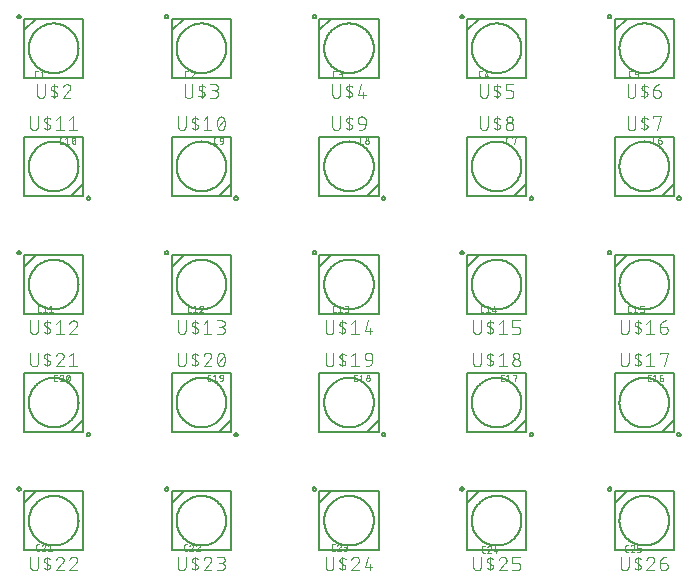
<source format=gto>
G04 EAGLE Gerber RS-274X export*
G75*
%MOMM*%
%FSLAX34Y34*%
%LPD*%
%INSilkscreen Top*%
%IPPOS*%
%AMOC8*
5,1,8,0,0,1.08239X$1,22.5*%
G01*
%ADD10C,0.050800*%
%ADD11C,0.127000*%
%ADD12C,0.101600*%


D10*
X151748Y435414D02*
X150506Y435414D01*
X150436Y435416D01*
X150367Y435422D01*
X150298Y435432D01*
X150230Y435445D01*
X150162Y435463D01*
X150096Y435484D01*
X150031Y435509D01*
X149967Y435537D01*
X149905Y435569D01*
X149845Y435604D01*
X149787Y435643D01*
X149732Y435685D01*
X149678Y435730D01*
X149628Y435778D01*
X149580Y435828D01*
X149535Y435882D01*
X149493Y435937D01*
X149454Y435995D01*
X149419Y436055D01*
X149387Y436117D01*
X149359Y436181D01*
X149334Y436246D01*
X149313Y436312D01*
X149295Y436380D01*
X149282Y436448D01*
X149272Y436517D01*
X149266Y436586D01*
X149264Y436656D01*
X149264Y439760D01*
X149266Y439830D01*
X149272Y439899D01*
X149282Y439968D01*
X149295Y440036D01*
X149313Y440104D01*
X149334Y440170D01*
X149359Y440235D01*
X149387Y440299D01*
X149419Y440361D01*
X149454Y440421D01*
X149493Y440479D01*
X149535Y440534D01*
X149580Y440588D01*
X149628Y440638D01*
X149678Y440686D01*
X149732Y440731D01*
X149787Y440773D01*
X149845Y440812D01*
X149905Y440847D01*
X149967Y440879D01*
X150031Y440907D01*
X150096Y440932D01*
X150162Y440953D01*
X150230Y440971D01*
X150298Y440984D01*
X150367Y440994D01*
X150436Y441000D01*
X150506Y441002D01*
X151748Y441002D01*
X153852Y439760D02*
X155404Y441002D01*
X155404Y435414D01*
X153852Y435414D02*
X156957Y435414D01*
X171499Y378998D02*
X172741Y378998D01*
X171499Y378998D02*
X171429Y379000D01*
X171360Y379006D01*
X171291Y379016D01*
X171223Y379029D01*
X171155Y379047D01*
X171089Y379068D01*
X171024Y379093D01*
X170960Y379121D01*
X170898Y379153D01*
X170838Y379188D01*
X170780Y379227D01*
X170725Y379269D01*
X170671Y379314D01*
X170621Y379362D01*
X170573Y379412D01*
X170528Y379466D01*
X170486Y379521D01*
X170447Y379579D01*
X170412Y379639D01*
X170380Y379701D01*
X170352Y379765D01*
X170327Y379830D01*
X170306Y379896D01*
X170288Y379964D01*
X170275Y380032D01*
X170265Y380101D01*
X170259Y380170D01*
X170257Y380240D01*
X170257Y383344D01*
X170259Y383414D01*
X170265Y383483D01*
X170275Y383552D01*
X170288Y383620D01*
X170306Y383688D01*
X170327Y383754D01*
X170352Y383819D01*
X170380Y383883D01*
X170412Y383945D01*
X170447Y384005D01*
X170486Y384063D01*
X170528Y384118D01*
X170573Y384172D01*
X170621Y384222D01*
X170671Y384270D01*
X170725Y384315D01*
X170780Y384357D01*
X170838Y384396D01*
X170898Y384431D01*
X170960Y384463D01*
X171024Y384491D01*
X171089Y384516D01*
X171155Y384537D01*
X171223Y384555D01*
X171291Y384568D01*
X171360Y384578D01*
X171429Y384584D01*
X171499Y384586D01*
X172741Y384586D01*
X174845Y383344D02*
X176397Y384586D01*
X176397Y378998D01*
X174845Y378998D02*
X177950Y378998D01*
X180332Y381792D02*
X180334Y381923D01*
X180339Y382053D01*
X180349Y382183D01*
X180362Y382313D01*
X180378Y382443D01*
X180398Y382572D01*
X180422Y382700D01*
X180450Y382827D01*
X180481Y382954D01*
X180516Y383080D01*
X180554Y383205D01*
X180596Y383329D01*
X180641Y383451D01*
X180690Y383572D01*
X180742Y383692D01*
X180798Y383810D01*
X180797Y383810D02*
X180820Y383870D01*
X180846Y383930D01*
X180875Y383987D01*
X180908Y384043D01*
X180944Y384097D01*
X180982Y384149D01*
X181024Y384199D01*
X181068Y384246D01*
X181115Y384291D01*
X181165Y384333D01*
X181216Y384372D01*
X181270Y384408D01*
X181326Y384441D01*
X181383Y384471D01*
X181442Y384498D01*
X181503Y384521D01*
X181564Y384541D01*
X181627Y384557D01*
X181691Y384570D01*
X181755Y384579D01*
X181819Y384584D01*
X181884Y384586D01*
X181949Y384584D01*
X182013Y384579D01*
X182077Y384570D01*
X182141Y384557D01*
X182204Y384541D01*
X182265Y384521D01*
X182326Y384498D01*
X182385Y384471D01*
X182442Y384441D01*
X182498Y384408D01*
X182552Y384372D01*
X182603Y384333D01*
X182653Y384291D01*
X182700Y384246D01*
X182744Y384199D01*
X182786Y384149D01*
X182824Y384097D01*
X182860Y384043D01*
X182893Y383987D01*
X182922Y383930D01*
X182948Y383870D01*
X182971Y383810D01*
X182970Y383810D02*
X183026Y383692D01*
X183078Y383572D01*
X183127Y383451D01*
X183172Y383329D01*
X183214Y383205D01*
X183252Y383080D01*
X183287Y382954D01*
X183318Y382828D01*
X183346Y382700D01*
X183370Y382572D01*
X183390Y382443D01*
X183406Y382313D01*
X183419Y382183D01*
X183429Y382053D01*
X183434Y381923D01*
X183436Y381792D01*
X180332Y381792D02*
X180334Y381661D01*
X180339Y381531D01*
X180349Y381401D01*
X180362Y381271D01*
X180378Y381141D01*
X180398Y381012D01*
X180422Y380884D01*
X180450Y380757D01*
X180481Y380630D01*
X180516Y380504D01*
X180554Y380379D01*
X180596Y380255D01*
X180641Y380133D01*
X180690Y380012D01*
X180742Y379892D01*
X180798Y379774D01*
X180797Y379774D02*
X180820Y379714D01*
X180846Y379654D01*
X180875Y379597D01*
X180908Y379541D01*
X180944Y379487D01*
X180982Y379435D01*
X181024Y379385D01*
X181068Y379338D01*
X181115Y379293D01*
X181165Y379251D01*
X181216Y379212D01*
X181270Y379176D01*
X181326Y379143D01*
X181383Y379113D01*
X181442Y379086D01*
X181503Y379063D01*
X181564Y379043D01*
X181627Y379027D01*
X181691Y379014D01*
X181755Y379005D01*
X181819Y379000D01*
X181884Y378998D01*
X182970Y379774D02*
X183026Y379892D01*
X183078Y380012D01*
X183127Y380133D01*
X183172Y380255D01*
X183214Y380379D01*
X183252Y380504D01*
X183287Y380630D01*
X183318Y380756D01*
X183346Y380884D01*
X183370Y381012D01*
X183390Y381141D01*
X183406Y381271D01*
X183419Y381401D01*
X183429Y381531D01*
X183434Y381661D01*
X183436Y381792D01*
X182971Y379774D02*
X182948Y379714D01*
X182922Y379654D01*
X182893Y379597D01*
X182860Y379541D01*
X182824Y379487D01*
X182786Y379435D01*
X182744Y379385D01*
X182700Y379338D01*
X182653Y379293D01*
X182603Y379251D01*
X182552Y379212D01*
X182498Y379176D01*
X182442Y379143D01*
X182385Y379113D01*
X182326Y379086D01*
X182265Y379063D01*
X182204Y379043D01*
X182141Y379027D01*
X182077Y379014D01*
X182013Y379005D01*
X181949Y379000D01*
X181884Y378998D01*
X180642Y380240D02*
X183126Y383344D01*
X153848Y236414D02*
X152606Y236414D01*
X152536Y236416D01*
X152467Y236422D01*
X152398Y236432D01*
X152330Y236445D01*
X152262Y236463D01*
X152196Y236484D01*
X152131Y236509D01*
X152067Y236537D01*
X152005Y236569D01*
X151945Y236604D01*
X151887Y236643D01*
X151832Y236685D01*
X151778Y236730D01*
X151728Y236778D01*
X151680Y236828D01*
X151635Y236882D01*
X151593Y236937D01*
X151554Y236995D01*
X151519Y237055D01*
X151487Y237117D01*
X151459Y237181D01*
X151434Y237246D01*
X151413Y237312D01*
X151395Y237380D01*
X151382Y237448D01*
X151372Y237517D01*
X151366Y237586D01*
X151364Y237656D01*
X151364Y240760D01*
X151366Y240830D01*
X151372Y240899D01*
X151382Y240968D01*
X151395Y241036D01*
X151413Y241104D01*
X151434Y241170D01*
X151459Y241235D01*
X151487Y241299D01*
X151519Y241361D01*
X151554Y241421D01*
X151593Y241479D01*
X151635Y241534D01*
X151680Y241588D01*
X151728Y241638D01*
X151778Y241686D01*
X151832Y241731D01*
X151887Y241773D01*
X151945Y241812D01*
X152005Y241847D01*
X152067Y241879D01*
X152131Y241907D01*
X152196Y241932D01*
X152262Y241953D01*
X152330Y241971D01*
X152398Y241984D01*
X152467Y241994D01*
X152536Y242000D01*
X152606Y242002D01*
X153848Y242002D01*
X155952Y240760D02*
X157504Y242002D01*
X157504Y236414D01*
X155952Y236414D02*
X159057Y236414D01*
X161439Y240760D02*
X162991Y242002D01*
X162991Y236414D01*
X161439Y236414D02*
X164543Y236414D01*
X279606Y236414D02*
X280848Y236414D01*
X279606Y236414D02*
X279536Y236416D01*
X279467Y236422D01*
X279398Y236432D01*
X279330Y236445D01*
X279262Y236463D01*
X279196Y236484D01*
X279131Y236509D01*
X279067Y236537D01*
X279005Y236569D01*
X278945Y236604D01*
X278887Y236643D01*
X278832Y236685D01*
X278778Y236730D01*
X278728Y236778D01*
X278680Y236828D01*
X278635Y236882D01*
X278593Y236937D01*
X278554Y236995D01*
X278519Y237055D01*
X278487Y237117D01*
X278459Y237181D01*
X278434Y237246D01*
X278413Y237312D01*
X278395Y237380D01*
X278382Y237448D01*
X278372Y237517D01*
X278366Y237586D01*
X278364Y237656D01*
X278364Y240760D01*
X278366Y240830D01*
X278372Y240899D01*
X278382Y240968D01*
X278395Y241036D01*
X278413Y241104D01*
X278434Y241170D01*
X278459Y241235D01*
X278487Y241299D01*
X278519Y241361D01*
X278554Y241421D01*
X278593Y241479D01*
X278635Y241534D01*
X278680Y241588D01*
X278728Y241638D01*
X278778Y241686D01*
X278832Y241731D01*
X278887Y241773D01*
X278945Y241812D01*
X279005Y241847D01*
X279067Y241879D01*
X279131Y241907D01*
X279196Y241932D01*
X279262Y241953D01*
X279330Y241971D01*
X279398Y241984D01*
X279467Y241994D01*
X279536Y242000D01*
X279606Y242002D01*
X280848Y242002D01*
X282952Y240760D02*
X284504Y242002D01*
X284504Y236414D01*
X282952Y236414D02*
X286057Y236414D01*
X291543Y240605D02*
X291541Y240678D01*
X291535Y240751D01*
X291526Y240824D01*
X291512Y240895D01*
X291495Y240967D01*
X291475Y241037D01*
X291450Y241106D01*
X291422Y241173D01*
X291391Y241239D01*
X291356Y241304D01*
X291318Y241366D01*
X291276Y241426D01*
X291232Y241484D01*
X291184Y241540D01*
X291134Y241593D01*
X291081Y241643D01*
X291025Y241691D01*
X290967Y241735D01*
X290907Y241777D01*
X290845Y241815D01*
X290780Y241850D01*
X290714Y241881D01*
X290647Y241909D01*
X290578Y241934D01*
X290508Y241954D01*
X290436Y241971D01*
X290365Y241985D01*
X290292Y241994D01*
X290219Y242000D01*
X290146Y242002D01*
X290062Y242000D01*
X289979Y241994D01*
X289896Y241985D01*
X289814Y241971D01*
X289732Y241954D01*
X289651Y241932D01*
X289571Y241907D01*
X289493Y241879D01*
X289415Y241847D01*
X289340Y241811D01*
X289266Y241772D01*
X289194Y241729D01*
X289124Y241683D01*
X289057Y241634D01*
X288991Y241581D01*
X288929Y241526D01*
X288869Y241468D01*
X288811Y241407D01*
X288757Y241344D01*
X288705Y241278D01*
X288657Y241210D01*
X288612Y241139D01*
X288570Y241067D01*
X288532Y240992D01*
X288497Y240916D01*
X288466Y240839D01*
X288438Y240760D01*
X291077Y239519D02*
X291131Y239572D01*
X291182Y239629D01*
X291230Y239688D01*
X291275Y239749D01*
X291316Y239812D01*
X291355Y239878D01*
X291390Y239945D01*
X291422Y240014D01*
X291450Y240085D01*
X291474Y240156D01*
X291495Y240229D01*
X291512Y240303D01*
X291526Y240378D01*
X291535Y240453D01*
X291541Y240529D01*
X291543Y240605D01*
X291077Y239518D02*
X288439Y236414D01*
X291543Y236414D01*
X402606Y236414D02*
X403848Y236414D01*
X402606Y236414D02*
X402536Y236416D01*
X402467Y236422D01*
X402398Y236432D01*
X402330Y236445D01*
X402262Y236463D01*
X402196Y236484D01*
X402131Y236509D01*
X402067Y236537D01*
X402005Y236569D01*
X401945Y236604D01*
X401887Y236643D01*
X401832Y236685D01*
X401778Y236730D01*
X401728Y236778D01*
X401680Y236828D01*
X401635Y236882D01*
X401593Y236937D01*
X401554Y236995D01*
X401519Y237055D01*
X401487Y237117D01*
X401459Y237181D01*
X401434Y237246D01*
X401413Y237312D01*
X401395Y237380D01*
X401382Y237448D01*
X401372Y237517D01*
X401366Y237586D01*
X401364Y237656D01*
X401364Y240760D01*
X401366Y240830D01*
X401372Y240899D01*
X401382Y240968D01*
X401395Y241036D01*
X401413Y241104D01*
X401434Y241170D01*
X401459Y241235D01*
X401487Y241299D01*
X401519Y241361D01*
X401554Y241421D01*
X401593Y241479D01*
X401635Y241534D01*
X401680Y241588D01*
X401728Y241638D01*
X401778Y241686D01*
X401832Y241731D01*
X401887Y241773D01*
X401945Y241812D01*
X402005Y241847D01*
X402067Y241879D01*
X402131Y241907D01*
X402196Y241932D01*
X402262Y241953D01*
X402330Y241971D01*
X402398Y241984D01*
X402467Y241994D01*
X402536Y242000D01*
X402606Y242002D01*
X403848Y242002D01*
X405952Y240760D02*
X407504Y242002D01*
X407504Y236414D01*
X405952Y236414D02*
X409057Y236414D01*
X411439Y236414D02*
X412991Y236414D01*
X413068Y236416D01*
X413146Y236422D01*
X413222Y236431D01*
X413299Y236445D01*
X413374Y236462D01*
X413448Y236483D01*
X413522Y236508D01*
X413594Y236536D01*
X413664Y236568D01*
X413733Y236603D01*
X413800Y236642D01*
X413865Y236684D01*
X413928Y236729D01*
X413989Y236777D01*
X414047Y236828D01*
X414102Y236882D01*
X414155Y236939D01*
X414204Y236998D01*
X414251Y237060D01*
X414295Y237124D01*
X414335Y237190D01*
X414372Y237258D01*
X414406Y237328D01*
X414436Y237399D01*
X414462Y237472D01*
X414485Y237546D01*
X414504Y237621D01*
X414519Y237696D01*
X414531Y237773D01*
X414539Y237850D01*
X414543Y237927D01*
X414543Y238005D01*
X414539Y238082D01*
X414531Y238159D01*
X414519Y238236D01*
X414504Y238311D01*
X414485Y238386D01*
X414462Y238460D01*
X414436Y238533D01*
X414406Y238604D01*
X414372Y238674D01*
X414335Y238742D01*
X414295Y238808D01*
X414251Y238872D01*
X414204Y238934D01*
X414155Y238993D01*
X414102Y239050D01*
X414047Y239104D01*
X413989Y239155D01*
X413928Y239203D01*
X413865Y239248D01*
X413800Y239290D01*
X413733Y239329D01*
X413664Y239364D01*
X413594Y239396D01*
X413522Y239424D01*
X413448Y239449D01*
X413374Y239470D01*
X413299Y239487D01*
X413222Y239501D01*
X413146Y239510D01*
X413068Y239516D01*
X412991Y239518D01*
X413301Y242002D02*
X411439Y242002D01*
X413301Y242002D02*
X413371Y242000D01*
X413440Y241994D01*
X413509Y241984D01*
X413577Y241971D01*
X413645Y241953D01*
X413711Y241932D01*
X413776Y241907D01*
X413840Y241879D01*
X413902Y241847D01*
X413962Y241812D01*
X414020Y241773D01*
X414075Y241731D01*
X414129Y241686D01*
X414179Y241638D01*
X414227Y241588D01*
X414272Y241534D01*
X414314Y241479D01*
X414353Y241421D01*
X414388Y241361D01*
X414420Y241299D01*
X414448Y241235D01*
X414473Y241170D01*
X414494Y241104D01*
X414512Y241036D01*
X414525Y240968D01*
X414535Y240899D01*
X414541Y240830D01*
X414543Y240760D01*
X414541Y240690D01*
X414535Y240621D01*
X414525Y240552D01*
X414512Y240484D01*
X414494Y240416D01*
X414473Y240350D01*
X414448Y240285D01*
X414420Y240221D01*
X414388Y240159D01*
X414353Y240099D01*
X414314Y240041D01*
X414272Y239986D01*
X414227Y239932D01*
X414179Y239882D01*
X414129Y239834D01*
X414075Y239789D01*
X414020Y239747D01*
X413962Y239708D01*
X413902Y239673D01*
X413840Y239641D01*
X413776Y239613D01*
X413711Y239588D01*
X413645Y239567D01*
X413577Y239549D01*
X413509Y239536D01*
X413440Y239526D01*
X413371Y239520D01*
X413301Y239518D01*
X412059Y239518D01*
X527606Y236414D02*
X528848Y236414D01*
X527606Y236414D02*
X527536Y236416D01*
X527467Y236422D01*
X527398Y236432D01*
X527330Y236445D01*
X527262Y236463D01*
X527196Y236484D01*
X527131Y236509D01*
X527067Y236537D01*
X527005Y236569D01*
X526945Y236604D01*
X526887Y236643D01*
X526832Y236685D01*
X526778Y236730D01*
X526728Y236778D01*
X526680Y236828D01*
X526635Y236882D01*
X526593Y236937D01*
X526554Y236995D01*
X526519Y237055D01*
X526487Y237117D01*
X526459Y237181D01*
X526434Y237246D01*
X526413Y237312D01*
X526395Y237380D01*
X526382Y237448D01*
X526372Y237517D01*
X526366Y237586D01*
X526364Y237656D01*
X526364Y240760D01*
X526366Y240830D01*
X526372Y240899D01*
X526382Y240968D01*
X526395Y241036D01*
X526413Y241104D01*
X526434Y241170D01*
X526459Y241235D01*
X526487Y241299D01*
X526519Y241361D01*
X526554Y241421D01*
X526593Y241479D01*
X526635Y241534D01*
X526680Y241588D01*
X526728Y241638D01*
X526778Y241686D01*
X526832Y241731D01*
X526887Y241773D01*
X526945Y241812D01*
X527005Y241847D01*
X527067Y241879D01*
X527131Y241907D01*
X527196Y241932D01*
X527262Y241953D01*
X527330Y241971D01*
X527398Y241984D01*
X527467Y241994D01*
X527536Y242000D01*
X527606Y242002D01*
X528848Y242002D01*
X530952Y240760D02*
X532504Y242002D01*
X532504Y236414D01*
X530952Y236414D02*
X534057Y236414D01*
X536439Y237656D02*
X537680Y242002D01*
X536439Y237656D02*
X539543Y237656D01*
X538612Y238898D02*
X538612Y236414D01*
X652606Y236414D02*
X653848Y236414D01*
X652606Y236414D02*
X652536Y236416D01*
X652467Y236422D01*
X652398Y236432D01*
X652330Y236445D01*
X652262Y236463D01*
X652196Y236484D01*
X652131Y236509D01*
X652067Y236537D01*
X652005Y236569D01*
X651945Y236604D01*
X651887Y236643D01*
X651832Y236685D01*
X651778Y236730D01*
X651728Y236778D01*
X651680Y236828D01*
X651635Y236882D01*
X651593Y236937D01*
X651554Y236995D01*
X651519Y237055D01*
X651487Y237117D01*
X651459Y237181D01*
X651434Y237246D01*
X651413Y237312D01*
X651395Y237380D01*
X651382Y237448D01*
X651372Y237517D01*
X651366Y237586D01*
X651364Y237656D01*
X651364Y240760D01*
X651366Y240830D01*
X651372Y240899D01*
X651382Y240968D01*
X651395Y241036D01*
X651413Y241104D01*
X651434Y241170D01*
X651459Y241235D01*
X651487Y241299D01*
X651519Y241361D01*
X651554Y241421D01*
X651593Y241479D01*
X651635Y241534D01*
X651680Y241588D01*
X651728Y241638D01*
X651778Y241686D01*
X651832Y241731D01*
X651887Y241773D01*
X651945Y241812D01*
X652005Y241847D01*
X652067Y241879D01*
X652131Y241907D01*
X652196Y241932D01*
X652262Y241953D01*
X652330Y241971D01*
X652398Y241984D01*
X652467Y241994D01*
X652536Y242000D01*
X652606Y242002D01*
X653848Y242002D01*
X655952Y240760D02*
X657504Y242002D01*
X657504Y236414D01*
X655952Y236414D02*
X659057Y236414D01*
X661439Y236414D02*
X663301Y236414D01*
X663371Y236416D01*
X663440Y236422D01*
X663509Y236432D01*
X663577Y236445D01*
X663645Y236463D01*
X663711Y236484D01*
X663776Y236509D01*
X663840Y236537D01*
X663902Y236569D01*
X663962Y236604D01*
X664020Y236643D01*
X664075Y236685D01*
X664129Y236730D01*
X664179Y236778D01*
X664227Y236828D01*
X664272Y236882D01*
X664314Y236937D01*
X664353Y236995D01*
X664388Y237055D01*
X664420Y237117D01*
X664448Y237181D01*
X664473Y237246D01*
X664494Y237312D01*
X664512Y237380D01*
X664525Y237448D01*
X664535Y237517D01*
X664541Y237586D01*
X664543Y237656D01*
X664543Y238277D01*
X664541Y238347D01*
X664535Y238416D01*
X664525Y238485D01*
X664512Y238553D01*
X664494Y238621D01*
X664473Y238687D01*
X664448Y238752D01*
X664420Y238816D01*
X664388Y238878D01*
X664353Y238938D01*
X664314Y238996D01*
X664272Y239051D01*
X664227Y239105D01*
X664179Y239155D01*
X664129Y239203D01*
X664075Y239248D01*
X664020Y239290D01*
X663962Y239329D01*
X663902Y239364D01*
X663840Y239396D01*
X663776Y239424D01*
X663711Y239449D01*
X663645Y239470D01*
X663577Y239488D01*
X663509Y239501D01*
X663440Y239511D01*
X663371Y239517D01*
X663301Y239519D01*
X663301Y239518D02*
X661439Y239518D01*
X661439Y242002D01*
X664543Y242002D01*
X669099Y177998D02*
X670341Y177998D01*
X669099Y177998D02*
X669029Y178000D01*
X668960Y178006D01*
X668891Y178016D01*
X668823Y178029D01*
X668755Y178047D01*
X668689Y178068D01*
X668624Y178093D01*
X668560Y178121D01*
X668498Y178153D01*
X668438Y178188D01*
X668380Y178227D01*
X668325Y178269D01*
X668271Y178314D01*
X668221Y178362D01*
X668173Y178412D01*
X668128Y178466D01*
X668086Y178521D01*
X668047Y178579D01*
X668012Y178639D01*
X667980Y178701D01*
X667952Y178765D01*
X667927Y178830D01*
X667906Y178896D01*
X667888Y178964D01*
X667875Y179032D01*
X667865Y179101D01*
X667859Y179170D01*
X667857Y179240D01*
X667857Y182344D01*
X667859Y182414D01*
X667865Y182483D01*
X667875Y182552D01*
X667888Y182620D01*
X667906Y182688D01*
X667927Y182754D01*
X667952Y182819D01*
X667980Y182883D01*
X668012Y182945D01*
X668047Y183005D01*
X668086Y183063D01*
X668128Y183118D01*
X668173Y183172D01*
X668221Y183222D01*
X668271Y183270D01*
X668325Y183315D01*
X668380Y183357D01*
X668438Y183396D01*
X668498Y183431D01*
X668560Y183463D01*
X668624Y183491D01*
X668689Y183516D01*
X668755Y183537D01*
X668823Y183555D01*
X668891Y183568D01*
X668960Y183578D01*
X669029Y183584D01*
X669099Y183586D01*
X670341Y183586D01*
X672445Y182344D02*
X673997Y183586D01*
X673997Y177998D01*
X672445Y177998D02*
X675550Y177998D01*
X677932Y181102D02*
X679794Y181102D01*
X679794Y181103D02*
X679864Y181101D01*
X679933Y181095D01*
X680002Y181085D01*
X680070Y181072D01*
X680138Y181054D01*
X680204Y181033D01*
X680269Y181008D01*
X680333Y180980D01*
X680395Y180948D01*
X680455Y180913D01*
X680513Y180874D01*
X680568Y180832D01*
X680622Y180787D01*
X680672Y180739D01*
X680720Y180689D01*
X680765Y180635D01*
X680807Y180580D01*
X680846Y180522D01*
X680881Y180462D01*
X680913Y180400D01*
X680941Y180336D01*
X680966Y180271D01*
X680987Y180205D01*
X681005Y180137D01*
X681018Y180069D01*
X681028Y180000D01*
X681034Y179931D01*
X681036Y179861D01*
X681036Y179550D01*
X681034Y179473D01*
X681028Y179395D01*
X681019Y179319D01*
X681005Y179242D01*
X680988Y179167D01*
X680967Y179093D01*
X680942Y179019D01*
X680914Y178947D01*
X680882Y178877D01*
X680847Y178808D01*
X680808Y178741D01*
X680766Y178676D01*
X680721Y178613D01*
X680673Y178552D01*
X680622Y178494D01*
X680568Y178439D01*
X680511Y178386D01*
X680452Y178337D01*
X680390Y178290D01*
X680326Y178246D01*
X680260Y178206D01*
X680192Y178169D01*
X680122Y178135D01*
X680051Y178105D01*
X679978Y178079D01*
X679904Y178056D01*
X679829Y178037D01*
X679754Y178022D01*
X679677Y178010D01*
X679600Y178002D01*
X679523Y177998D01*
X679445Y177998D01*
X679368Y178002D01*
X679291Y178010D01*
X679214Y178022D01*
X679139Y178037D01*
X679064Y178056D01*
X678990Y178079D01*
X678917Y178105D01*
X678846Y178135D01*
X678776Y178169D01*
X678708Y178206D01*
X678642Y178246D01*
X678578Y178290D01*
X678516Y178337D01*
X678457Y178386D01*
X678400Y178439D01*
X678346Y178494D01*
X678295Y178552D01*
X678247Y178613D01*
X678202Y178676D01*
X678160Y178741D01*
X678121Y178808D01*
X678086Y178877D01*
X678054Y178947D01*
X678026Y179019D01*
X678001Y179093D01*
X677980Y179167D01*
X677963Y179242D01*
X677949Y179319D01*
X677940Y179395D01*
X677934Y179473D01*
X677932Y179550D01*
X677932Y181102D01*
X677931Y181102D02*
X677933Y181200D01*
X677939Y181297D01*
X677948Y181394D01*
X677962Y181491D01*
X677979Y181587D01*
X678000Y181682D01*
X678024Y181776D01*
X678053Y181870D01*
X678085Y181962D01*
X678120Y182053D01*
X678159Y182142D01*
X678202Y182230D01*
X678248Y182316D01*
X678297Y182400D01*
X678350Y182482D01*
X678405Y182562D01*
X678464Y182640D01*
X678526Y182715D01*
X678591Y182788D01*
X678659Y182858D01*
X678729Y182926D01*
X678802Y182991D01*
X678877Y183053D01*
X678955Y183112D01*
X679035Y183167D01*
X679117Y183220D01*
X679201Y183269D01*
X679287Y183315D01*
X679375Y183358D01*
X679464Y183397D01*
X679555Y183432D01*
X679647Y183464D01*
X679741Y183493D01*
X679835Y183517D01*
X679930Y183538D01*
X680026Y183555D01*
X680123Y183569D01*
X680220Y183578D01*
X680317Y183584D01*
X680415Y183586D01*
X546141Y177998D02*
X544899Y177998D01*
X544829Y178000D01*
X544760Y178006D01*
X544691Y178016D01*
X544623Y178029D01*
X544555Y178047D01*
X544489Y178068D01*
X544424Y178093D01*
X544360Y178121D01*
X544298Y178153D01*
X544238Y178188D01*
X544180Y178227D01*
X544125Y178269D01*
X544071Y178314D01*
X544021Y178362D01*
X543973Y178412D01*
X543928Y178466D01*
X543886Y178521D01*
X543847Y178579D01*
X543812Y178639D01*
X543780Y178701D01*
X543752Y178765D01*
X543727Y178830D01*
X543706Y178896D01*
X543688Y178964D01*
X543675Y179032D01*
X543665Y179101D01*
X543659Y179170D01*
X543657Y179240D01*
X543657Y182344D01*
X543659Y182414D01*
X543665Y182483D01*
X543675Y182552D01*
X543688Y182620D01*
X543706Y182688D01*
X543727Y182754D01*
X543752Y182819D01*
X543780Y182883D01*
X543812Y182945D01*
X543847Y183005D01*
X543886Y183063D01*
X543928Y183118D01*
X543973Y183172D01*
X544021Y183222D01*
X544071Y183270D01*
X544125Y183315D01*
X544180Y183357D01*
X544238Y183396D01*
X544298Y183431D01*
X544360Y183463D01*
X544424Y183491D01*
X544489Y183516D01*
X544555Y183537D01*
X544623Y183555D01*
X544691Y183568D01*
X544760Y183578D01*
X544829Y183584D01*
X544899Y183586D01*
X546141Y183586D01*
X548245Y182344D02*
X549797Y183586D01*
X549797Y177998D01*
X548245Y177998D02*
X551350Y177998D01*
X553732Y182965D02*
X553732Y183586D01*
X556836Y183586D01*
X555284Y177998D01*
X421941Y177998D02*
X420699Y177998D01*
X420629Y178000D01*
X420560Y178006D01*
X420491Y178016D01*
X420423Y178029D01*
X420355Y178047D01*
X420289Y178068D01*
X420224Y178093D01*
X420160Y178121D01*
X420098Y178153D01*
X420038Y178188D01*
X419980Y178227D01*
X419925Y178269D01*
X419871Y178314D01*
X419821Y178362D01*
X419773Y178412D01*
X419728Y178466D01*
X419686Y178521D01*
X419647Y178579D01*
X419612Y178639D01*
X419580Y178701D01*
X419552Y178765D01*
X419527Y178830D01*
X419506Y178896D01*
X419488Y178964D01*
X419475Y179032D01*
X419465Y179101D01*
X419459Y179170D01*
X419457Y179240D01*
X419457Y182344D01*
X419459Y182414D01*
X419465Y182483D01*
X419475Y182552D01*
X419488Y182620D01*
X419506Y182688D01*
X419527Y182754D01*
X419552Y182819D01*
X419580Y182883D01*
X419612Y182945D01*
X419647Y183005D01*
X419686Y183063D01*
X419728Y183118D01*
X419773Y183172D01*
X419821Y183222D01*
X419871Y183270D01*
X419925Y183315D01*
X419980Y183357D01*
X420038Y183396D01*
X420098Y183431D01*
X420160Y183463D01*
X420224Y183491D01*
X420289Y183516D01*
X420355Y183537D01*
X420423Y183555D01*
X420491Y183568D01*
X420560Y183578D01*
X420629Y183584D01*
X420699Y183586D01*
X421941Y183586D01*
X424045Y182344D02*
X425597Y183586D01*
X425597Y177998D01*
X424045Y177998D02*
X427150Y177998D01*
X429532Y179550D02*
X429534Y179627D01*
X429540Y179705D01*
X429549Y179781D01*
X429563Y179858D01*
X429580Y179933D01*
X429601Y180007D01*
X429626Y180081D01*
X429654Y180153D01*
X429686Y180223D01*
X429721Y180292D01*
X429760Y180359D01*
X429802Y180424D01*
X429847Y180487D01*
X429895Y180548D01*
X429946Y180606D01*
X430000Y180661D01*
X430057Y180714D01*
X430116Y180763D01*
X430178Y180810D01*
X430242Y180854D01*
X430308Y180894D01*
X430376Y180931D01*
X430446Y180965D01*
X430517Y180995D01*
X430590Y181021D01*
X430664Y181044D01*
X430739Y181063D01*
X430814Y181078D01*
X430891Y181090D01*
X430968Y181098D01*
X431045Y181102D01*
X431123Y181102D01*
X431200Y181098D01*
X431277Y181090D01*
X431354Y181078D01*
X431429Y181063D01*
X431504Y181044D01*
X431578Y181021D01*
X431651Y180995D01*
X431722Y180965D01*
X431792Y180931D01*
X431860Y180894D01*
X431926Y180854D01*
X431990Y180810D01*
X432052Y180763D01*
X432111Y180714D01*
X432168Y180661D01*
X432222Y180606D01*
X432273Y180548D01*
X432321Y180487D01*
X432366Y180424D01*
X432408Y180359D01*
X432447Y180292D01*
X432482Y180223D01*
X432514Y180153D01*
X432542Y180081D01*
X432567Y180007D01*
X432588Y179933D01*
X432605Y179858D01*
X432619Y179781D01*
X432628Y179705D01*
X432634Y179627D01*
X432636Y179550D01*
X432634Y179473D01*
X432628Y179395D01*
X432619Y179319D01*
X432605Y179242D01*
X432588Y179167D01*
X432567Y179093D01*
X432542Y179019D01*
X432514Y178947D01*
X432482Y178877D01*
X432447Y178808D01*
X432408Y178741D01*
X432366Y178676D01*
X432321Y178613D01*
X432273Y178552D01*
X432222Y178494D01*
X432168Y178439D01*
X432111Y178386D01*
X432052Y178337D01*
X431990Y178290D01*
X431926Y178246D01*
X431860Y178206D01*
X431792Y178169D01*
X431722Y178135D01*
X431651Y178105D01*
X431578Y178079D01*
X431504Y178056D01*
X431429Y178037D01*
X431354Y178022D01*
X431277Y178010D01*
X431200Y178002D01*
X431123Y177998D01*
X431045Y177998D01*
X430968Y178002D01*
X430891Y178010D01*
X430814Y178022D01*
X430739Y178037D01*
X430664Y178056D01*
X430590Y178079D01*
X430517Y178105D01*
X430446Y178135D01*
X430376Y178169D01*
X430308Y178206D01*
X430242Y178246D01*
X430178Y178290D01*
X430116Y178337D01*
X430057Y178386D01*
X430000Y178439D01*
X429946Y178494D01*
X429895Y178552D01*
X429847Y178613D01*
X429802Y178676D01*
X429760Y178741D01*
X429721Y178808D01*
X429686Y178877D01*
X429654Y178947D01*
X429626Y179019D01*
X429601Y179093D01*
X429580Y179167D01*
X429563Y179242D01*
X429549Y179319D01*
X429540Y179395D01*
X429534Y179473D01*
X429532Y179550D01*
X429842Y182344D02*
X429844Y182414D01*
X429850Y182483D01*
X429860Y182552D01*
X429873Y182620D01*
X429891Y182688D01*
X429912Y182754D01*
X429937Y182819D01*
X429965Y182883D01*
X429997Y182945D01*
X430032Y183005D01*
X430071Y183063D01*
X430113Y183118D01*
X430158Y183172D01*
X430206Y183222D01*
X430256Y183270D01*
X430310Y183315D01*
X430365Y183357D01*
X430423Y183396D01*
X430483Y183431D01*
X430545Y183463D01*
X430609Y183491D01*
X430674Y183516D01*
X430740Y183537D01*
X430808Y183555D01*
X430876Y183568D01*
X430945Y183578D01*
X431014Y183584D01*
X431084Y183586D01*
X431154Y183584D01*
X431223Y183578D01*
X431292Y183568D01*
X431360Y183555D01*
X431428Y183537D01*
X431494Y183516D01*
X431559Y183491D01*
X431623Y183463D01*
X431685Y183431D01*
X431745Y183396D01*
X431803Y183357D01*
X431858Y183315D01*
X431912Y183270D01*
X431962Y183222D01*
X432010Y183172D01*
X432055Y183118D01*
X432097Y183063D01*
X432136Y183005D01*
X432171Y182945D01*
X432203Y182883D01*
X432231Y182819D01*
X432256Y182754D01*
X432277Y182688D01*
X432295Y182620D01*
X432308Y182552D01*
X432318Y182483D01*
X432324Y182414D01*
X432326Y182344D01*
X432324Y182274D01*
X432318Y182205D01*
X432308Y182136D01*
X432295Y182068D01*
X432277Y182000D01*
X432256Y181934D01*
X432231Y181869D01*
X432203Y181805D01*
X432171Y181743D01*
X432136Y181683D01*
X432097Y181625D01*
X432055Y181570D01*
X432010Y181516D01*
X431962Y181466D01*
X431912Y181418D01*
X431858Y181373D01*
X431803Y181331D01*
X431745Y181292D01*
X431685Y181257D01*
X431623Y181225D01*
X431559Y181197D01*
X431494Y181172D01*
X431428Y181151D01*
X431360Y181133D01*
X431292Y181120D01*
X431223Y181110D01*
X431154Y181104D01*
X431084Y181102D01*
X431014Y181104D01*
X430945Y181110D01*
X430876Y181120D01*
X430808Y181133D01*
X430740Y181151D01*
X430674Y181172D01*
X430609Y181197D01*
X430545Y181225D01*
X430483Y181257D01*
X430423Y181292D01*
X430365Y181331D01*
X430310Y181373D01*
X430256Y181418D01*
X430206Y181466D01*
X430158Y181516D01*
X430113Y181570D01*
X430071Y181625D01*
X430032Y181683D01*
X429997Y181743D01*
X429965Y181805D01*
X429937Y181869D01*
X429912Y181934D01*
X429891Y182000D01*
X429873Y182068D01*
X429860Y182136D01*
X429850Y182205D01*
X429844Y182274D01*
X429842Y182344D01*
X297741Y177998D02*
X296499Y177998D01*
X296429Y178000D01*
X296360Y178006D01*
X296291Y178016D01*
X296223Y178029D01*
X296155Y178047D01*
X296089Y178068D01*
X296024Y178093D01*
X295960Y178121D01*
X295898Y178153D01*
X295838Y178188D01*
X295780Y178227D01*
X295725Y178269D01*
X295671Y178314D01*
X295621Y178362D01*
X295573Y178412D01*
X295528Y178466D01*
X295486Y178521D01*
X295447Y178579D01*
X295412Y178639D01*
X295380Y178701D01*
X295352Y178765D01*
X295327Y178830D01*
X295306Y178896D01*
X295288Y178964D01*
X295275Y179032D01*
X295265Y179101D01*
X295259Y179170D01*
X295257Y179240D01*
X295257Y182344D01*
X295259Y182414D01*
X295265Y182483D01*
X295275Y182552D01*
X295288Y182620D01*
X295306Y182688D01*
X295327Y182754D01*
X295352Y182819D01*
X295380Y182883D01*
X295412Y182945D01*
X295447Y183005D01*
X295486Y183063D01*
X295528Y183118D01*
X295573Y183172D01*
X295621Y183222D01*
X295671Y183270D01*
X295725Y183315D01*
X295780Y183357D01*
X295838Y183396D01*
X295898Y183431D01*
X295960Y183463D01*
X296024Y183491D01*
X296089Y183516D01*
X296155Y183537D01*
X296223Y183555D01*
X296291Y183568D01*
X296360Y183578D01*
X296429Y183584D01*
X296499Y183586D01*
X297741Y183586D01*
X299845Y182344D02*
X301397Y183586D01*
X301397Y177998D01*
X299845Y177998D02*
X302950Y177998D01*
X306573Y180482D02*
X308436Y180482D01*
X306573Y180481D02*
X306503Y180483D01*
X306434Y180489D01*
X306365Y180499D01*
X306297Y180512D01*
X306229Y180530D01*
X306163Y180551D01*
X306098Y180576D01*
X306034Y180604D01*
X305972Y180636D01*
X305912Y180671D01*
X305854Y180710D01*
X305799Y180752D01*
X305745Y180797D01*
X305695Y180845D01*
X305647Y180895D01*
X305602Y180949D01*
X305560Y181004D01*
X305521Y181062D01*
X305486Y181122D01*
X305454Y181184D01*
X305426Y181248D01*
X305401Y181313D01*
X305380Y181379D01*
X305362Y181447D01*
X305349Y181515D01*
X305339Y181584D01*
X305333Y181653D01*
X305331Y181723D01*
X305332Y181723D02*
X305332Y182034D01*
X305334Y182111D01*
X305340Y182189D01*
X305349Y182265D01*
X305363Y182342D01*
X305380Y182417D01*
X305401Y182491D01*
X305426Y182565D01*
X305454Y182637D01*
X305486Y182707D01*
X305521Y182776D01*
X305560Y182843D01*
X305602Y182908D01*
X305647Y182971D01*
X305695Y183032D01*
X305746Y183090D01*
X305800Y183145D01*
X305857Y183198D01*
X305916Y183247D01*
X305978Y183294D01*
X306042Y183338D01*
X306108Y183378D01*
X306176Y183415D01*
X306246Y183449D01*
X306317Y183479D01*
X306390Y183505D01*
X306464Y183528D01*
X306539Y183547D01*
X306614Y183562D01*
X306691Y183574D01*
X306768Y183582D01*
X306845Y183586D01*
X306923Y183586D01*
X307000Y183582D01*
X307077Y183574D01*
X307154Y183562D01*
X307229Y183547D01*
X307304Y183528D01*
X307378Y183505D01*
X307451Y183479D01*
X307522Y183449D01*
X307592Y183415D01*
X307660Y183378D01*
X307726Y183338D01*
X307790Y183294D01*
X307852Y183247D01*
X307911Y183198D01*
X307968Y183145D01*
X308022Y183090D01*
X308073Y183032D01*
X308121Y182971D01*
X308166Y182908D01*
X308208Y182843D01*
X308247Y182776D01*
X308282Y182707D01*
X308314Y182637D01*
X308342Y182565D01*
X308367Y182491D01*
X308388Y182417D01*
X308405Y182342D01*
X308419Y182265D01*
X308428Y182189D01*
X308434Y182111D01*
X308436Y182034D01*
X308436Y180482D01*
X308434Y180384D01*
X308428Y180287D01*
X308419Y180190D01*
X308405Y180093D01*
X308388Y179997D01*
X308367Y179902D01*
X308343Y179808D01*
X308314Y179714D01*
X308282Y179622D01*
X308247Y179531D01*
X308208Y179442D01*
X308165Y179354D01*
X308119Y179268D01*
X308070Y179184D01*
X308017Y179102D01*
X307962Y179022D01*
X307903Y178944D01*
X307841Y178869D01*
X307776Y178796D01*
X307708Y178726D01*
X307638Y178658D01*
X307565Y178593D01*
X307490Y178531D01*
X307412Y178472D01*
X307332Y178417D01*
X307250Y178364D01*
X307166Y178315D01*
X307080Y178269D01*
X306992Y178226D01*
X306903Y178187D01*
X306812Y178152D01*
X306720Y178120D01*
X306626Y178091D01*
X306532Y178067D01*
X306437Y178046D01*
X306341Y178029D01*
X306244Y178015D01*
X306147Y178006D01*
X306049Y178000D01*
X305952Y177998D01*
X278848Y435414D02*
X277606Y435414D01*
X277536Y435416D01*
X277467Y435422D01*
X277398Y435432D01*
X277330Y435445D01*
X277262Y435463D01*
X277196Y435484D01*
X277131Y435509D01*
X277067Y435537D01*
X277005Y435569D01*
X276945Y435604D01*
X276887Y435643D01*
X276832Y435685D01*
X276778Y435730D01*
X276728Y435778D01*
X276680Y435828D01*
X276635Y435882D01*
X276593Y435937D01*
X276554Y435995D01*
X276519Y436055D01*
X276487Y436117D01*
X276459Y436181D01*
X276434Y436246D01*
X276413Y436312D01*
X276395Y436380D01*
X276382Y436448D01*
X276372Y436517D01*
X276366Y436586D01*
X276364Y436656D01*
X276364Y439760D01*
X276366Y439830D01*
X276372Y439899D01*
X276382Y439968D01*
X276395Y440036D01*
X276413Y440104D01*
X276434Y440170D01*
X276459Y440235D01*
X276487Y440299D01*
X276519Y440361D01*
X276554Y440421D01*
X276593Y440479D01*
X276635Y440534D01*
X276680Y440588D01*
X276728Y440638D01*
X276778Y440686D01*
X276832Y440731D01*
X276887Y440773D01*
X276945Y440812D01*
X277005Y440847D01*
X277067Y440879D01*
X277131Y440907D01*
X277196Y440932D01*
X277262Y440953D01*
X277330Y440971D01*
X277398Y440984D01*
X277467Y440994D01*
X277536Y441000D01*
X277606Y441002D01*
X278848Y441002D01*
X282660Y441002D02*
X282733Y441000D01*
X282806Y440994D01*
X282879Y440985D01*
X282950Y440971D01*
X283022Y440954D01*
X283092Y440934D01*
X283161Y440909D01*
X283228Y440881D01*
X283294Y440850D01*
X283359Y440815D01*
X283421Y440777D01*
X283481Y440735D01*
X283539Y440691D01*
X283595Y440643D01*
X283648Y440593D01*
X283698Y440540D01*
X283746Y440484D01*
X283790Y440426D01*
X283832Y440366D01*
X283870Y440304D01*
X283905Y440239D01*
X283936Y440173D01*
X283964Y440106D01*
X283989Y440037D01*
X284009Y439967D01*
X284026Y439895D01*
X284040Y439824D01*
X284049Y439751D01*
X284055Y439678D01*
X284057Y439605D01*
X282660Y441002D02*
X282576Y441000D01*
X282493Y440994D01*
X282410Y440985D01*
X282328Y440971D01*
X282246Y440954D01*
X282165Y440932D01*
X282085Y440907D01*
X282007Y440879D01*
X281929Y440847D01*
X281854Y440811D01*
X281780Y440772D01*
X281708Y440729D01*
X281638Y440683D01*
X281571Y440634D01*
X281505Y440581D01*
X281443Y440526D01*
X281383Y440468D01*
X281325Y440407D01*
X281271Y440344D01*
X281219Y440278D01*
X281171Y440210D01*
X281126Y440139D01*
X281084Y440067D01*
X281046Y439992D01*
X281011Y439916D01*
X280980Y439839D01*
X280952Y439760D01*
X283590Y438519D02*
X283644Y438572D01*
X283695Y438629D01*
X283743Y438688D01*
X283788Y438749D01*
X283829Y438812D01*
X283868Y438878D01*
X283903Y438945D01*
X283935Y439014D01*
X283963Y439085D01*
X283987Y439156D01*
X284008Y439229D01*
X284025Y439303D01*
X284039Y439378D01*
X284048Y439453D01*
X284054Y439529D01*
X284056Y439605D01*
X283591Y438518D02*
X280952Y435414D01*
X284057Y435414D01*
X167941Y177998D02*
X166699Y177998D01*
X166629Y178000D01*
X166560Y178006D01*
X166491Y178016D01*
X166423Y178029D01*
X166355Y178047D01*
X166289Y178068D01*
X166224Y178093D01*
X166160Y178121D01*
X166098Y178153D01*
X166038Y178188D01*
X165980Y178227D01*
X165925Y178269D01*
X165871Y178314D01*
X165821Y178362D01*
X165773Y178412D01*
X165728Y178466D01*
X165686Y178521D01*
X165647Y178579D01*
X165612Y178639D01*
X165580Y178701D01*
X165552Y178765D01*
X165527Y178830D01*
X165506Y178896D01*
X165488Y178964D01*
X165475Y179032D01*
X165465Y179101D01*
X165459Y179170D01*
X165457Y179240D01*
X165457Y182344D01*
X165459Y182414D01*
X165465Y182483D01*
X165475Y182552D01*
X165488Y182620D01*
X165506Y182688D01*
X165527Y182754D01*
X165552Y182819D01*
X165580Y182883D01*
X165612Y182945D01*
X165647Y183005D01*
X165686Y183063D01*
X165728Y183118D01*
X165773Y183172D01*
X165821Y183222D01*
X165871Y183270D01*
X165925Y183315D01*
X165980Y183357D01*
X166038Y183396D01*
X166098Y183431D01*
X166160Y183463D01*
X166224Y183491D01*
X166289Y183516D01*
X166355Y183537D01*
X166423Y183555D01*
X166491Y183568D01*
X166560Y183578D01*
X166629Y183584D01*
X166699Y183586D01*
X167941Y183586D01*
X171753Y183586D02*
X171826Y183584D01*
X171899Y183578D01*
X171972Y183569D01*
X172043Y183555D01*
X172115Y183538D01*
X172185Y183518D01*
X172254Y183493D01*
X172321Y183465D01*
X172387Y183434D01*
X172452Y183399D01*
X172514Y183361D01*
X172574Y183319D01*
X172632Y183275D01*
X172688Y183227D01*
X172741Y183177D01*
X172791Y183124D01*
X172839Y183068D01*
X172883Y183010D01*
X172925Y182950D01*
X172963Y182888D01*
X172998Y182823D01*
X173029Y182757D01*
X173057Y182690D01*
X173082Y182621D01*
X173102Y182551D01*
X173119Y182479D01*
X173133Y182408D01*
X173142Y182335D01*
X173148Y182262D01*
X173150Y182189D01*
X171753Y183586D02*
X171669Y183584D01*
X171586Y183578D01*
X171503Y183569D01*
X171421Y183555D01*
X171339Y183538D01*
X171258Y183516D01*
X171178Y183491D01*
X171100Y183463D01*
X171022Y183431D01*
X170947Y183395D01*
X170873Y183356D01*
X170801Y183313D01*
X170731Y183267D01*
X170664Y183218D01*
X170598Y183165D01*
X170536Y183110D01*
X170476Y183052D01*
X170418Y182991D01*
X170364Y182928D01*
X170312Y182862D01*
X170264Y182794D01*
X170219Y182723D01*
X170177Y182651D01*
X170139Y182576D01*
X170104Y182500D01*
X170073Y182423D01*
X170045Y182344D01*
X172683Y181103D02*
X172737Y181156D01*
X172788Y181213D01*
X172836Y181272D01*
X172881Y181333D01*
X172922Y181396D01*
X172961Y181462D01*
X172996Y181529D01*
X173028Y181598D01*
X173056Y181669D01*
X173080Y181740D01*
X173101Y181813D01*
X173118Y181887D01*
X173132Y181962D01*
X173141Y182037D01*
X173147Y182113D01*
X173149Y182189D01*
X172684Y181102D02*
X170045Y177998D01*
X173150Y177998D01*
X175532Y180792D02*
X175534Y180923D01*
X175539Y181053D01*
X175549Y181183D01*
X175562Y181313D01*
X175578Y181443D01*
X175598Y181572D01*
X175622Y181700D01*
X175650Y181827D01*
X175681Y181954D01*
X175716Y182080D01*
X175754Y182205D01*
X175796Y182329D01*
X175841Y182451D01*
X175890Y182572D01*
X175942Y182692D01*
X175998Y182810D01*
X175997Y182810D02*
X176020Y182870D01*
X176046Y182930D01*
X176075Y182987D01*
X176108Y183043D01*
X176144Y183097D01*
X176182Y183149D01*
X176224Y183199D01*
X176268Y183246D01*
X176315Y183291D01*
X176365Y183333D01*
X176416Y183372D01*
X176470Y183408D01*
X176526Y183441D01*
X176583Y183471D01*
X176642Y183498D01*
X176703Y183521D01*
X176764Y183541D01*
X176827Y183557D01*
X176891Y183570D01*
X176955Y183579D01*
X177019Y183584D01*
X177084Y183586D01*
X177149Y183584D01*
X177213Y183579D01*
X177277Y183570D01*
X177341Y183557D01*
X177404Y183541D01*
X177465Y183521D01*
X177526Y183498D01*
X177585Y183471D01*
X177642Y183441D01*
X177698Y183408D01*
X177752Y183372D01*
X177803Y183333D01*
X177853Y183291D01*
X177900Y183246D01*
X177944Y183199D01*
X177986Y183149D01*
X178024Y183097D01*
X178060Y183043D01*
X178093Y182987D01*
X178122Y182930D01*
X178148Y182870D01*
X178171Y182810D01*
X178170Y182810D02*
X178226Y182692D01*
X178278Y182572D01*
X178327Y182451D01*
X178372Y182329D01*
X178414Y182205D01*
X178452Y182080D01*
X178487Y181954D01*
X178518Y181828D01*
X178546Y181700D01*
X178570Y181572D01*
X178590Y181443D01*
X178606Y181313D01*
X178619Y181183D01*
X178629Y181053D01*
X178634Y180923D01*
X178636Y180792D01*
X175532Y180792D02*
X175534Y180661D01*
X175539Y180531D01*
X175549Y180401D01*
X175562Y180271D01*
X175578Y180141D01*
X175598Y180012D01*
X175622Y179884D01*
X175650Y179757D01*
X175681Y179630D01*
X175716Y179504D01*
X175754Y179379D01*
X175796Y179255D01*
X175841Y179133D01*
X175890Y179012D01*
X175942Y178892D01*
X175998Y178774D01*
X175997Y178774D02*
X176020Y178714D01*
X176046Y178654D01*
X176075Y178597D01*
X176108Y178541D01*
X176144Y178487D01*
X176182Y178435D01*
X176224Y178385D01*
X176268Y178338D01*
X176315Y178293D01*
X176365Y178251D01*
X176416Y178212D01*
X176470Y178176D01*
X176526Y178143D01*
X176583Y178113D01*
X176642Y178086D01*
X176703Y178063D01*
X176764Y178043D01*
X176827Y178027D01*
X176891Y178014D01*
X176955Y178005D01*
X177019Y178000D01*
X177084Y177998D01*
X178170Y178774D02*
X178226Y178892D01*
X178278Y179012D01*
X178327Y179133D01*
X178372Y179255D01*
X178414Y179379D01*
X178452Y179504D01*
X178487Y179630D01*
X178518Y179756D01*
X178546Y179884D01*
X178570Y180012D01*
X178590Y180141D01*
X178606Y180271D01*
X178619Y180401D01*
X178629Y180531D01*
X178634Y180661D01*
X178636Y180792D01*
X178171Y178774D02*
X178148Y178714D01*
X178122Y178654D01*
X178093Y178597D01*
X178060Y178541D01*
X178024Y178487D01*
X177986Y178435D01*
X177944Y178385D01*
X177900Y178338D01*
X177853Y178293D01*
X177803Y178251D01*
X177752Y178212D01*
X177698Y178176D01*
X177642Y178143D01*
X177585Y178113D01*
X177526Y178086D01*
X177465Y178063D01*
X177404Y178043D01*
X177341Y178027D01*
X177277Y178014D01*
X177213Y178005D01*
X177149Y178000D01*
X177084Y177998D01*
X175842Y179240D02*
X178326Y182344D01*
X152848Y34414D02*
X151606Y34414D01*
X151536Y34416D01*
X151467Y34422D01*
X151398Y34432D01*
X151330Y34445D01*
X151262Y34463D01*
X151196Y34484D01*
X151131Y34509D01*
X151067Y34537D01*
X151005Y34569D01*
X150945Y34604D01*
X150887Y34643D01*
X150832Y34685D01*
X150778Y34730D01*
X150728Y34778D01*
X150680Y34828D01*
X150635Y34882D01*
X150593Y34937D01*
X150554Y34995D01*
X150519Y35055D01*
X150487Y35117D01*
X150459Y35181D01*
X150434Y35246D01*
X150413Y35312D01*
X150395Y35380D01*
X150382Y35448D01*
X150372Y35517D01*
X150366Y35586D01*
X150364Y35656D01*
X150364Y38760D01*
X150366Y38830D01*
X150372Y38899D01*
X150382Y38968D01*
X150395Y39036D01*
X150413Y39104D01*
X150434Y39170D01*
X150459Y39235D01*
X150487Y39299D01*
X150519Y39361D01*
X150554Y39421D01*
X150593Y39479D01*
X150635Y39534D01*
X150680Y39588D01*
X150728Y39638D01*
X150778Y39686D01*
X150832Y39731D01*
X150887Y39773D01*
X150945Y39812D01*
X151005Y39847D01*
X151067Y39879D01*
X151131Y39907D01*
X151196Y39932D01*
X151262Y39953D01*
X151330Y39971D01*
X151398Y39984D01*
X151467Y39994D01*
X151536Y40000D01*
X151606Y40002D01*
X152848Y40002D01*
X156660Y40002D02*
X156733Y40000D01*
X156806Y39994D01*
X156879Y39985D01*
X156950Y39971D01*
X157022Y39954D01*
X157092Y39934D01*
X157161Y39909D01*
X157228Y39881D01*
X157294Y39850D01*
X157359Y39815D01*
X157421Y39777D01*
X157481Y39735D01*
X157539Y39691D01*
X157595Y39643D01*
X157648Y39593D01*
X157698Y39540D01*
X157746Y39484D01*
X157790Y39426D01*
X157832Y39366D01*
X157870Y39304D01*
X157905Y39239D01*
X157936Y39173D01*
X157964Y39106D01*
X157989Y39037D01*
X158009Y38967D01*
X158026Y38895D01*
X158040Y38824D01*
X158049Y38751D01*
X158055Y38678D01*
X158057Y38605D01*
X156660Y40002D02*
X156576Y40000D01*
X156493Y39994D01*
X156410Y39985D01*
X156328Y39971D01*
X156246Y39954D01*
X156165Y39932D01*
X156085Y39907D01*
X156007Y39879D01*
X155929Y39847D01*
X155854Y39811D01*
X155780Y39772D01*
X155708Y39729D01*
X155638Y39683D01*
X155571Y39634D01*
X155505Y39581D01*
X155443Y39526D01*
X155383Y39468D01*
X155325Y39407D01*
X155271Y39344D01*
X155219Y39278D01*
X155171Y39210D01*
X155126Y39139D01*
X155084Y39067D01*
X155046Y38992D01*
X155011Y38916D01*
X154980Y38839D01*
X154952Y38760D01*
X157590Y37519D02*
X157644Y37572D01*
X157695Y37629D01*
X157743Y37688D01*
X157788Y37749D01*
X157829Y37812D01*
X157868Y37878D01*
X157903Y37945D01*
X157935Y38014D01*
X157963Y38085D01*
X157987Y38156D01*
X158008Y38229D01*
X158025Y38303D01*
X158039Y38378D01*
X158048Y38453D01*
X158054Y38529D01*
X158056Y38605D01*
X157591Y37518D02*
X154952Y34414D01*
X158057Y34414D01*
X160439Y38760D02*
X161991Y40002D01*
X161991Y34414D01*
X160439Y34414D02*
X163543Y34414D01*
X276606Y34414D02*
X277848Y34414D01*
X276606Y34414D02*
X276536Y34416D01*
X276467Y34422D01*
X276398Y34432D01*
X276330Y34445D01*
X276262Y34463D01*
X276196Y34484D01*
X276131Y34509D01*
X276067Y34537D01*
X276005Y34569D01*
X275945Y34604D01*
X275887Y34643D01*
X275832Y34685D01*
X275778Y34730D01*
X275728Y34778D01*
X275680Y34828D01*
X275635Y34882D01*
X275593Y34937D01*
X275554Y34995D01*
X275519Y35055D01*
X275487Y35117D01*
X275459Y35181D01*
X275434Y35246D01*
X275413Y35312D01*
X275395Y35380D01*
X275382Y35448D01*
X275372Y35517D01*
X275366Y35586D01*
X275364Y35656D01*
X275364Y38760D01*
X275366Y38830D01*
X275372Y38899D01*
X275382Y38968D01*
X275395Y39036D01*
X275413Y39104D01*
X275434Y39170D01*
X275459Y39235D01*
X275487Y39299D01*
X275519Y39361D01*
X275554Y39421D01*
X275593Y39479D01*
X275635Y39534D01*
X275680Y39588D01*
X275728Y39638D01*
X275778Y39686D01*
X275832Y39731D01*
X275887Y39773D01*
X275945Y39812D01*
X276005Y39847D01*
X276067Y39879D01*
X276131Y39907D01*
X276196Y39932D01*
X276262Y39953D01*
X276330Y39971D01*
X276398Y39984D01*
X276467Y39994D01*
X276536Y40000D01*
X276606Y40002D01*
X277848Y40002D01*
X281660Y40002D02*
X281733Y40000D01*
X281806Y39994D01*
X281879Y39985D01*
X281950Y39971D01*
X282022Y39954D01*
X282092Y39934D01*
X282161Y39909D01*
X282228Y39881D01*
X282294Y39850D01*
X282359Y39815D01*
X282421Y39777D01*
X282481Y39735D01*
X282539Y39691D01*
X282595Y39643D01*
X282648Y39593D01*
X282698Y39540D01*
X282746Y39484D01*
X282790Y39426D01*
X282832Y39366D01*
X282870Y39304D01*
X282905Y39239D01*
X282936Y39173D01*
X282964Y39106D01*
X282989Y39037D01*
X283009Y38967D01*
X283026Y38895D01*
X283040Y38824D01*
X283049Y38751D01*
X283055Y38678D01*
X283057Y38605D01*
X281660Y40002D02*
X281576Y40000D01*
X281493Y39994D01*
X281410Y39985D01*
X281328Y39971D01*
X281246Y39954D01*
X281165Y39932D01*
X281085Y39907D01*
X281007Y39879D01*
X280929Y39847D01*
X280854Y39811D01*
X280780Y39772D01*
X280708Y39729D01*
X280638Y39683D01*
X280571Y39634D01*
X280505Y39581D01*
X280443Y39526D01*
X280383Y39468D01*
X280325Y39407D01*
X280271Y39344D01*
X280219Y39278D01*
X280171Y39210D01*
X280126Y39139D01*
X280084Y39067D01*
X280046Y38992D01*
X280011Y38916D01*
X279980Y38839D01*
X279952Y38760D01*
X282590Y37519D02*
X282644Y37572D01*
X282695Y37629D01*
X282743Y37688D01*
X282788Y37749D01*
X282829Y37812D01*
X282868Y37878D01*
X282903Y37945D01*
X282935Y38014D01*
X282963Y38085D01*
X282987Y38156D01*
X283008Y38229D01*
X283025Y38303D01*
X283039Y38378D01*
X283048Y38453D01*
X283054Y38529D01*
X283056Y38605D01*
X282591Y37518D02*
X279952Y34414D01*
X283057Y34414D01*
X288543Y38605D02*
X288541Y38678D01*
X288535Y38751D01*
X288526Y38824D01*
X288512Y38895D01*
X288495Y38967D01*
X288475Y39037D01*
X288450Y39106D01*
X288422Y39173D01*
X288391Y39239D01*
X288356Y39304D01*
X288318Y39366D01*
X288276Y39426D01*
X288232Y39484D01*
X288184Y39540D01*
X288134Y39593D01*
X288081Y39643D01*
X288025Y39691D01*
X287967Y39735D01*
X287907Y39777D01*
X287845Y39815D01*
X287780Y39850D01*
X287714Y39881D01*
X287647Y39909D01*
X287578Y39934D01*
X287508Y39954D01*
X287436Y39971D01*
X287365Y39985D01*
X287292Y39994D01*
X287219Y40000D01*
X287146Y40002D01*
X287062Y40000D01*
X286979Y39994D01*
X286896Y39985D01*
X286814Y39971D01*
X286732Y39954D01*
X286651Y39932D01*
X286571Y39907D01*
X286493Y39879D01*
X286415Y39847D01*
X286340Y39811D01*
X286266Y39772D01*
X286194Y39729D01*
X286124Y39683D01*
X286057Y39634D01*
X285991Y39581D01*
X285929Y39526D01*
X285869Y39468D01*
X285811Y39407D01*
X285757Y39344D01*
X285705Y39278D01*
X285657Y39210D01*
X285612Y39139D01*
X285570Y39067D01*
X285532Y38992D01*
X285497Y38916D01*
X285466Y38839D01*
X285438Y38760D01*
X288077Y37519D02*
X288131Y37572D01*
X288182Y37629D01*
X288230Y37688D01*
X288275Y37749D01*
X288316Y37812D01*
X288355Y37878D01*
X288390Y37945D01*
X288422Y38014D01*
X288450Y38085D01*
X288474Y38156D01*
X288495Y38229D01*
X288512Y38303D01*
X288526Y38378D01*
X288535Y38453D01*
X288541Y38529D01*
X288543Y38605D01*
X288077Y37518D02*
X285439Y34414D01*
X288543Y34414D01*
X401606Y34414D02*
X402848Y34414D01*
X401606Y34414D02*
X401536Y34416D01*
X401467Y34422D01*
X401398Y34432D01*
X401330Y34445D01*
X401262Y34463D01*
X401196Y34484D01*
X401131Y34509D01*
X401067Y34537D01*
X401005Y34569D01*
X400945Y34604D01*
X400887Y34643D01*
X400832Y34685D01*
X400778Y34730D01*
X400728Y34778D01*
X400680Y34828D01*
X400635Y34882D01*
X400593Y34937D01*
X400554Y34995D01*
X400519Y35055D01*
X400487Y35117D01*
X400459Y35181D01*
X400434Y35246D01*
X400413Y35312D01*
X400395Y35380D01*
X400382Y35448D01*
X400372Y35517D01*
X400366Y35586D01*
X400364Y35656D01*
X400364Y38760D01*
X400366Y38830D01*
X400372Y38899D01*
X400382Y38968D01*
X400395Y39036D01*
X400413Y39104D01*
X400434Y39170D01*
X400459Y39235D01*
X400487Y39299D01*
X400519Y39361D01*
X400554Y39421D01*
X400593Y39479D01*
X400635Y39534D01*
X400680Y39588D01*
X400728Y39638D01*
X400778Y39686D01*
X400832Y39731D01*
X400887Y39773D01*
X400945Y39812D01*
X401005Y39847D01*
X401067Y39879D01*
X401131Y39907D01*
X401196Y39932D01*
X401262Y39953D01*
X401330Y39971D01*
X401398Y39984D01*
X401467Y39994D01*
X401536Y40000D01*
X401606Y40002D01*
X402848Y40002D01*
X406660Y40002D02*
X406733Y40000D01*
X406806Y39994D01*
X406879Y39985D01*
X406950Y39971D01*
X407022Y39954D01*
X407092Y39934D01*
X407161Y39909D01*
X407228Y39881D01*
X407294Y39850D01*
X407359Y39815D01*
X407421Y39777D01*
X407481Y39735D01*
X407539Y39691D01*
X407595Y39643D01*
X407648Y39593D01*
X407698Y39540D01*
X407746Y39484D01*
X407790Y39426D01*
X407832Y39366D01*
X407870Y39304D01*
X407905Y39239D01*
X407936Y39173D01*
X407964Y39106D01*
X407989Y39037D01*
X408009Y38967D01*
X408026Y38895D01*
X408040Y38824D01*
X408049Y38751D01*
X408055Y38678D01*
X408057Y38605D01*
X406660Y40002D02*
X406576Y40000D01*
X406493Y39994D01*
X406410Y39985D01*
X406328Y39971D01*
X406246Y39954D01*
X406165Y39932D01*
X406085Y39907D01*
X406007Y39879D01*
X405929Y39847D01*
X405854Y39811D01*
X405780Y39772D01*
X405708Y39729D01*
X405638Y39683D01*
X405571Y39634D01*
X405505Y39581D01*
X405443Y39526D01*
X405383Y39468D01*
X405325Y39407D01*
X405271Y39344D01*
X405219Y39278D01*
X405171Y39210D01*
X405126Y39139D01*
X405084Y39067D01*
X405046Y38992D01*
X405011Y38916D01*
X404980Y38839D01*
X404952Y38760D01*
X407590Y37519D02*
X407644Y37572D01*
X407695Y37629D01*
X407743Y37688D01*
X407788Y37749D01*
X407829Y37812D01*
X407868Y37878D01*
X407903Y37945D01*
X407935Y38014D01*
X407963Y38085D01*
X407987Y38156D01*
X408008Y38229D01*
X408025Y38303D01*
X408039Y38378D01*
X408048Y38453D01*
X408054Y38529D01*
X408056Y38605D01*
X407591Y37518D02*
X404952Y34414D01*
X408057Y34414D01*
X410439Y34414D02*
X411991Y34414D01*
X412068Y34416D01*
X412146Y34422D01*
X412222Y34431D01*
X412299Y34445D01*
X412374Y34462D01*
X412448Y34483D01*
X412522Y34508D01*
X412594Y34536D01*
X412664Y34568D01*
X412733Y34603D01*
X412800Y34642D01*
X412865Y34684D01*
X412928Y34729D01*
X412989Y34777D01*
X413047Y34828D01*
X413102Y34882D01*
X413155Y34939D01*
X413204Y34998D01*
X413251Y35060D01*
X413295Y35124D01*
X413335Y35190D01*
X413372Y35258D01*
X413406Y35328D01*
X413436Y35399D01*
X413462Y35472D01*
X413485Y35546D01*
X413504Y35621D01*
X413519Y35696D01*
X413531Y35773D01*
X413539Y35850D01*
X413543Y35927D01*
X413543Y36005D01*
X413539Y36082D01*
X413531Y36159D01*
X413519Y36236D01*
X413504Y36311D01*
X413485Y36386D01*
X413462Y36460D01*
X413436Y36533D01*
X413406Y36604D01*
X413372Y36674D01*
X413335Y36742D01*
X413295Y36808D01*
X413251Y36872D01*
X413204Y36934D01*
X413155Y36993D01*
X413102Y37050D01*
X413047Y37104D01*
X412989Y37155D01*
X412928Y37203D01*
X412865Y37248D01*
X412800Y37290D01*
X412733Y37329D01*
X412664Y37364D01*
X412594Y37396D01*
X412522Y37424D01*
X412448Y37449D01*
X412374Y37470D01*
X412299Y37487D01*
X412222Y37501D01*
X412146Y37510D01*
X412068Y37516D01*
X411991Y37518D01*
X412301Y40002D02*
X410439Y40002D01*
X412301Y40002D02*
X412371Y40000D01*
X412440Y39994D01*
X412509Y39984D01*
X412577Y39971D01*
X412645Y39953D01*
X412711Y39932D01*
X412776Y39907D01*
X412840Y39879D01*
X412902Y39847D01*
X412962Y39812D01*
X413020Y39773D01*
X413075Y39731D01*
X413129Y39686D01*
X413179Y39638D01*
X413227Y39588D01*
X413272Y39534D01*
X413314Y39479D01*
X413353Y39421D01*
X413388Y39361D01*
X413420Y39299D01*
X413448Y39235D01*
X413473Y39170D01*
X413494Y39104D01*
X413512Y39036D01*
X413525Y38968D01*
X413535Y38899D01*
X413541Y38830D01*
X413543Y38760D01*
X413541Y38690D01*
X413535Y38621D01*
X413525Y38552D01*
X413512Y38484D01*
X413494Y38416D01*
X413473Y38350D01*
X413448Y38285D01*
X413420Y38221D01*
X413388Y38159D01*
X413353Y38099D01*
X413314Y38041D01*
X413272Y37986D01*
X413227Y37932D01*
X413179Y37882D01*
X413129Y37834D01*
X413075Y37789D01*
X413020Y37747D01*
X412962Y37708D01*
X412902Y37673D01*
X412840Y37641D01*
X412776Y37613D01*
X412711Y37588D01*
X412645Y37567D01*
X412577Y37549D01*
X412509Y37536D01*
X412440Y37526D01*
X412371Y37520D01*
X412301Y37518D01*
X411059Y37518D01*
X528806Y33014D02*
X530048Y33014D01*
X528806Y33014D02*
X528736Y33016D01*
X528667Y33022D01*
X528598Y33032D01*
X528530Y33045D01*
X528462Y33063D01*
X528396Y33084D01*
X528331Y33109D01*
X528267Y33137D01*
X528205Y33169D01*
X528145Y33204D01*
X528087Y33243D01*
X528032Y33285D01*
X527978Y33330D01*
X527928Y33378D01*
X527880Y33428D01*
X527835Y33482D01*
X527793Y33537D01*
X527754Y33595D01*
X527719Y33655D01*
X527687Y33717D01*
X527659Y33781D01*
X527634Y33846D01*
X527613Y33912D01*
X527595Y33980D01*
X527582Y34048D01*
X527572Y34117D01*
X527566Y34186D01*
X527564Y34256D01*
X527564Y37360D01*
X527566Y37430D01*
X527572Y37499D01*
X527582Y37568D01*
X527595Y37636D01*
X527613Y37704D01*
X527634Y37770D01*
X527659Y37835D01*
X527687Y37899D01*
X527719Y37961D01*
X527754Y38021D01*
X527793Y38079D01*
X527835Y38134D01*
X527880Y38188D01*
X527928Y38238D01*
X527978Y38286D01*
X528032Y38331D01*
X528087Y38373D01*
X528145Y38412D01*
X528205Y38447D01*
X528267Y38479D01*
X528331Y38507D01*
X528396Y38532D01*
X528462Y38553D01*
X528530Y38571D01*
X528598Y38584D01*
X528667Y38594D01*
X528736Y38600D01*
X528806Y38602D01*
X530048Y38602D01*
X533860Y38602D02*
X533933Y38600D01*
X534006Y38594D01*
X534079Y38585D01*
X534150Y38571D01*
X534222Y38554D01*
X534292Y38534D01*
X534361Y38509D01*
X534428Y38481D01*
X534494Y38450D01*
X534559Y38415D01*
X534621Y38377D01*
X534681Y38335D01*
X534739Y38291D01*
X534795Y38243D01*
X534848Y38193D01*
X534898Y38140D01*
X534946Y38084D01*
X534990Y38026D01*
X535032Y37966D01*
X535070Y37904D01*
X535105Y37839D01*
X535136Y37773D01*
X535164Y37706D01*
X535189Y37637D01*
X535209Y37567D01*
X535226Y37495D01*
X535240Y37424D01*
X535249Y37351D01*
X535255Y37278D01*
X535257Y37205D01*
X533860Y38602D02*
X533776Y38600D01*
X533693Y38594D01*
X533610Y38585D01*
X533528Y38571D01*
X533446Y38554D01*
X533365Y38532D01*
X533285Y38507D01*
X533207Y38479D01*
X533129Y38447D01*
X533054Y38411D01*
X532980Y38372D01*
X532908Y38329D01*
X532838Y38283D01*
X532771Y38234D01*
X532705Y38181D01*
X532643Y38126D01*
X532583Y38068D01*
X532525Y38007D01*
X532471Y37944D01*
X532419Y37878D01*
X532371Y37810D01*
X532326Y37739D01*
X532284Y37667D01*
X532246Y37592D01*
X532211Y37516D01*
X532180Y37439D01*
X532152Y37360D01*
X534790Y36119D02*
X534844Y36172D01*
X534895Y36229D01*
X534943Y36288D01*
X534988Y36349D01*
X535029Y36412D01*
X535068Y36478D01*
X535103Y36545D01*
X535135Y36614D01*
X535163Y36685D01*
X535187Y36756D01*
X535208Y36829D01*
X535225Y36903D01*
X535239Y36978D01*
X535248Y37053D01*
X535254Y37129D01*
X535256Y37205D01*
X534791Y36118D02*
X532152Y33014D01*
X535257Y33014D01*
X537639Y34256D02*
X538880Y38602D01*
X537639Y34256D02*
X540743Y34256D01*
X539812Y35498D02*
X539812Y33014D01*
X650206Y33814D02*
X651448Y33814D01*
X650206Y33814D02*
X650136Y33816D01*
X650067Y33822D01*
X649998Y33832D01*
X649930Y33845D01*
X649862Y33863D01*
X649796Y33884D01*
X649731Y33909D01*
X649667Y33937D01*
X649605Y33969D01*
X649545Y34004D01*
X649487Y34043D01*
X649432Y34085D01*
X649378Y34130D01*
X649328Y34178D01*
X649280Y34228D01*
X649235Y34282D01*
X649193Y34337D01*
X649154Y34395D01*
X649119Y34455D01*
X649087Y34517D01*
X649059Y34581D01*
X649034Y34646D01*
X649013Y34712D01*
X648995Y34780D01*
X648982Y34848D01*
X648972Y34917D01*
X648966Y34986D01*
X648964Y35056D01*
X648964Y38160D01*
X648966Y38230D01*
X648972Y38299D01*
X648982Y38368D01*
X648995Y38436D01*
X649013Y38504D01*
X649034Y38570D01*
X649059Y38635D01*
X649087Y38699D01*
X649119Y38761D01*
X649154Y38821D01*
X649193Y38879D01*
X649235Y38934D01*
X649280Y38988D01*
X649328Y39038D01*
X649378Y39086D01*
X649432Y39131D01*
X649487Y39173D01*
X649545Y39212D01*
X649605Y39247D01*
X649667Y39279D01*
X649731Y39307D01*
X649796Y39332D01*
X649862Y39353D01*
X649930Y39371D01*
X649998Y39384D01*
X650067Y39394D01*
X650136Y39400D01*
X650206Y39402D01*
X651448Y39402D01*
X655260Y39402D02*
X655333Y39400D01*
X655406Y39394D01*
X655479Y39385D01*
X655550Y39371D01*
X655622Y39354D01*
X655692Y39334D01*
X655761Y39309D01*
X655828Y39281D01*
X655894Y39250D01*
X655959Y39215D01*
X656021Y39177D01*
X656081Y39135D01*
X656139Y39091D01*
X656195Y39043D01*
X656248Y38993D01*
X656298Y38940D01*
X656346Y38884D01*
X656390Y38826D01*
X656432Y38766D01*
X656470Y38704D01*
X656505Y38639D01*
X656536Y38573D01*
X656564Y38506D01*
X656589Y38437D01*
X656609Y38367D01*
X656626Y38295D01*
X656640Y38224D01*
X656649Y38151D01*
X656655Y38078D01*
X656657Y38005D01*
X655260Y39402D02*
X655176Y39400D01*
X655093Y39394D01*
X655010Y39385D01*
X654928Y39371D01*
X654846Y39354D01*
X654765Y39332D01*
X654685Y39307D01*
X654607Y39279D01*
X654529Y39247D01*
X654454Y39211D01*
X654380Y39172D01*
X654308Y39129D01*
X654238Y39083D01*
X654171Y39034D01*
X654105Y38981D01*
X654043Y38926D01*
X653983Y38868D01*
X653925Y38807D01*
X653871Y38744D01*
X653819Y38678D01*
X653771Y38610D01*
X653726Y38539D01*
X653684Y38467D01*
X653646Y38392D01*
X653611Y38316D01*
X653580Y38239D01*
X653552Y38160D01*
X656190Y36919D02*
X656244Y36972D01*
X656295Y37029D01*
X656343Y37088D01*
X656388Y37149D01*
X656429Y37212D01*
X656468Y37278D01*
X656503Y37345D01*
X656535Y37414D01*
X656563Y37485D01*
X656587Y37556D01*
X656608Y37629D01*
X656625Y37703D01*
X656639Y37778D01*
X656648Y37853D01*
X656654Y37929D01*
X656656Y38005D01*
X656191Y36918D02*
X653552Y33814D01*
X656657Y33814D01*
X659039Y33814D02*
X660901Y33814D01*
X660971Y33816D01*
X661040Y33822D01*
X661109Y33832D01*
X661177Y33845D01*
X661245Y33863D01*
X661311Y33884D01*
X661376Y33909D01*
X661440Y33937D01*
X661502Y33969D01*
X661562Y34004D01*
X661620Y34043D01*
X661675Y34085D01*
X661729Y34130D01*
X661779Y34178D01*
X661827Y34228D01*
X661872Y34282D01*
X661914Y34337D01*
X661953Y34395D01*
X661988Y34455D01*
X662020Y34517D01*
X662048Y34581D01*
X662073Y34646D01*
X662094Y34712D01*
X662112Y34780D01*
X662125Y34848D01*
X662135Y34917D01*
X662141Y34986D01*
X662143Y35056D01*
X662143Y35677D01*
X662141Y35747D01*
X662135Y35816D01*
X662125Y35885D01*
X662112Y35953D01*
X662094Y36021D01*
X662073Y36087D01*
X662048Y36152D01*
X662020Y36216D01*
X661988Y36278D01*
X661953Y36338D01*
X661914Y36396D01*
X661872Y36451D01*
X661827Y36505D01*
X661779Y36555D01*
X661729Y36603D01*
X661675Y36648D01*
X661620Y36690D01*
X661562Y36729D01*
X661502Y36764D01*
X661440Y36796D01*
X661376Y36824D01*
X661311Y36849D01*
X661245Y36870D01*
X661177Y36888D01*
X661109Y36901D01*
X661040Y36911D01*
X660971Y36917D01*
X660901Y36919D01*
X660901Y36918D02*
X659039Y36918D01*
X659039Y39402D01*
X662143Y39402D01*
X403848Y435414D02*
X402606Y435414D01*
X402536Y435416D01*
X402467Y435422D01*
X402398Y435432D01*
X402330Y435445D01*
X402262Y435463D01*
X402196Y435484D01*
X402131Y435509D01*
X402067Y435537D01*
X402005Y435569D01*
X401945Y435604D01*
X401887Y435643D01*
X401832Y435685D01*
X401778Y435730D01*
X401728Y435778D01*
X401680Y435828D01*
X401635Y435882D01*
X401593Y435937D01*
X401554Y435995D01*
X401519Y436055D01*
X401487Y436117D01*
X401459Y436181D01*
X401434Y436246D01*
X401413Y436312D01*
X401395Y436380D01*
X401382Y436448D01*
X401372Y436517D01*
X401366Y436586D01*
X401364Y436656D01*
X401364Y439760D01*
X401366Y439830D01*
X401372Y439899D01*
X401382Y439968D01*
X401395Y440036D01*
X401413Y440104D01*
X401434Y440170D01*
X401459Y440235D01*
X401487Y440299D01*
X401519Y440361D01*
X401554Y440421D01*
X401593Y440479D01*
X401635Y440534D01*
X401680Y440588D01*
X401728Y440638D01*
X401778Y440686D01*
X401832Y440731D01*
X401887Y440773D01*
X401945Y440812D01*
X402005Y440847D01*
X402067Y440879D01*
X402131Y440907D01*
X402196Y440932D01*
X402262Y440953D01*
X402330Y440971D01*
X402398Y440984D01*
X402467Y440994D01*
X402536Y441000D01*
X402606Y441002D01*
X403848Y441002D01*
X405952Y435414D02*
X407504Y435414D01*
X407581Y435416D01*
X407659Y435422D01*
X407735Y435431D01*
X407812Y435445D01*
X407887Y435462D01*
X407961Y435483D01*
X408035Y435508D01*
X408107Y435536D01*
X408177Y435568D01*
X408246Y435603D01*
X408313Y435642D01*
X408378Y435684D01*
X408441Y435729D01*
X408502Y435777D01*
X408560Y435828D01*
X408615Y435882D01*
X408668Y435939D01*
X408717Y435998D01*
X408764Y436060D01*
X408808Y436124D01*
X408848Y436190D01*
X408885Y436258D01*
X408919Y436328D01*
X408949Y436399D01*
X408975Y436472D01*
X408998Y436546D01*
X409017Y436621D01*
X409032Y436696D01*
X409044Y436773D01*
X409052Y436850D01*
X409056Y436927D01*
X409056Y437005D01*
X409052Y437082D01*
X409044Y437159D01*
X409032Y437236D01*
X409017Y437311D01*
X408998Y437386D01*
X408975Y437460D01*
X408949Y437533D01*
X408919Y437604D01*
X408885Y437674D01*
X408848Y437742D01*
X408808Y437808D01*
X408764Y437872D01*
X408717Y437934D01*
X408668Y437993D01*
X408615Y438050D01*
X408560Y438104D01*
X408502Y438155D01*
X408441Y438203D01*
X408378Y438248D01*
X408313Y438290D01*
X408246Y438329D01*
X408177Y438364D01*
X408107Y438396D01*
X408035Y438424D01*
X407961Y438449D01*
X407887Y438470D01*
X407812Y438487D01*
X407735Y438501D01*
X407659Y438510D01*
X407581Y438516D01*
X407504Y438518D01*
X407815Y441002D02*
X405952Y441002D01*
X407815Y441002D02*
X407885Y441000D01*
X407954Y440994D01*
X408023Y440984D01*
X408091Y440971D01*
X408159Y440953D01*
X408225Y440932D01*
X408290Y440907D01*
X408354Y440879D01*
X408416Y440847D01*
X408476Y440812D01*
X408534Y440773D01*
X408589Y440731D01*
X408643Y440686D01*
X408693Y440638D01*
X408741Y440588D01*
X408786Y440534D01*
X408828Y440479D01*
X408867Y440421D01*
X408902Y440361D01*
X408934Y440299D01*
X408962Y440235D01*
X408987Y440170D01*
X409008Y440104D01*
X409026Y440036D01*
X409039Y439968D01*
X409049Y439899D01*
X409055Y439830D01*
X409057Y439760D01*
X409055Y439690D01*
X409049Y439621D01*
X409039Y439552D01*
X409026Y439484D01*
X409008Y439416D01*
X408987Y439350D01*
X408962Y439285D01*
X408934Y439221D01*
X408902Y439159D01*
X408867Y439099D01*
X408828Y439041D01*
X408786Y438986D01*
X408741Y438932D01*
X408693Y438882D01*
X408643Y438834D01*
X408589Y438789D01*
X408534Y438747D01*
X408476Y438708D01*
X408416Y438673D01*
X408354Y438641D01*
X408290Y438613D01*
X408225Y438588D01*
X408159Y438567D01*
X408091Y438549D01*
X408023Y438536D01*
X407954Y438526D01*
X407885Y438520D01*
X407815Y438518D01*
X406573Y438518D01*
X526606Y435414D02*
X527848Y435414D01*
X526606Y435414D02*
X526536Y435416D01*
X526467Y435422D01*
X526398Y435432D01*
X526330Y435445D01*
X526262Y435463D01*
X526196Y435484D01*
X526131Y435509D01*
X526067Y435537D01*
X526005Y435569D01*
X525945Y435604D01*
X525887Y435643D01*
X525832Y435685D01*
X525778Y435730D01*
X525728Y435778D01*
X525680Y435828D01*
X525635Y435882D01*
X525593Y435937D01*
X525554Y435995D01*
X525519Y436055D01*
X525487Y436117D01*
X525459Y436181D01*
X525434Y436246D01*
X525413Y436312D01*
X525395Y436380D01*
X525382Y436448D01*
X525372Y436517D01*
X525366Y436586D01*
X525364Y436656D01*
X525364Y439760D01*
X525366Y439830D01*
X525372Y439899D01*
X525382Y439968D01*
X525395Y440036D01*
X525413Y440104D01*
X525434Y440170D01*
X525459Y440235D01*
X525487Y440299D01*
X525519Y440361D01*
X525554Y440421D01*
X525593Y440479D01*
X525635Y440534D01*
X525680Y440588D01*
X525728Y440638D01*
X525778Y440686D01*
X525832Y440731D01*
X525887Y440773D01*
X525945Y440812D01*
X526005Y440847D01*
X526067Y440879D01*
X526131Y440907D01*
X526196Y440932D01*
X526262Y440953D01*
X526330Y440971D01*
X526398Y440984D01*
X526467Y440994D01*
X526536Y441000D01*
X526606Y441002D01*
X527848Y441002D01*
X531194Y441002D02*
X529952Y436656D01*
X533057Y436656D01*
X532125Y437898D02*
X532125Y435414D01*
X653606Y435414D02*
X654848Y435414D01*
X653606Y435414D02*
X653536Y435416D01*
X653467Y435422D01*
X653398Y435432D01*
X653330Y435445D01*
X653262Y435463D01*
X653196Y435484D01*
X653131Y435509D01*
X653067Y435537D01*
X653005Y435569D01*
X652945Y435604D01*
X652887Y435643D01*
X652832Y435685D01*
X652778Y435730D01*
X652728Y435778D01*
X652680Y435828D01*
X652635Y435882D01*
X652593Y435937D01*
X652554Y435995D01*
X652519Y436055D01*
X652487Y436117D01*
X652459Y436181D01*
X652434Y436246D01*
X652413Y436312D01*
X652395Y436380D01*
X652382Y436448D01*
X652372Y436517D01*
X652366Y436586D01*
X652364Y436656D01*
X652364Y439760D01*
X652366Y439830D01*
X652372Y439899D01*
X652382Y439968D01*
X652395Y440036D01*
X652413Y440104D01*
X652434Y440170D01*
X652459Y440235D01*
X652487Y440299D01*
X652519Y440361D01*
X652554Y440421D01*
X652593Y440479D01*
X652635Y440534D01*
X652680Y440588D01*
X652728Y440638D01*
X652778Y440686D01*
X652832Y440731D01*
X652887Y440773D01*
X652945Y440812D01*
X653005Y440847D01*
X653067Y440879D01*
X653131Y440907D01*
X653196Y440932D01*
X653262Y440953D01*
X653330Y440971D01*
X653398Y440984D01*
X653467Y440994D01*
X653536Y441000D01*
X653606Y441002D01*
X654848Y441002D01*
X656952Y435414D02*
X658815Y435414D01*
X658885Y435416D01*
X658954Y435422D01*
X659023Y435432D01*
X659091Y435445D01*
X659159Y435463D01*
X659225Y435484D01*
X659290Y435509D01*
X659354Y435537D01*
X659416Y435569D01*
X659476Y435604D01*
X659534Y435643D01*
X659589Y435685D01*
X659643Y435730D01*
X659693Y435778D01*
X659741Y435828D01*
X659786Y435882D01*
X659828Y435937D01*
X659867Y435995D01*
X659902Y436055D01*
X659934Y436117D01*
X659962Y436181D01*
X659987Y436246D01*
X660008Y436312D01*
X660026Y436380D01*
X660039Y436448D01*
X660049Y436517D01*
X660055Y436586D01*
X660057Y436656D01*
X660057Y437277D01*
X660055Y437347D01*
X660049Y437416D01*
X660039Y437485D01*
X660026Y437553D01*
X660008Y437621D01*
X659987Y437687D01*
X659962Y437752D01*
X659934Y437816D01*
X659902Y437878D01*
X659867Y437938D01*
X659828Y437996D01*
X659786Y438051D01*
X659741Y438105D01*
X659693Y438155D01*
X659643Y438203D01*
X659589Y438248D01*
X659534Y438290D01*
X659476Y438329D01*
X659416Y438364D01*
X659354Y438396D01*
X659290Y438424D01*
X659225Y438449D01*
X659159Y438470D01*
X659091Y438488D01*
X659023Y438501D01*
X658954Y438511D01*
X658885Y438517D01*
X658815Y438519D01*
X658815Y438518D02*
X656952Y438518D01*
X656952Y441002D01*
X660057Y441002D01*
X673285Y378998D02*
X674527Y378998D01*
X673285Y378998D02*
X673215Y379000D01*
X673146Y379006D01*
X673077Y379016D01*
X673009Y379029D01*
X672941Y379047D01*
X672875Y379068D01*
X672810Y379093D01*
X672746Y379121D01*
X672684Y379153D01*
X672624Y379188D01*
X672566Y379227D01*
X672511Y379269D01*
X672457Y379314D01*
X672407Y379362D01*
X672359Y379412D01*
X672314Y379466D01*
X672272Y379521D01*
X672233Y379579D01*
X672198Y379639D01*
X672166Y379701D01*
X672138Y379765D01*
X672113Y379830D01*
X672092Y379896D01*
X672074Y379964D01*
X672061Y380032D01*
X672051Y380101D01*
X672045Y380170D01*
X672043Y380240D01*
X672043Y383344D01*
X672045Y383414D01*
X672051Y383483D01*
X672061Y383552D01*
X672074Y383620D01*
X672092Y383688D01*
X672113Y383754D01*
X672138Y383819D01*
X672166Y383883D01*
X672198Y383945D01*
X672233Y384005D01*
X672272Y384063D01*
X672314Y384118D01*
X672359Y384172D01*
X672407Y384222D01*
X672457Y384270D01*
X672511Y384315D01*
X672566Y384357D01*
X672624Y384396D01*
X672684Y384431D01*
X672746Y384463D01*
X672810Y384491D01*
X672875Y384516D01*
X672941Y384537D01*
X673009Y384555D01*
X673077Y384568D01*
X673146Y384578D01*
X673215Y384584D01*
X673285Y384586D01*
X674527Y384586D01*
X676632Y382102D02*
X678494Y382102D01*
X678494Y382103D02*
X678564Y382101D01*
X678633Y382095D01*
X678702Y382085D01*
X678770Y382072D01*
X678838Y382054D01*
X678904Y382033D01*
X678969Y382008D01*
X679033Y381980D01*
X679095Y381948D01*
X679155Y381913D01*
X679213Y381874D01*
X679268Y381832D01*
X679322Y381787D01*
X679372Y381739D01*
X679420Y381689D01*
X679465Y381635D01*
X679507Y381580D01*
X679546Y381522D01*
X679581Y381462D01*
X679613Y381400D01*
X679641Y381336D01*
X679666Y381271D01*
X679687Y381205D01*
X679705Y381137D01*
X679718Y381069D01*
X679728Y381000D01*
X679734Y380931D01*
X679736Y380861D01*
X679736Y380550D01*
X679734Y380473D01*
X679728Y380395D01*
X679719Y380319D01*
X679705Y380242D01*
X679688Y380167D01*
X679667Y380093D01*
X679642Y380019D01*
X679614Y379947D01*
X679582Y379877D01*
X679547Y379808D01*
X679508Y379741D01*
X679466Y379676D01*
X679421Y379613D01*
X679373Y379552D01*
X679322Y379494D01*
X679268Y379439D01*
X679211Y379386D01*
X679152Y379337D01*
X679090Y379290D01*
X679026Y379246D01*
X678960Y379206D01*
X678892Y379169D01*
X678822Y379135D01*
X678751Y379105D01*
X678678Y379079D01*
X678604Y379056D01*
X678529Y379037D01*
X678454Y379022D01*
X678377Y379010D01*
X678300Y379002D01*
X678223Y378998D01*
X678145Y378998D01*
X678068Y379002D01*
X677991Y379010D01*
X677914Y379022D01*
X677839Y379037D01*
X677764Y379056D01*
X677690Y379079D01*
X677617Y379105D01*
X677546Y379135D01*
X677476Y379169D01*
X677408Y379206D01*
X677342Y379246D01*
X677278Y379290D01*
X677216Y379337D01*
X677157Y379386D01*
X677100Y379439D01*
X677046Y379494D01*
X676995Y379552D01*
X676947Y379613D01*
X676902Y379676D01*
X676860Y379741D01*
X676821Y379808D01*
X676786Y379877D01*
X676754Y379947D01*
X676726Y380019D01*
X676701Y380093D01*
X676680Y380167D01*
X676663Y380242D01*
X676649Y380319D01*
X676640Y380395D01*
X676634Y380473D01*
X676632Y380550D01*
X676632Y382102D01*
X676631Y382102D02*
X676633Y382200D01*
X676639Y382297D01*
X676648Y382394D01*
X676662Y382491D01*
X676679Y382587D01*
X676700Y382682D01*
X676724Y382776D01*
X676753Y382870D01*
X676785Y382962D01*
X676820Y383053D01*
X676859Y383142D01*
X676902Y383230D01*
X676948Y383316D01*
X676997Y383400D01*
X677050Y383482D01*
X677105Y383562D01*
X677164Y383640D01*
X677226Y383715D01*
X677291Y383788D01*
X677359Y383858D01*
X677429Y383926D01*
X677502Y383991D01*
X677577Y384053D01*
X677655Y384112D01*
X677735Y384167D01*
X677817Y384220D01*
X677901Y384269D01*
X677987Y384315D01*
X678075Y384358D01*
X678164Y384397D01*
X678255Y384432D01*
X678347Y384464D01*
X678441Y384493D01*
X678535Y384517D01*
X678630Y384538D01*
X678726Y384555D01*
X678823Y384569D01*
X678920Y384578D01*
X679017Y384584D01*
X679115Y384586D01*
X550827Y378998D02*
X549585Y378998D01*
X549515Y379000D01*
X549446Y379006D01*
X549377Y379016D01*
X549309Y379029D01*
X549241Y379047D01*
X549175Y379068D01*
X549110Y379093D01*
X549046Y379121D01*
X548984Y379153D01*
X548924Y379188D01*
X548866Y379227D01*
X548811Y379269D01*
X548757Y379314D01*
X548707Y379362D01*
X548659Y379412D01*
X548614Y379466D01*
X548572Y379521D01*
X548533Y379579D01*
X548498Y379639D01*
X548466Y379701D01*
X548438Y379765D01*
X548413Y379830D01*
X548392Y379896D01*
X548374Y379964D01*
X548361Y380032D01*
X548351Y380101D01*
X548345Y380170D01*
X548343Y380240D01*
X548343Y383344D01*
X548345Y383414D01*
X548351Y383483D01*
X548361Y383552D01*
X548374Y383620D01*
X548392Y383688D01*
X548413Y383754D01*
X548438Y383819D01*
X548466Y383883D01*
X548498Y383945D01*
X548533Y384005D01*
X548572Y384063D01*
X548614Y384118D01*
X548659Y384172D01*
X548707Y384222D01*
X548757Y384270D01*
X548811Y384315D01*
X548866Y384357D01*
X548924Y384396D01*
X548984Y384431D01*
X549046Y384463D01*
X549110Y384491D01*
X549175Y384516D01*
X549241Y384537D01*
X549309Y384555D01*
X549377Y384568D01*
X549446Y384578D01*
X549515Y384584D01*
X549585Y384586D01*
X550827Y384586D01*
X552932Y384586D02*
X552932Y383965D01*
X552932Y384586D02*
X556036Y384586D01*
X554484Y378998D01*
X426627Y378998D02*
X425385Y378998D01*
X425315Y379000D01*
X425246Y379006D01*
X425177Y379016D01*
X425109Y379029D01*
X425041Y379047D01*
X424975Y379068D01*
X424910Y379093D01*
X424846Y379121D01*
X424784Y379153D01*
X424724Y379188D01*
X424666Y379227D01*
X424611Y379269D01*
X424557Y379314D01*
X424507Y379362D01*
X424459Y379412D01*
X424414Y379466D01*
X424372Y379521D01*
X424333Y379579D01*
X424298Y379639D01*
X424266Y379701D01*
X424238Y379765D01*
X424213Y379830D01*
X424192Y379896D01*
X424174Y379964D01*
X424161Y380032D01*
X424151Y380101D01*
X424145Y380170D01*
X424143Y380240D01*
X424143Y383344D01*
X424145Y383414D01*
X424151Y383483D01*
X424161Y383552D01*
X424174Y383620D01*
X424192Y383688D01*
X424213Y383754D01*
X424238Y383819D01*
X424266Y383883D01*
X424298Y383945D01*
X424333Y384005D01*
X424372Y384063D01*
X424414Y384118D01*
X424459Y384172D01*
X424507Y384222D01*
X424557Y384270D01*
X424611Y384315D01*
X424666Y384357D01*
X424724Y384396D01*
X424784Y384431D01*
X424846Y384463D01*
X424910Y384491D01*
X424975Y384516D01*
X425041Y384537D01*
X425109Y384555D01*
X425177Y384568D01*
X425246Y384578D01*
X425315Y384584D01*
X425385Y384586D01*
X426627Y384586D01*
X428732Y380550D02*
X428734Y380627D01*
X428740Y380705D01*
X428749Y380781D01*
X428763Y380858D01*
X428780Y380933D01*
X428801Y381007D01*
X428826Y381081D01*
X428854Y381153D01*
X428886Y381223D01*
X428921Y381292D01*
X428960Y381359D01*
X429002Y381424D01*
X429047Y381487D01*
X429095Y381548D01*
X429146Y381606D01*
X429200Y381661D01*
X429257Y381714D01*
X429316Y381763D01*
X429378Y381810D01*
X429442Y381854D01*
X429508Y381894D01*
X429576Y381931D01*
X429646Y381965D01*
X429717Y381995D01*
X429790Y382021D01*
X429864Y382044D01*
X429939Y382063D01*
X430014Y382078D01*
X430091Y382090D01*
X430168Y382098D01*
X430245Y382102D01*
X430323Y382102D01*
X430400Y382098D01*
X430477Y382090D01*
X430554Y382078D01*
X430629Y382063D01*
X430704Y382044D01*
X430778Y382021D01*
X430851Y381995D01*
X430922Y381965D01*
X430992Y381931D01*
X431060Y381894D01*
X431126Y381854D01*
X431190Y381810D01*
X431252Y381763D01*
X431311Y381714D01*
X431368Y381661D01*
X431422Y381606D01*
X431473Y381548D01*
X431521Y381487D01*
X431566Y381424D01*
X431608Y381359D01*
X431647Y381292D01*
X431682Y381223D01*
X431714Y381153D01*
X431742Y381081D01*
X431767Y381007D01*
X431788Y380933D01*
X431805Y380858D01*
X431819Y380781D01*
X431828Y380705D01*
X431834Y380627D01*
X431836Y380550D01*
X431834Y380473D01*
X431828Y380395D01*
X431819Y380319D01*
X431805Y380242D01*
X431788Y380167D01*
X431767Y380093D01*
X431742Y380019D01*
X431714Y379947D01*
X431682Y379877D01*
X431647Y379808D01*
X431608Y379741D01*
X431566Y379676D01*
X431521Y379613D01*
X431473Y379552D01*
X431422Y379494D01*
X431368Y379439D01*
X431311Y379386D01*
X431252Y379337D01*
X431190Y379290D01*
X431126Y379246D01*
X431060Y379206D01*
X430992Y379169D01*
X430922Y379135D01*
X430851Y379105D01*
X430778Y379079D01*
X430704Y379056D01*
X430629Y379037D01*
X430554Y379022D01*
X430477Y379010D01*
X430400Y379002D01*
X430323Y378998D01*
X430245Y378998D01*
X430168Y379002D01*
X430091Y379010D01*
X430014Y379022D01*
X429939Y379037D01*
X429864Y379056D01*
X429790Y379079D01*
X429717Y379105D01*
X429646Y379135D01*
X429576Y379169D01*
X429508Y379206D01*
X429442Y379246D01*
X429378Y379290D01*
X429316Y379337D01*
X429257Y379386D01*
X429200Y379439D01*
X429146Y379494D01*
X429095Y379552D01*
X429047Y379613D01*
X429002Y379676D01*
X428960Y379741D01*
X428921Y379808D01*
X428886Y379877D01*
X428854Y379947D01*
X428826Y380019D01*
X428801Y380093D01*
X428780Y380167D01*
X428763Y380242D01*
X428749Y380319D01*
X428740Y380395D01*
X428734Y380473D01*
X428732Y380550D01*
X429042Y383344D02*
X429044Y383414D01*
X429050Y383483D01*
X429060Y383552D01*
X429073Y383620D01*
X429091Y383688D01*
X429112Y383754D01*
X429137Y383819D01*
X429165Y383883D01*
X429197Y383945D01*
X429232Y384005D01*
X429271Y384063D01*
X429313Y384118D01*
X429358Y384172D01*
X429406Y384222D01*
X429456Y384270D01*
X429510Y384315D01*
X429565Y384357D01*
X429623Y384396D01*
X429683Y384431D01*
X429745Y384463D01*
X429809Y384491D01*
X429874Y384516D01*
X429940Y384537D01*
X430008Y384555D01*
X430076Y384568D01*
X430145Y384578D01*
X430214Y384584D01*
X430284Y384586D01*
X430354Y384584D01*
X430423Y384578D01*
X430492Y384568D01*
X430560Y384555D01*
X430628Y384537D01*
X430694Y384516D01*
X430759Y384491D01*
X430823Y384463D01*
X430885Y384431D01*
X430945Y384396D01*
X431003Y384357D01*
X431058Y384315D01*
X431112Y384270D01*
X431162Y384222D01*
X431210Y384172D01*
X431255Y384118D01*
X431297Y384063D01*
X431336Y384005D01*
X431371Y383945D01*
X431403Y383883D01*
X431431Y383819D01*
X431456Y383754D01*
X431477Y383688D01*
X431495Y383620D01*
X431508Y383552D01*
X431518Y383483D01*
X431524Y383414D01*
X431526Y383344D01*
X431524Y383274D01*
X431518Y383205D01*
X431508Y383136D01*
X431495Y383068D01*
X431477Y383000D01*
X431456Y382934D01*
X431431Y382869D01*
X431403Y382805D01*
X431371Y382743D01*
X431336Y382683D01*
X431297Y382625D01*
X431255Y382570D01*
X431210Y382516D01*
X431162Y382466D01*
X431112Y382418D01*
X431058Y382373D01*
X431003Y382331D01*
X430945Y382292D01*
X430885Y382257D01*
X430823Y382225D01*
X430759Y382197D01*
X430694Y382172D01*
X430628Y382151D01*
X430560Y382133D01*
X430492Y382120D01*
X430423Y382110D01*
X430354Y382104D01*
X430284Y382102D01*
X430214Y382104D01*
X430145Y382110D01*
X430076Y382120D01*
X430008Y382133D01*
X429940Y382151D01*
X429874Y382172D01*
X429809Y382197D01*
X429745Y382225D01*
X429683Y382257D01*
X429623Y382292D01*
X429565Y382331D01*
X429510Y382373D01*
X429456Y382418D01*
X429406Y382466D01*
X429358Y382516D01*
X429313Y382570D01*
X429271Y382625D01*
X429232Y382683D01*
X429197Y382743D01*
X429165Y382805D01*
X429137Y382869D01*
X429112Y382934D01*
X429091Y383000D01*
X429073Y383068D01*
X429060Y383136D01*
X429050Y383205D01*
X429044Y383274D01*
X429042Y383344D01*
X303427Y378998D02*
X302185Y378998D01*
X302115Y379000D01*
X302046Y379006D01*
X301977Y379016D01*
X301909Y379029D01*
X301841Y379047D01*
X301775Y379068D01*
X301710Y379093D01*
X301646Y379121D01*
X301584Y379153D01*
X301524Y379188D01*
X301466Y379227D01*
X301411Y379269D01*
X301357Y379314D01*
X301307Y379362D01*
X301259Y379412D01*
X301214Y379466D01*
X301172Y379521D01*
X301133Y379579D01*
X301098Y379639D01*
X301066Y379701D01*
X301038Y379765D01*
X301013Y379830D01*
X300992Y379896D01*
X300974Y379964D01*
X300961Y380032D01*
X300951Y380101D01*
X300945Y380170D01*
X300943Y380240D01*
X300943Y383344D01*
X300945Y383414D01*
X300951Y383483D01*
X300961Y383552D01*
X300974Y383620D01*
X300992Y383688D01*
X301013Y383754D01*
X301038Y383819D01*
X301066Y383883D01*
X301098Y383945D01*
X301133Y384005D01*
X301172Y384063D01*
X301214Y384118D01*
X301259Y384172D01*
X301307Y384222D01*
X301357Y384270D01*
X301411Y384315D01*
X301466Y384357D01*
X301524Y384396D01*
X301584Y384431D01*
X301646Y384463D01*
X301710Y384491D01*
X301775Y384516D01*
X301841Y384537D01*
X301909Y384555D01*
X301977Y384568D01*
X302046Y384578D01*
X302115Y384584D01*
X302185Y384586D01*
X303427Y384586D01*
X306773Y381482D02*
X308636Y381482D01*
X306773Y381481D02*
X306703Y381483D01*
X306634Y381489D01*
X306565Y381499D01*
X306497Y381512D01*
X306429Y381530D01*
X306363Y381551D01*
X306298Y381576D01*
X306234Y381604D01*
X306172Y381636D01*
X306112Y381671D01*
X306054Y381710D01*
X305999Y381752D01*
X305945Y381797D01*
X305895Y381845D01*
X305847Y381895D01*
X305802Y381949D01*
X305760Y382004D01*
X305721Y382062D01*
X305686Y382122D01*
X305654Y382184D01*
X305626Y382248D01*
X305601Y382313D01*
X305580Y382379D01*
X305562Y382447D01*
X305549Y382515D01*
X305539Y382584D01*
X305533Y382653D01*
X305531Y382723D01*
X305532Y382723D02*
X305532Y383034D01*
X305534Y383111D01*
X305540Y383189D01*
X305549Y383265D01*
X305563Y383342D01*
X305580Y383417D01*
X305601Y383491D01*
X305626Y383565D01*
X305654Y383637D01*
X305686Y383707D01*
X305721Y383776D01*
X305760Y383843D01*
X305802Y383908D01*
X305847Y383971D01*
X305895Y384032D01*
X305946Y384090D01*
X306000Y384145D01*
X306057Y384198D01*
X306116Y384247D01*
X306178Y384294D01*
X306242Y384338D01*
X306308Y384378D01*
X306376Y384415D01*
X306446Y384449D01*
X306517Y384479D01*
X306590Y384505D01*
X306664Y384528D01*
X306739Y384547D01*
X306814Y384562D01*
X306891Y384574D01*
X306968Y384582D01*
X307045Y384586D01*
X307123Y384586D01*
X307200Y384582D01*
X307277Y384574D01*
X307354Y384562D01*
X307429Y384547D01*
X307504Y384528D01*
X307578Y384505D01*
X307651Y384479D01*
X307722Y384449D01*
X307792Y384415D01*
X307860Y384378D01*
X307926Y384338D01*
X307990Y384294D01*
X308052Y384247D01*
X308111Y384198D01*
X308168Y384145D01*
X308222Y384090D01*
X308273Y384032D01*
X308321Y383971D01*
X308366Y383908D01*
X308408Y383843D01*
X308447Y383776D01*
X308482Y383707D01*
X308514Y383637D01*
X308542Y383565D01*
X308567Y383491D01*
X308588Y383417D01*
X308605Y383342D01*
X308619Y383265D01*
X308628Y383189D01*
X308634Y383111D01*
X308636Y383034D01*
X308636Y381482D01*
X308634Y381384D01*
X308628Y381287D01*
X308619Y381190D01*
X308605Y381093D01*
X308588Y380997D01*
X308567Y380902D01*
X308543Y380808D01*
X308514Y380714D01*
X308482Y380622D01*
X308447Y380531D01*
X308408Y380442D01*
X308365Y380354D01*
X308319Y380268D01*
X308270Y380184D01*
X308217Y380102D01*
X308162Y380022D01*
X308103Y379944D01*
X308041Y379869D01*
X307976Y379796D01*
X307908Y379726D01*
X307838Y379658D01*
X307765Y379593D01*
X307690Y379531D01*
X307612Y379472D01*
X307532Y379417D01*
X307450Y379364D01*
X307366Y379315D01*
X307280Y379269D01*
X307192Y379226D01*
X307103Y379187D01*
X307012Y379152D01*
X306920Y379120D01*
X306826Y379091D01*
X306732Y379067D01*
X306637Y379046D01*
X306541Y379029D01*
X306444Y379015D01*
X306347Y379006D01*
X306249Y379000D01*
X306152Y378998D01*
D11*
X315000Y385000D02*
X265000Y385000D01*
X315000Y385000D02*
X315000Y345000D01*
X315000Y335000D01*
X305000Y335000D01*
X265000Y335000D01*
X265000Y385000D01*
X305000Y335000D02*
X315000Y345000D01*
X317926Y333120D02*
X317928Y333195D01*
X317934Y333269D01*
X317944Y333343D01*
X317957Y333416D01*
X317975Y333489D01*
X317996Y333560D01*
X318021Y333631D01*
X318050Y333700D01*
X318083Y333767D01*
X318119Y333832D01*
X318158Y333896D01*
X318200Y333957D01*
X318246Y334016D01*
X318295Y334073D01*
X318347Y334126D01*
X318401Y334177D01*
X318458Y334226D01*
X318518Y334270D01*
X318580Y334312D01*
X318644Y334351D01*
X318710Y334386D01*
X318777Y334417D01*
X318847Y334445D01*
X318917Y334469D01*
X318989Y334490D01*
X319062Y334506D01*
X319135Y334519D01*
X319210Y334528D01*
X319284Y334533D01*
X319359Y334534D01*
X319433Y334531D01*
X319508Y334524D01*
X319581Y334513D01*
X319655Y334499D01*
X319727Y334480D01*
X319798Y334458D01*
X319868Y334432D01*
X319937Y334402D01*
X320003Y334369D01*
X320068Y334332D01*
X320131Y334292D01*
X320192Y334248D01*
X320250Y334202D01*
X320306Y334152D01*
X320359Y334100D01*
X320410Y334045D01*
X320457Y333987D01*
X320501Y333927D01*
X320542Y333864D01*
X320580Y333800D01*
X320614Y333734D01*
X320645Y333665D01*
X320672Y333596D01*
X320695Y333525D01*
X320714Y333453D01*
X320730Y333380D01*
X320742Y333306D01*
X320750Y333232D01*
X320754Y333157D01*
X320754Y333083D01*
X320750Y333008D01*
X320742Y332934D01*
X320730Y332860D01*
X320714Y332787D01*
X320695Y332715D01*
X320672Y332644D01*
X320645Y332575D01*
X320614Y332506D01*
X320580Y332440D01*
X320542Y332376D01*
X320501Y332313D01*
X320457Y332253D01*
X320410Y332195D01*
X320359Y332140D01*
X320306Y332088D01*
X320250Y332038D01*
X320192Y331992D01*
X320131Y331948D01*
X320068Y331908D01*
X320003Y331871D01*
X319937Y331838D01*
X319868Y331808D01*
X319798Y331782D01*
X319727Y331760D01*
X319655Y331741D01*
X319581Y331727D01*
X319508Y331716D01*
X319433Y331709D01*
X319359Y331706D01*
X319284Y331707D01*
X319210Y331712D01*
X319135Y331721D01*
X319062Y331734D01*
X318989Y331750D01*
X318917Y331771D01*
X318847Y331795D01*
X318777Y331823D01*
X318710Y331854D01*
X318644Y331889D01*
X318580Y331928D01*
X318518Y331970D01*
X318458Y332014D01*
X318401Y332063D01*
X318347Y332114D01*
X318295Y332167D01*
X318246Y332224D01*
X318200Y332283D01*
X318158Y332344D01*
X318119Y332408D01*
X318083Y332473D01*
X318050Y332540D01*
X318021Y332609D01*
X317996Y332680D01*
X317975Y332751D01*
X317957Y332824D01*
X317944Y332897D01*
X317934Y332971D01*
X317928Y333045D01*
X317926Y333120D01*
X269000Y360000D02*
X269006Y360515D01*
X269025Y361030D01*
X269057Y361545D01*
X269101Y362058D01*
X269158Y362571D01*
X269227Y363081D01*
X269309Y363590D01*
X269404Y364097D01*
X269510Y364601D01*
X269629Y365103D01*
X269761Y365601D01*
X269904Y366096D01*
X270060Y366587D01*
X270228Y367075D01*
X270407Y367558D01*
X270599Y368036D01*
X270802Y368510D01*
X271016Y368979D01*
X271242Y369442D01*
X271480Y369899D01*
X271728Y370351D01*
X271988Y370796D01*
X272258Y371235D01*
X272539Y371667D01*
X272831Y372092D01*
X273133Y372510D01*
X273445Y372920D01*
X273767Y373322D01*
X274099Y373717D01*
X274440Y374103D01*
X274791Y374480D01*
X275151Y374849D01*
X275520Y375209D01*
X275897Y375560D01*
X276283Y375901D01*
X276678Y376233D01*
X277080Y376555D01*
X277490Y376867D01*
X277908Y377169D01*
X278333Y377461D01*
X278765Y377742D01*
X279204Y378012D01*
X279649Y378272D01*
X280101Y378520D01*
X280558Y378758D01*
X281021Y378984D01*
X281490Y379198D01*
X281964Y379401D01*
X282442Y379593D01*
X282925Y379772D01*
X283413Y379940D01*
X283904Y380096D01*
X284399Y380239D01*
X284897Y380371D01*
X285399Y380490D01*
X285903Y380596D01*
X286410Y380691D01*
X286919Y380773D01*
X287429Y380842D01*
X287942Y380899D01*
X288455Y380943D01*
X288970Y380975D01*
X289485Y380994D01*
X290000Y381000D01*
X290515Y380994D01*
X291030Y380975D01*
X291545Y380943D01*
X292058Y380899D01*
X292571Y380842D01*
X293081Y380773D01*
X293590Y380691D01*
X294097Y380596D01*
X294601Y380490D01*
X295103Y380371D01*
X295601Y380239D01*
X296096Y380096D01*
X296587Y379940D01*
X297075Y379772D01*
X297558Y379593D01*
X298036Y379401D01*
X298510Y379198D01*
X298979Y378984D01*
X299442Y378758D01*
X299899Y378520D01*
X300351Y378272D01*
X300796Y378012D01*
X301235Y377742D01*
X301667Y377461D01*
X302092Y377169D01*
X302510Y376867D01*
X302920Y376555D01*
X303322Y376233D01*
X303717Y375901D01*
X304103Y375560D01*
X304480Y375209D01*
X304849Y374849D01*
X305209Y374480D01*
X305560Y374103D01*
X305901Y373717D01*
X306233Y373322D01*
X306555Y372920D01*
X306867Y372510D01*
X307169Y372092D01*
X307461Y371667D01*
X307742Y371235D01*
X308012Y370796D01*
X308272Y370351D01*
X308520Y369899D01*
X308758Y369442D01*
X308984Y368979D01*
X309198Y368510D01*
X309401Y368036D01*
X309593Y367558D01*
X309772Y367075D01*
X309940Y366587D01*
X310096Y366096D01*
X310239Y365601D01*
X310371Y365103D01*
X310490Y364601D01*
X310596Y364097D01*
X310691Y363590D01*
X310773Y363081D01*
X310842Y362571D01*
X310899Y362058D01*
X310943Y361545D01*
X310975Y361030D01*
X310994Y360515D01*
X311000Y360000D01*
X310994Y359485D01*
X310975Y358970D01*
X310943Y358455D01*
X310899Y357942D01*
X310842Y357429D01*
X310773Y356919D01*
X310691Y356410D01*
X310596Y355903D01*
X310490Y355399D01*
X310371Y354897D01*
X310239Y354399D01*
X310096Y353904D01*
X309940Y353413D01*
X309772Y352925D01*
X309593Y352442D01*
X309401Y351964D01*
X309198Y351490D01*
X308984Y351021D01*
X308758Y350558D01*
X308520Y350101D01*
X308272Y349649D01*
X308012Y349204D01*
X307742Y348765D01*
X307461Y348333D01*
X307169Y347908D01*
X306867Y347490D01*
X306555Y347080D01*
X306233Y346678D01*
X305901Y346283D01*
X305560Y345897D01*
X305209Y345520D01*
X304849Y345151D01*
X304480Y344791D01*
X304103Y344440D01*
X303717Y344099D01*
X303322Y343767D01*
X302920Y343445D01*
X302510Y343133D01*
X302092Y342831D01*
X301667Y342539D01*
X301235Y342258D01*
X300796Y341988D01*
X300351Y341728D01*
X299899Y341480D01*
X299442Y341242D01*
X298979Y341016D01*
X298510Y340802D01*
X298036Y340599D01*
X297558Y340407D01*
X297075Y340228D01*
X296587Y340060D01*
X296096Y339904D01*
X295601Y339761D01*
X295103Y339629D01*
X294601Y339510D01*
X294097Y339404D01*
X293590Y339309D01*
X293081Y339227D01*
X292571Y339158D01*
X292058Y339101D01*
X291545Y339057D01*
X291030Y339025D01*
X290515Y339006D01*
X290000Y339000D01*
X289485Y339006D01*
X288970Y339025D01*
X288455Y339057D01*
X287942Y339101D01*
X287429Y339158D01*
X286919Y339227D01*
X286410Y339309D01*
X285903Y339404D01*
X285399Y339510D01*
X284897Y339629D01*
X284399Y339761D01*
X283904Y339904D01*
X283413Y340060D01*
X282925Y340228D01*
X282442Y340407D01*
X281964Y340599D01*
X281490Y340802D01*
X281021Y341016D01*
X280558Y341242D01*
X280101Y341480D01*
X279649Y341728D01*
X279204Y341988D01*
X278765Y342258D01*
X278333Y342539D01*
X277908Y342831D01*
X277490Y343133D01*
X277080Y343445D01*
X276678Y343767D01*
X276283Y344099D01*
X275897Y344440D01*
X275520Y344791D01*
X275151Y345151D01*
X274791Y345520D01*
X274440Y345897D01*
X274099Y346283D01*
X273767Y346678D01*
X273445Y347080D01*
X273133Y347490D01*
X272831Y347908D01*
X272539Y348333D01*
X272258Y348765D01*
X271988Y349204D01*
X271728Y349649D01*
X271480Y350101D01*
X271242Y350558D01*
X271016Y351021D01*
X270802Y351490D01*
X270599Y351964D01*
X270407Y352442D01*
X270228Y352925D01*
X270060Y353413D01*
X269904Y353904D01*
X269761Y354399D01*
X269629Y354897D01*
X269510Y355399D01*
X269404Y355903D01*
X269309Y356410D01*
X269227Y356919D01*
X269158Y357429D01*
X269101Y357942D01*
X269057Y358455D01*
X269025Y358970D01*
X269006Y359485D01*
X269000Y360000D01*
D12*
X270181Y393754D02*
X270181Y402192D01*
X270181Y393754D02*
X270183Y393641D01*
X270189Y393528D01*
X270199Y393415D01*
X270213Y393302D01*
X270230Y393190D01*
X270252Y393079D01*
X270277Y392969D01*
X270307Y392859D01*
X270340Y392751D01*
X270377Y392644D01*
X270417Y392538D01*
X270462Y392434D01*
X270510Y392331D01*
X270561Y392230D01*
X270616Y392131D01*
X270674Y392034D01*
X270736Y391939D01*
X270801Y391846D01*
X270869Y391756D01*
X270940Y391668D01*
X271015Y391582D01*
X271092Y391499D01*
X271172Y391419D01*
X271255Y391342D01*
X271341Y391267D01*
X271429Y391196D01*
X271519Y391128D01*
X271612Y391063D01*
X271707Y391001D01*
X271804Y390943D01*
X271903Y390888D01*
X272004Y390837D01*
X272107Y390789D01*
X272211Y390744D01*
X272317Y390704D01*
X272424Y390667D01*
X272532Y390634D01*
X272642Y390604D01*
X272752Y390579D01*
X272863Y390557D01*
X272975Y390540D01*
X273088Y390526D01*
X273201Y390516D01*
X273314Y390510D01*
X273427Y390508D01*
X273540Y390510D01*
X273653Y390516D01*
X273766Y390526D01*
X273879Y390540D01*
X273991Y390557D01*
X274102Y390579D01*
X274212Y390604D01*
X274322Y390634D01*
X274430Y390667D01*
X274537Y390704D01*
X274643Y390744D01*
X274747Y390789D01*
X274850Y390837D01*
X274951Y390888D01*
X275050Y390943D01*
X275147Y391001D01*
X275242Y391063D01*
X275335Y391128D01*
X275425Y391196D01*
X275513Y391267D01*
X275599Y391342D01*
X275682Y391419D01*
X275762Y391499D01*
X275839Y391582D01*
X275914Y391668D01*
X275985Y391756D01*
X276053Y391846D01*
X276118Y391939D01*
X276180Y392034D01*
X276238Y392131D01*
X276293Y392230D01*
X276344Y392331D01*
X276392Y392434D01*
X276437Y392538D01*
X276477Y392644D01*
X276514Y392751D01*
X276547Y392859D01*
X276577Y392969D01*
X276602Y393079D01*
X276624Y393190D01*
X276641Y393302D01*
X276655Y393415D01*
X276665Y393528D01*
X276671Y393641D01*
X276673Y393754D01*
X276672Y393754D02*
X276672Y402192D01*
X284476Y402192D02*
X284476Y390508D01*
X284476Y396350D02*
X282853Y397324D01*
X282852Y397323D02*
X282779Y397370D01*
X282708Y397419D01*
X282638Y397472D01*
X282572Y397528D01*
X282508Y397587D01*
X282446Y397648D01*
X282388Y397712D01*
X282332Y397779D01*
X282280Y397848D01*
X282230Y397920D01*
X282184Y397994D01*
X282141Y398069D01*
X282102Y398147D01*
X282066Y398226D01*
X282034Y398307D01*
X282005Y398389D01*
X281980Y398472D01*
X281959Y398556D01*
X281942Y398641D01*
X281928Y398727D01*
X281919Y398813D01*
X281913Y398900D01*
X281911Y398987D01*
X281913Y399074D01*
X281919Y399161D01*
X281929Y399247D01*
X281942Y399333D01*
X281960Y399418D01*
X281981Y399502D01*
X282006Y399585D01*
X282035Y399668D01*
X282067Y399748D01*
X282103Y399827D01*
X282142Y399905D01*
X282185Y399980D01*
X282232Y400054D01*
X282281Y400125D01*
X282334Y400195D01*
X282389Y400261D01*
X282448Y400325D01*
X282509Y400387D01*
X282574Y400446D01*
X282640Y400501D01*
X282709Y400554D01*
X282781Y400604D01*
X282854Y400650D01*
X282930Y400693D01*
X283007Y400732D01*
X283086Y400768D01*
X283167Y400801D01*
X283249Y400829D01*
X283332Y400855D01*
X283416Y400876D01*
X283502Y400893D01*
X283502Y400894D02*
X283642Y400918D01*
X283784Y400938D01*
X283925Y400954D01*
X284067Y400965D01*
X284210Y400973D01*
X284352Y400977D01*
X284495Y400978D01*
X284638Y400974D01*
X284780Y400966D01*
X284922Y400954D01*
X285064Y400938D01*
X285205Y400919D01*
X285346Y400895D01*
X285486Y400868D01*
X285625Y400836D01*
X285763Y400801D01*
X285901Y400762D01*
X286037Y400719D01*
X286171Y400673D01*
X286305Y400622D01*
X286437Y400569D01*
X286567Y400511D01*
X286696Y400450D01*
X286823Y400385D01*
X286949Y400317D01*
X287072Y400245D01*
X284476Y396350D02*
X286098Y395376D01*
X286099Y395377D02*
X286172Y395330D01*
X286243Y395281D01*
X286313Y395228D01*
X286379Y395172D01*
X286443Y395113D01*
X286505Y395052D01*
X286563Y394988D01*
X286619Y394921D01*
X286671Y394852D01*
X286721Y394780D01*
X286767Y394706D01*
X286810Y394631D01*
X286849Y394553D01*
X286885Y394474D01*
X286917Y394393D01*
X286946Y394311D01*
X286971Y394228D01*
X286992Y394144D01*
X287009Y394059D01*
X287023Y393973D01*
X287032Y393887D01*
X287038Y393800D01*
X287040Y393713D01*
X287038Y393626D01*
X287032Y393539D01*
X287022Y393453D01*
X287009Y393367D01*
X286991Y393282D01*
X286970Y393198D01*
X286945Y393115D01*
X286916Y393032D01*
X286884Y392952D01*
X286848Y392873D01*
X286809Y392795D01*
X286766Y392720D01*
X286719Y392646D01*
X286670Y392575D01*
X286617Y392505D01*
X286562Y392439D01*
X286503Y392375D01*
X286442Y392313D01*
X286377Y392254D01*
X286311Y392199D01*
X286242Y392146D01*
X286170Y392096D01*
X286097Y392050D01*
X286021Y392007D01*
X285944Y391968D01*
X285865Y391932D01*
X285784Y391899D01*
X285702Y391871D01*
X285619Y391845D01*
X285535Y391824D01*
X285450Y391807D01*
X285449Y391806D02*
X285309Y391782D01*
X285167Y391762D01*
X285026Y391746D01*
X284884Y391735D01*
X284741Y391727D01*
X284599Y391723D01*
X284456Y391722D01*
X284313Y391726D01*
X284171Y391734D01*
X284029Y391746D01*
X283887Y391762D01*
X283746Y391781D01*
X283605Y391805D01*
X283465Y391832D01*
X283326Y391864D01*
X283188Y391899D01*
X283050Y391938D01*
X282914Y391981D01*
X282780Y392027D01*
X282646Y392078D01*
X282514Y392131D01*
X282384Y392189D01*
X282255Y392250D01*
X282128Y392315D01*
X282002Y392383D01*
X281879Y392455D01*
X291898Y399596D02*
X295144Y402192D01*
X295144Y390508D01*
X298389Y390508D02*
X291898Y390508D01*
X303328Y396350D02*
X303331Y396580D01*
X303339Y396810D01*
X303353Y397039D01*
X303372Y397268D01*
X303397Y397497D01*
X303427Y397724D01*
X303462Y397952D01*
X303503Y398178D01*
X303549Y398403D01*
X303601Y398627D01*
X303658Y398849D01*
X303720Y399071D01*
X303788Y399290D01*
X303861Y399508D01*
X303939Y399725D01*
X304022Y399939D01*
X304110Y400151D01*
X304203Y400361D01*
X304302Y400569D01*
X304301Y400569D02*
X304334Y400659D01*
X304370Y400748D01*
X304410Y400836D01*
X304454Y400921D01*
X304501Y401005D01*
X304551Y401087D01*
X304605Y401167D01*
X304661Y401244D01*
X304721Y401320D01*
X304784Y401393D01*
X304849Y401463D01*
X304918Y401531D01*
X304989Y401595D01*
X305062Y401657D01*
X305138Y401716D01*
X305216Y401772D01*
X305297Y401825D01*
X305379Y401874D01*
X305463Y401920D01*
X305550Y401963D01*
X305637Y402002D01*
X305727Y402038D01*
X305817Y402070D01*
X305909Y402098D01*
X306002Y402123D01*
X306096Y402144D01*
X306190Y402161D01*
X306285Y402175D01*
X306381Y402184D01*
X306477Y402190D01*
X306573Y402192D01*
X306669Y402190D01*
X306765Y402184D01*
X306861Y402175D01*
X306956Y402161D01*
X307050Y402144D01*
X307144Y402123D01*
X307237Y402098D01*
X307329Y402070D01*
X307419Y402038D01*
X307509Y402002D01*
X307596Y401963D01*
X307683Y401920D01*
X307767Y401874D01*
X307849Y401825D01*
X307930Y401772D01*
X308008Y401716D01*
X308084Y401657D01*
X308157Y401595D01*
X308228Y401531D01*
X308297Y401463D01*
X308362Y401393D01*
X308425Y401320D01*
X308485Y401244D01*
X308541Y401167D01*
X308595Y401087D01*
X308645Y401005D01*
X308692Y400921D01*
X308736Y400836D01*
X308776Y400748D01*
X308812Y400659D01*
X308845Y400569D01*
X308846Y400569D02*
X308945Y400362D01*
X309038Y400152D01*
X309126Y399939D01*
X309209Y399725D01*
X309287Y399509D01*
X309360Y399291D01*
X309428Y399071D01*
X309490Y398850D01*
X309547Y398627D01*
X309599Y398403D01*
X309645Y398178D01*
X309686Y397952D01*
X309721Y397725D01*
X309751Y397497D01*
X309776Y397268D01*
X309795Y397039D01*
X309809Y396810D01*
X309817Y396580D01*
X309820Y396350D01*
X303328Y396350D02*
X303331Y396120D01*
X303339Y395890D01*
X303353Y395661D01*
X303372Y395432D01*
X303397Y395203D01*
X303427Y394975D01*
X303462Y394748D01*
X303503Y394522D01*
X303549Y394297D01*
X303601Y394073D01*
X303658Y393850D01*
X303720Y393629D01*
X303788Y393409D01*
X303861Y393191D01*
X303939Y392975D01*
X304022Y392761D01*
X304110Y392549D01*
X304203Y392338D01*
X304302Y392131D01*
X304301Y392131D02*
X304334Y392041D01*
X304370Y391952D01*
X304411Y391864D01*
X304454Y391779D01*
X304501Y391695D01*
X304551Y391613D01*
X304605Y391533D01*
X304661Y391456D01*
X304721Y391380D01*
X304784Y391307D01*
X304849Y391237D01*
X304918Y391169D01*
X304989Y391105D01*
X305062Y391043D01*
X305138Y390984D01*
X305216Y390928D01*
X305297Y390875D01*
X305379Y390826D01*
X305463Y390780D01*
X305550Y390737D01*
X305637Y390698D01*
X305727Y390662D01*
X305817Y390630D01*
X305909Y390602D01*
X306002Y390577D01*
X306096Y390556D01*
X306190Y390539D01*
X306285Y390525D01*
X306381Y390516D01*
X306477Y390510D01*
X306573Y390508D01*
X308845Y392131D02*
X308944Y392338D01*
X309037Y392549D01*
X309125Y392761D01*
X309208Y392975D01*
X309286Y393191D01*
X309359Y393409D01*
X309427Y393629D01*
X309489Y393850D01*
X309546Y394073D01*
X309598Y394297D01*
X309644Y394522D01*
X309685Y394748D01*
X309720Y394975D01*
X309750Y395203D01*
X309775Y395432D01*
X309794Y395661D01*
X309808Y395890D01*
X309816Y396120D01*
X309819Y396350D01*
X308845Y392131D02*
X308812Y392041D01*
X308776Y391952D01*
X308736Y391864D01*
X308692Y391779D01*
X308645Y391695D01*
X308595Y391613D01*
X308541Y391533D01*
X308485Y391456D01*
X308425Y391380D01*
X308362Y391307D01*
X308297Y391237D01*
X308228Y391169D01*
X308157Y391105D01*
X308084Y391043D01*
X308008Y390984D01*
X307930Y390928D01*
X307849Y390875D01*
X307767Y390826D01*
X307683Y390780D01*
X307596Y390737D01*
X307509Y390698D01*
X307419Y390662D01*
X307329Y390630D01*
X307237Y390602D01*
X307144Y390577D01*
X307050Y390556D01*
X306956Y390539D01*
X306861Y390525D01*
X306765Y390516D01*
X306669Y390510D01*
X306573Y390508D01*
X303977Y393104D02*
X309170Y399596D01*
D11*
X190000Y385000D02*
X140000Y385000D01*
X190000Y385000D02*
X190000Y345000D01*
X190000Y335000D01*
X180000Y335000D01*
X140000Y335000D01*
X140000Y385000D01*
X180000Y335000D02*
X190000Y345000D01*
X192926Y333120D02*
X192928Y333195D01*
X192934Y333269D01*
X192944Y333343D01*
X192957Y333416D01*
X192975Y333489D01*
X192996Y333560D01*
X193021Y333631D01*
X193050Y333700D01*
X193083Y333767D01*
X193119Y333832D01*
X193158Y333896D01*
X193200Y333957D01*
X193246Y334016D01*
X193295Y334073D01*
X193347Y334126D01*
X193401Y334177D01*
X193458Y334226D01*
X193518Y334270D01*
X193580Y334312D01*
X193644Y334351D01*
X193710Y334386D01*
X193777Y334417D01*
X193847Y334445D01*
X193917Y334469D01*
X193989Y334490D01*
X194062Y334506D01*
X194135Y334519D01*
X194210Y334528D01*
X194284Y334533D01*
X194359Y334534D01*
X194433Y334531D01*
X194508Y334524D01*
X194581Y334513D01*
X194655Y334499D01*
X194727Y334480D01*
X194798Y334458D01*
X194868Y334432D01*
X194937Y334402D01*
X195003Y334369D01*
X195068Y334332D01*
X195131Y334292D01*
X195192Y334248D01*
X195250Y334202D01*
X195306Y334152D01*
X195359Y334100D01*
X195410Y334045D01*
X195457Y333987D01*
X195501Y333927D01*
X195542Y333864D01*
X195580Y333800D01*
X195614Y333734D01*
X195645Y333665D01*
X195672Y333596D01*
X195695Y333525D01*
X195714Y333453D01*
X195730Y333380D01*
X195742Y333306D01*
X195750Y333232D01*
X195754Y333157D01*
X195754Y333083D01*
X195750Y333008D01*
X195742Y332934D01*
X195730Y332860D01*
X195714Y332787D01*
X195695Y332715D01*
X195672Y332644D01*
X195645Y332575D01*
X195614Y332506D01*
X195580Y332440D01*
X195542Y332376D01*
X195501Y332313D01*
X195457Y332253D01*
X195410Y332195D01*
X195359Y332140D01*
X195306Y332088D01*
X195250Y332038D01*
X195192Y331992D01*
X195131Y331948D01*
X195068Y331908D01*
X195003Y331871D01*
X194937Y331838D01*
X194868Y331808D01*
X194798Y331782D01*
X194727Y331760D01*
X194655Y331741D01*
X194581Y331727D01*
X194508Y331716D01*
X194433Y331709D01*
X194359Y331706D01*
X194284Y331707D01*
X194210Y331712D01*
X194135Y331721D01*
X194062Y331734D01*
X193989Y331750D01*
X193917Y331771D01*
X193847Y331795D01*
X193777Y331823D01*
X193710Y331854D01*
X193644Y331889D01*
X193580Y331928D01*
X193518Y331970D01*
X193458Y332014D01*
X193401Y332063D01*
X193347Y332114D01*
X193295Y332167D01*
X193246Y332224D01*
X193200Y332283D01*
X193158Y332344D01*
X193119Y332408D01*
X193083Y332473D01*
X193050Y332540D01*
X193021Y332609D01*
X192996Y332680D01*
X192975Y332751D01*
X192957Y332824D01*
X192944Y332897D01*
X192934Y332971D01*
X192928Y333045D01*
X192926Y333120D01*
X144000Y360000D02*
X144006Y360515D01*
X144025Y361030D01*
X144057Y361545D01*
X144101Y362058D01*
X144158Y362571D01*
X144227Y363081D01*
X144309Y363590D01*
X144404Y364097D01*
X144510Y364601D01*
X144629Y365103D01*
X144761Y365601D01*
X144904Y366096D01*
X145060Y366587D01*
X145228Y367075D01*
X145407Y367558D01*
X145599Y368036D01*
X145802Y368510D01*
X146016Y368979D01*
X146242Y369442D01*
X146480Y369899D01*
X146728Y370351D01*
X146988Y370796D01*
X147258Y371235D01*
X147539Y371667D01*
X147831Y372092D01*
X148133Y372510D01*
X148445Y372920D01*
X148767Y373322D01*
X149099Y373717D01*
X149440Y374103D01*
X149791Y374480D01*
X150151Y374849D01*
X150520Y375209D01*
X150897Y375560D01*
X151283Y375901D01*
X151678Y376233D01*
X152080Y376555D01*
X152490Y376867D01*
X152908Y377169D01*
X153333Y377461D01*
X153765Y377742D01*
X154204Y378012D01*
X154649Y378272D01*
X155101Y378520D01*
X155558Y378758D01*
X156021Y378984D01*
X156490Y379198D01*
X156964Y379401D01*
X157442Y379593D01*
X157925Y379772D01*
X158413Y379940D01*
X158904Y380096D01*
X159399Y380239D01*
X159897Y380371D01*
X160399Y380490D01*
X160903Y380596D01*
X161410Y380691D01*
X161919Y380773D01*
X162429Y380842D01*
X162942Y380899D01*
X163455Y380943D01*
X163970Y380975D01*
X164485Y380994D01*
X165000Y381000D01*
X165515Y380994D01*
X166030Y380975D01*
X166545Y380943D01*
X167058Y380899D01*
X167571Y380842D01*
X168081Y380773D01*
X168590Y380691D01*
X169097Y380596D01*
X169601Y380490D01*
X170103Y380371D01*
X170601Y380239D01*
X171096Y380096D01*
X171587Y379940D01*
X172075Y379772D01*
X172558Y379593D01*
X173036Y379401D01*
X173510Y379198D01*
X173979Y378984D01*
X174442Y378758D01*
X174899Y378520D01*
X175351Y378272D01*
X175796Y378012D01*
X176235Y377742D01*
X176667Y377461D01*
X177092Y377169D01*
X177510Y376867D01*
X177920Y376555D01*
X178322Y376233D01*
X178717Y375901D01*
X179103Y375560D01*
X179480Y375209D01*
X179849Y374849D01*
X180209Y374480D01*
X180560Y374103D01*
X180901Y373717D01*
X181233Y373322D01*
X181555Y372920D01*
X181867Y372510D01*
X182169Y372092D01*
X182461Y371667D01*
X182742Y371235D01*
X183012Y370796D01*
X183272Y370351D01*
X183520Y369899D01*
X183758Y369442D01*
X183984Y368979D01*
X184198Y368510D01*
X184401Y368036D01*
X184593Y367558D01*
X184772Y367075D01*
X184940Y366587D01*
X185096Y366096D01*
X185239Y365601D01*
X185371Y365103D01*
X185490Y364601D01*
X185596Y364097D01*
X185691Y363590D01*
X185773Y363081D01*
X185842Y362571D01*
X185899Y362058D01*
X185943Y361545D01*
X185975Y361030D01*
X185994Y360515D01*
X186000Y360000D01*
X185994Y359485D01*
X185975Y358970D01*
X185943Y358455D01*
X185899Y357942D01*
X185842Y357429D01*
X185773Y356919D01*
X185691Y356410D01*
X185596Y355903D01*
X185490Y355399D01*
X185371Y354897D01*
X185239Y354399D01*
X185096Y353904D01*
X184940Y353413D01*
X184772Y352925D01*
X184593Y352442D01*
X184401Y351964D01*
X184198Y351490D01*
X183984Y351021D01*
X183758Y350558D01*
X183520Y350101D01*
X183272Y349649D01*
X183012Y349204D01*
X182742Y348765D01*
X182461Y348333D01*
X182169Y347908D01*
X181867Y347490D01*
X181555Y347080D01*
X181233Y346678D01*
X180901Y346283D01*
X180560Y345897D01*
X180209Y345520D01*
X179849Y345151D01*
X179480Y344791D01*
X179103Y344440D01*
X178717Y344099D01*
X178322Y343767D01*
X177920Y343445D01*
X177510Y343133D01*
X177092Y342831D01*
X176667Y342539D01*
X176235Y342258D01*
X175796Y341988D01*
X175351Y341728D01*
X174899Y341480D01*
X174442Y341242D01*
X173979Y341016D01*
X173510Y340802D01*
X173036Y340599D01*
X172558Y340407D01*
X172075Y340228D01*
X171587Y340060D01*
X171096Y339904D01*
X170601Y339761D01*
X170103Y339629D01*
X169601Y339510D01*
X169097Y339404D01*
X168590Y339309D01*
X168081Y339227D01*
X167571Y339158D01*
X167058Y339101D01*
X166545Y339057D01*
X166030Y339025D01*
X165515Y339006D01*
X165000Y339000D01*
X164485Y339006D01*
X163970Y339025D01*
X163455Y339057D01*
X162942Y339101D01*
X162429Y339158D01*
X161919Y339227D01*
X161410Y339309D01*
X160903Y339404D01*
X160399Y339510D01*
X159897Y339629D01*
X159399Y339761D01*
X158904Y339904D01*
X158413Y340060D01*
X157925Y340228D01*
X157442Y340407D01*
X156964Y340599D01*
X156490Y340802D01*
X156021Y341016D01*
X155558Y341242D01*
X155101Y341480D01*
X154649Y341728D01*
X154204Y341988D01*
X153765Y342258D01*
X153333Y342539D01*
X152908Y342831D01*
X152490Y343133D01*
X152080Y343445D01*
X151678Y343767D01*
X151283Y344099D01*
X150897Y344440D01*
X150520Y344791D01*
X150151Y345151D01*
X149791Y345520D01*
X149440Y345897D01*
X149099Y346283D01*
X148767Y346678D01*
X148445Y347080D01*
X148133Y347490D01*
X147831Y347908D01*
X147539Y348333D01*
X147258Y348765D01*
X146988Y349204D01*
X146728Y349649D01*
X146480Y350101D01*
X146242Y350558D01*
X146016Y351021D01*
X145802Y351490D01*
X145599Y351964D01*
X145407Y352442D01*
X145228Y352925D01*
X145060Y353413D01*
X144904Y353904D01*
X144761Y354399D01*
X144629Y354897D01*
X144510Y355399D01*
X144404Y355903D01*
X144309Y356410D01*
X144227Y356919D01*
X144158Y357429D01*
X144101Y357942D01*
X144057Y358455D01*
X144025Y358970D01*
X144006Y359485D01*
X144000Y360000D01*
D12*
X145181Y393754D02*
X145181Y402192D01*
X145181Y393754D02*
X145183Y393641D01*
X145189Y393528D01*
X145199Y393415D01*
X145213Y393302D01*
X145230Y393190D01*
X145252Y393079D01*
X145277Y392969D01*
X145307Y392859D01*
X145340Y392751D01*
X145377Y392644D01*
X145417Y392538D01*
X145462Y392434D01*
X145510Y392331D01*
X145561Y392230D01*
X145616Y392131D01*
X145674Y392034D01*
X145736Y391939D01*
X145801Y391846D01*
X145869Y391756D01*
X145940Y391668D01*
X146015Y391582D01*
X146092Y391499D01*
X146172Y391419D01*
X146255Y391342D01*
X146341Y391267D01*
X146429Y391196D01*
X146519Y391128D01*
X146612Y391063D01*
X146707Y391001D01*
X146804Y390943D01*
X146903Y390888D01*
X147004Y390837D01*
X147107Y390789D01*
X147211Y390744D01*
X147317Y390704D01*
X147424Y390667D01*
X147532Y390634D01*
X147642Y390604D01*
X147752Y390579D01*
X147863Y390557D01*
X147975Y390540D01*
X148088Y390526D01*
X148201Y390516D01*
X148314Y390510D01*
X148427Y390508D01*
X148540Y390510D01*
X148653Y390516D01*
X148766Y390526D01*
X148879Y390540D01*
X148991Y390557D01*
X149102Y390579D01*
X149212Y390604D01*
X149322Y390634D01*
X149430Y390667D01*
X149537Y390704D01*
X149643Y390744D01*
X149747Y390789D01*
X149850Y390837D01*
X149951Y390888D01*
X150050Y390943D01*
X150147Y391001D01*
X150242Y391063D01*
X150335Y391128D01*
X150425Y391196D01*
X150513Y391267D01*
X150599Y391342D01*
X150682Y391419D01*
X150762Y391499D01*
X150839Y391582D01*
X150914Y391668D01*
X150985Y391756D01*
X151053Y391846D01*
X151118Y391939D01*
X151180Y392034D01*
X151238Y392131D01*
X151293Y392230D01*
X151344Y392331D01*
X151392Y392434D01*
X151437Y392538D01*
X151477Y392644D01*
X151514Y392751D01*
X151547Y392859D01*
X151577Y392969D01*
X151602Y393079D01*
X151624Y393190D01*
X151641Y393302D01*
X151655Y393415D01*
X151665Y393528D01*
X151671Y393641D01*
X151673Y393754D01*
X151672Y393754D02*
X151672Y402192D01*
X159476Y402192D02*
X159476Y390508D01*
X159476Y396350D02*
X157853Y397324D01*
X157852Y397323D02*
X157779Y397370D01*
X157708Y397419D01*
X157638Y397472D01*
X157572Y397528D01*
X157508Y397587D01*
X157446Y397648D01*
X157388Y397712D01*
X157332Y397779D01*
X157280Y397848D01*
X157230Y397920D01*
X157184Y397994D01*
X157141Y398069D01*
X157102Y398147D01*
X157066Y398226D01*
X157034Y398307D01*
X157005Y398389D01*
X156980Y398472D01*
X156959Y398556D01*
X156942Y398641D01*
X156928Y398727D01*
X156919Y398813D01*
X156913Y398900D01*
X156911Y398987D01*
X156913Y399074D01*
X156919Y399161D01*
X156929Y399247D01*
X156942Y399333D01*
X156960Y399418D01*
X156981Y399502D01*
X157006Y399585D01*
X157035Y399668D01*
X157067Y399748D01*
X157103Y399827D01*
X157142Y399905D01*
X157185Y399980D01*
X157232Y400054D01*
X157281Y400125D01*
X157334Y400195D01*
X157389Y400261D01*
X157448Y400325D01*
X157509Y400387D01*
X157574Y400446D01*
X157640Y400501D01*
X157709Y400554D01*
X157781Y400604D01*
X157854Y400650D01*
X157930Y400693D01*
X158007Y400732D01*
X158086Y400768D01*
X158167Y400801D01*
X158249Y400829D01*
X158332Y400855D01*
X158416Y400876D01*
X158502Y400893D01*
X158502Y400894D02*
X158642Y400918D01*
X158784Y400938D01*
X158925Y400954D01*
X159067Y400965D01*
X159210Y400973D01*
X159352Y400977D01*
X159495Y400978D01*
X159638Y400974D01*
X159780Y400966D01*
X159922Y400954D01*
X160064Y400938D01*
X160205Y400919D01*
X160346Y400895D01*
X160486Y400868D01*
X160625Y400836D01*
X160763Y400801D01*
X160901Y400762D01*
X161037Y400719D01*
X161171Y400673D01*
X161305Y400622D01*
X161437Y400569D01*
X161567Y400511D01*
X161696Y400450D01*
X161823Y400385D01*
X161949Y400317D01*
X162072Y400245D01*
X159476Y396350D02*
X161098Y395376D01*
X161099Y395377D02*
X161172Y395330D01*
X161243Y395281D01*
X161313Y395228D01*
X161379Y395172D01*
X161443Y395113D01*
X161505Y395052D01*
X161563Y394988D01*
X161619Y394921D01*
X161671Y394852D01*
X161721Y394780D01*
X161767Y394706D01*
X161810Y394631D01*
X161849Y394553D01*
X161885Y394474D01*
X161917Y394393D01*
X161946Y394311D01*
X161971Y394228D01*
X161992Y394144D01*
X162009Y394059D01*
X162023Y393973D01*
X162032Y393887D01*
X162038Y393800D01*
X162040Y393713D01*
X162038Y393626D01*
X162032Y393539D01*
X162022Y393453D01*
X162009Y393367D01*
X161991Y393282D01*
X161970Y393198D01*
X161945Y393115D01*
X161916Y393032D01*
X161884Y392952D01*
X161848Y392873D01*
X161809Y392795D01*
X161766Y392720D01*
X161719Y392646D01*
X161670Y392575D01*
X161617Y392505D01*
X161562Y392439D01*
X161503Y392375D01*
X161442Y392313D01*
X161377Y392254D01*
X161311Y392199D01*
X161242Y392146D01*
X161170Y392096D01*
X161097Y392050D01*
X161021Y392007D01*
X160944Y391968D01*
X160865Y391932D01*
X160784Y391899D01*
X160702Y391871D01*
X160619Y391845D01*
X160535Y391824D01*
X160450Y391807D01*
X160449Y391806D02*
X160309Y391782D01*
X160167Y391762D01*
X160026Y391746D01*
X159884Y391735D01*
X159741Y391727D01*
X159599Y391723D01*
X159456Y391722D01*
X159313Y391726D01*
X159171Y391734D01*
X159029Y391746D01*
X158887Y391762D01*
X158746Y391781D01*
X158605Y391805D01*
X158465Y391832D01*
X158326Y391864D01*
X158188Y391899D01*
X158050Y391938D01*
X157914Y391981D01*
X157780Y392027D01*
X157646Y392078D01*
X157514Y392131D01*
X157384Y392189D01*
X157255Y392250D01*
X157128Y392315D01*
X157002Y392383D01*
X156879Y392455D01*
X166898Y399596D02*
X170144Y402192D01*
X170144Y390508D01*
X173389Y390508D02*
X166898Y390508D01*
X178328Y399596D02*
X181573Y402192D01*
X181573Y390508D01*
X178328Y390508D02*
X184819Y390508D01*
D11*
X190000Y235000D02*
X140000Y235000D01*
X140000Y275000D01*
X140000Y285000D01*
X150000Y285000D01*
X190000Y285000D01*
X190000Y235000D01*
X150000Y285000D02*
X140000Y275000D01*
X134246Y286880D02*
X134248Y286955D01*
X134254Y287029D01*
X134264Y287103D01*
X134277Y287176D01*
X134295Y287249D01*
X134316Y287320D01*
X134341Y287391D01*
X134370Y287460D01*
X134403Y287527D01*
X134439Y287592D01*
X134478Y287656D01*
X134520Y287717D01*
X134566Y287776D01*
X134615Y287833D01*
X134667Y287886D01*
X134721Y287937D01*
X134778Y287986D01*
X134838Y288030D01*
X134900Y288072D01*
X134964Y288111D01*
X135030Y288146D01*
X135097Y288177D01*
X135167Y288205D01*
X135237Y288229D01*
X135309Y288250D01*
X135382Y288266D01*
X135455Y288279D01*
X135530Y288288D01*
X135604Y288293D01*
X135679Y288294D01*
X135753Y288291D01*
X135828Y288284D01*
X135901Y288273D01*
X135975Y288259D01*
X136047Y288240D01*
X136118Y288218D01*
X136188Y288192D01*
X136257Y288162D01*
X136323Y288129D01*
X136388Y288092D01*
X136451Y288052D01*
X136512Y288008D01*
X136570Y287962D01*
X136626Y287912D01*
X136679Y287860D01*
X136730Y287805D01*
X136777Y287747D01*
X136821Y287687D01*
X136862Y287624D01*
X136900Y287560D01*
X136934Y287494D01*
X136965Y287425D01*
X136992Y287356D01*
X137015Y287285D01*
X137034Y287213D01*
X137050Y287140D01*
X137062Y287066D01*
X137070Y286992D01*
X137074Y286917D01*
X137074Y286843D01*
X137070Y286768D01*
X137062Y286694D01*
X137050Y286620D01*
X137034Y286547D01*
X137015Y286475D01*
X136992Y286404D01*
X136965Y286335D01*
X136934Y286266D01*
X136900Y286200D01*
X136862Y286136D01*
X136821Y286073D01*
X136777Y286013D01*
X136730Y285955D01*
X136679Y285900D01*
X136626Y285848D01*
X136570Y285798D01*
X136512Y285752D01*
X136451Y285708D01*
X136388Y285668D01*
X136323Y285631D01*
X136257Y285598D01*
X136188Y285568D01*
X136118Y285542D01*
X136047Y285520D01*
X135975Y285501D01*
X135901Y285487D01*
X135828Y285476D01*
X135753Y285469D01*
X135679Y285466D01*
X135604Y285467D01*
X135530Y285472D01*
X135455Y285481D01*
X135382Y285494D01*
X135309Y285510D01*
X135237Y285531D01*
X135167Y285555D01*
X135097Y285583D01*
X135030Y285614D01*
X134964Y285649D01*
X134900Y285688D01*
X134838Y285730D01*
X134778Y285774D01*
X134721Y285823D01*
X134667Y285874D01*
X134615Y285927D01*
X134566Y285984D01*
X134520Y286043D01*
X134478Y286104D01*
X134439Y286168D01*
X134403Y286233D01*
X134370Y286300D01*
X134341Y286369D01*
X134316Y286440D01*
X134295Y286511D01*
X134277Y286584D01*
X134264Y286657D01*
X134254Y286731D01*
X134248Y286805D01*
X134246Y286880D01*
X144000Y260000D02*
X144006Y260515D01*
X144025Y261030D01*
X144057Y261545D01*
X144101Y262058D01*
X144158Y262571D01*
X144227Y263081D01*
X144309Y263590D01*
X144404Y264097D01*
X144510Y264601D01*
X144629Y265103D01*
X144761Y265601D01*
X144904Y266096D01*
X145060Y266587D01*
X145228Y267075D01*
X145407Y267558D01*
X145599Y268036D01*
X145802Y268510D01*
X146016Y268979D01*
X146242Y269442D01*
X146480Y269899D01*
X146728Y270351D01*
X146988Y270796D01*
X147258Y271235D01*
X147539Y271667D01*
X147831Y272092D01*
X148133Y272510D01*
X148445Y272920D01*
X148767Y273322D01*
X149099Y273717D01*
X149440Y274103D01*
X149791Y274480D01*
X150151Y274849D01*
X150520Y275209D01*
X150897Y275560D01*
X151283Y275901D01*
X151678Y276233D01*
X152080Y276555D01*
X152490Y276867D01*
X152908Y277169D01*
X153333Y277461D01*
X153765Y277742D01*
X154204Y278012D01*
X154649Y278272D01*
X155101Y278520D01*
X155558Y278758D01*
X156021Y278984D01*
X156490Y279198D01*
X156964Y279401D01*
X157442Y279593D01*
X157925Y279772D01*
X158413Y279940D01*
X158904Y280096D01*
X159399Y280239D01*
X159897Y280371D01*
X160399Y280490D01*
X160903Y280596D01*
X161410Y280691D01*
X161919Y280773D01*
X162429Y280842D01*
X162942Y280899D01*
X163455Y280943D01*
X163970Y280975D01*
X164485Y280994D01*
X165000Y281000D01*
X165515Y280994D01*
X166030Y280975D01*
X166545Y280943D01*
X167058Y280899D01*
X167571Y280842D01*
X168081Y280773D01*
X168590Y280691D01*
X169097Y280596D01*
X169601Y280490D01*
X170103Y280371D01*
X170601Y280239D01*
X171096Y280096D01*
X171587Y279940D01*
X172075Y279772D01*
X172558Y279593D01*
X173036Y279401D01*
X173510Y279198D01*
X173979Y278984D01*
X174442Y278758D01*
X174899Y278520D01*
X175351Y278272D01*
X175796Y278012D01*
X176235Y277742D01*
X176667Y277461D01*
X177092Y277169D01*
X177510Y276867D01*
X177920Y276555D01*
X178322Y276233D01*
X178717Y275901D01*
X179103Y275560D01*
X179480Y275209D01*
X179849Y274849D01*
X180209Y274480D01*
X180560Y274103D01*
X180901Y273717D01*
X181233Y273322D01*
X181555Y272920D01*
X181867Y272510D01*
X182169Y272092D01*
X182461Y271667D01*
X182742Y271235D01*
X183012Y270796D01*
X183272Y270351D01*
X183520Y269899D01*
X183758Y269442D01*
X183984Y268979D01*
X184198Y268510D01*
X184401Y268036D01*
X184593Y267558D01*
X184772Y267075D01*
X184940Y266587D01*
X185096Y266096D01*
X185239Y265601D01*
X185371Y265103D01*
X185490Y264601D01*
X185596Y264097D01*
X185691Y263590D01*
X185773Y263081D01*
X185842Y262571D01*
X185899Y262058D01*
X185943Y261545D01*
X185975Y261030D01*
X185994Y260515D01*
X186000Y260000D01*
X185994Y259485D01*
X185975Y258970D01*
X185943Y258455D01*
X185899Y257942D01*
X185842Y257429D01*
X185773Y256919D01*
X185691Y256410D01*
X185596Y255903D01*
X185490Y255399D01*
X185371Y254897D01*
X185239Y254399D01*
X185096Y253904D01*
X184940Y253413D01*
X184772Y252925D01*
X184593Y252442D01*
X184401Y251964D01*
X184198Y251490D01*
X183984Y251021D01*
X183758Y250558D01*
X183520Y250101D01*
X183272Y249649D01*
X183012Y249204D01*
X182742Y248765D01*
X182461Y248333D01*
X182169Y247908D01*
X181867Y247490D01*
X181555Y247080D01*
X181233Y246678D01*
X180901Y246283D01*
X180560Y245897D01*
X180209Y245520D01*
X179849Y245151D01*
X179480Y244791D01*
X179103Y244440D01*
X178717Y244099D01*
X178322Y243767D01*
X177920Y243445D01*
X177510Y243133D01*
X177092Y242831D01*
X176667Y242539D01*
X176235Y242258D01*
X175796Y241988D01*
X175351Y241728D01*
X174899Y241480D01*
X174442Y241242D01*
X173979Y241016D01*
X173510Y240802D01*
X173036Y240599D01*
X172558Y240407D01*
X172075Y240228D01*
X171587Y240060D01*
X171096Y239904D01*
X170601Y239761D01*
X170103Y239629D01*
X169601Y239510D01*
X169097Y239404D01*
X168590Y239309D01*
X168081Y239227D01*
X167571Y239158D01*
X167058Y239101D01*
X166545Y239057D01*
X166030Y239025D01*
X165515Y239006D01*
X165000Y239000D01*
X164485Y239006D01*
X163970Y239025D01*
X163455Y239057D01*
X162942Y239101D01*
X162429Y239158D01*
X161919Y239227D01*
X161410Y239309D01*
X160903Y239404D01*
X160399Y239510D01*
X159897Y239629D01*
X159399Y239761D01*
X158904Y239904D01*
X158413Y240060D01*
X157925Y240228D01*
X157442Y240407D01*
X156964Y240599D01*
X156490Y240802D01*
X156021Y241016D01*
X155558Y241242D01*
X155101Y241480D01*
X154649Y241728D01*
X154204Y241988D01*
X153765Y242258D01*
X153333Y242539D01*
X152908Y242831D01*
X152490Y243133D01*
X152080Y243445D01*
X151678Y243767D01*
X151283Y244099D01*
X150897Y244440D01*
X150520Y244791D01*
X150151Y245151D01*
X149791Y245520D01*
X149440Y245897D01*
X149099Y246283D01*
X148767Y246678D01*
X148445Y247080D01*
X148133Y247490D01*
X147831Y247908D01*
X147539Y248333D01*
X147258Y248765D01*
X146988Y249204D01*
X146728Y249649D01*
X146480Y250101D01*
X146242Y250558D01*
X146016Y251021D01*
X145802Y251490D01*
X145599Y251964D01*
X145407Y252442D01*
X145228Y252925D01*
X145060Y253413D01*
X144904Y253904D01*
X144761Y254399D01*
X144629Y254897D01*
X144510Y255399D01*
X144404Y255903D01*
X144309Y256410D01*
X144227Y256919D01*
X144158Y257429D01*
X144101Y257942D01*
X144057Y258455D01*
X144025Y258970D01*
X144006Y259485D01*
X144000Y260000D01*
D12*
X145181Y229492D02*
X145181Y221054D01*
X145183Y220941D01*
X145189Y220828D01*
X145199Y220715D01*
X145213Y220602D01*
X145230Y220490D01*
X145252Y220379D01*
X145277Y220269D01*
X145307Y220159D01*
X145340Y220051D01*
X145377Y219944D01*
X145417Y219838D01*
X145462Y219734D01*
X145510Y219631D01*
X145561Y219530D01*
X145616Y219431D01*
X145674Y219334D01*
X145736Y219239D01*
X145801Y219146D01*
X145869Y219056D01*
X145940Y218968D01*
X146015Y218882D01*
X146092Y218799D01*
X146172Y218719D01*
X146255Y218642D01*
X146341Y218567D01*
X146429Y218496D01*
X146519Y218428D01*
X146612Y218363D01*
X146707Y218301D01*
X146804Y218243D01*
X146903Y218188D01*
X147004Y218137D01*
X147107Y218089D01*
X147211Y218044D01*
X147317Y218004D01*
X147424Y217967D01*
X147532Y217934D01*
X147642Y217904D01*
X147752Y217879D01*
X147863Y217857D01*
X147975Y217840D01*
X148088Y217826D01*
X148201Y217816D01*
X148314Y217810D01*
X148427Y217808D01*
X148540Y217810D01*
X148653Y217816D01*
X148766Y217826D01*
X148879Y217840D01*
X148991Y217857D01*
X149102Y217879D01*
X149212Y217904D01*
X149322Y217934D01*
X149430Y217967D01*
X149537Y218004D01*
X149643Y218044D01*
X149747Y218089D01*
X149850Y218137D01*
X149951Y218188D01*
X150050Y218243D01*
X150147Y218301D01*
X150242Y218363D01*
X150335Y218428D01*
X150425Y218496D01*
X150513Y218567D01*
X150599Y218642D01*
X150682Y218719D01*
X150762Y218799D01*
X150839Y218882D01*
X150914Y218968D01*
X150985Y219056D01*
X151053Y219146D01*
X151118Y219239D01*
X151180Y219334D01*
X151238Y219431D01*
X151293Y219530D01*
X151344Y219631D01*
X151392Y219734D01*
X151437Y219838D01*
X151477Y219944D01*
X151514Y220051D01*
X151547Y220159D01*
X151577Y220269D01*
X151602Y220379D01*
X151624Y220490D01*
X151641Y220602D01*
X151655Y220715D01*
X151665Y220828D01*
X151671Y220941D01*
X151673Y221054D01*
X151672Y221054D02*
X151672Y229492D01*
X159476Y229492D02*
X159476Y217808D01*
X159476Y223650D02*
X157853Y224624D01*
X157852Y224623D02*
X157779Y224670D01*
X157708Y224719D01*
X157638Y224772D01*
X157572Y224828D01*
X157508Y224887D01*
X157446Y224948D01*
X157388Y225012D01*
X157332Y225079D01*
X157280Y225148D01*
X157230Y225220D01*
X157184Y225294D01*
X157141Y225369D01*
X157102Y225447D01*
X157066Y225526D01*
X157034Y225607D01*
X157005Y225689D01*
X156980Y225772D01*
X156959Y225856D01*
X156942Y225941D01*
X156928Y226027D01*
X156919Y226113D01*
X156913Y226200D01*
X156911Y226287D01*
X156913Y226374D01*
X156919Y226461D01*
X156929Y226547D01*
X156942Y226633D01*
X156960Y226718D01*
X156981Y226802D01*
X157006Y226885D01*
X157035Y226968D01*
X157067Y227048D01*
X157103Y227127D01*
X157142Y227205D01*
X157185Y227280D01*
X157232Y227354D01*
X157281Y227425D01*
X157334Y227495D01*
X157389Y227561D01*
X157448Y227625D01*
X157509Y227687D01*
X157574Y227746D01*
X157640Y227801D01*
X157709Y227854D01*
X157781Y227904D01*
X157854Y227950D01*
X157930Y227993D01*
X158007Y228032D01*
X158086Y228068D01*
X158167Y228101D01*
X158249Y228129D01*
X158332Y228155D01*
X158416Y228176D01*
X158502Y228193D01*
X158502Y228194D02*
X158642Y228218D01*
X158784Y228238D01*
X158925Y228254D01*
X159067Y228265D01*
X159210Y228273D01*
X159352Y228277D01*
X159495Y228278D01*
X159638Y228274D01*
X159780Y228266D01*
X159922Y228254D01*
X160064Y228238D01*
X160205Y228219D01*
X160346Y228195D01*
X160486Y228168D01*
X160625Y228136D01*
X160763Y228101D01*
X160901Y228062D01*
X161037Y228019D01*
X161171Y227973D01*
X161305Y227922D01*
X161437Y227869D01*
X161567Y227811D01*
X161696Y227750D01*
X161823Y227685D01*
X161949Y227617D01*
X162072Y227545D01*
X159476Y223650D02*
X161098Y222676D01*
X161099Y222677D02*
X161172Y222630D01*
X161243Y222581D01*
X161313Y222528D01*
X161379Y222472D01*
X161443Y222413D01*
X161505Y222352D01*
X161563Y222288D01*
X161619Y222221D01*
X161671Y222152D01*
X161721Y222080D01*
X161767Y222006D01*
X161810Y221931D01*
X161849Y221853D01*
X161885Y221774D01*
X161917Y221693D01*
X161946Y221611D01*
X161971Y221528D01*
X161992Y221444D01*
X162009Y221359D01*
X162023Y221273D01*
X162032Y221187D01*
X162038Y221100D01*
X162040Y221013D01*
X162038Y220926D01*
X162032Y220839D01*
X162022Y220753D01*
X162009Y220667D01*
X161991Y220582D01*
X161970Y220498D01*
X161945Y220415D01*
X161916Y220332D01*
X161884Y220252D01*
X161848Y220173D01*
X161809Y220095D01*
X161766Y220020D01*
X161719Y219946D01*
X161670Y219875D01*
X161617Y219805D01*
X161562Y219739D01*
X161503Y219675D01*
X161442Y219613D01*
X161377Y219554D01*
X161311Y219499D01*
X161242Y219446D01*
X161170Y219396D01*
X161097Y219350D01*
X161021Y219307D01*
X160944Y219268D01*
X160865Y219232D01*
X160784Y219199D01*
X160702Y219171D01*
X160619Y219145D01*
X160535Y219124D01*
X160450Y219107D01*
X160449Y219106D02*
X160309Y219082D01*
X160167Y219062D01*
X160026Y219046D01*
X159884Y219035D01*
X159741Y219027D01*
X159599Y219023D01*
X159456Y219022D01*
X159313Y219026D01*
X159171Y219034D01*
X159029Y219046D01*
X158887Y219062D01*
X158746Y219081D01*
X158605Y219105D01*
X158465Y219132D01*
X158326Y219164D01*
X158188Y219199D01*
X158050Y219238D01*
X157914Y219281D01*
X157780Y219327D01*
X157646Y219378D01*
X157514Y219431D01*
X157384Y219489D01*
X157255Y219550D01*
X157128Y219615D01*
X157002Y219683D01*
X156879Y219755D01*
X166898Y226896D02*
X170143Y229492D01*
X170143Y217808D01*
X166898Y217808D02*
X173389Y217808D01*
X184819Y226571D02*
X184817Y226678D01*
X184811Y226784D01*
X184801Y226890D01*
X184788Y226996D01*
X184770Y227102D01*
X184749Y227206D01*
X184724Y227310D01*
X184695Y227413D01*
X184663Y227514D01*
X184626Y227614D01*
X184586Y227713D01*
X184543Y227811D01*
X184496Y227907D01*
X184445Y228001D01*
X184391Y228093D01*
X184334Y228183D01*
X184274Y228271D01*
X184210Y228356D01*
X184143Y228439D01*
X184073Y228520D01*
X184001Y228598D01*
X183925Y228674D01*
X183847Y228746D01*
X183766Y228816D01*
X183683Y228883D01*
X183598Y228947D01*
X183510Y229007D01*
X183420Y229064D01*
X183328Y229118D01*
X183234Y229169D01*
X183138Y229216D01*
X183040Y229259D01*
X182941Y229299D01*
X182841Y229336D01*
X182740Y229368D01*
X182637Y229397D01*
X182533Y229422D01*
X182429Y229443D01*
X182323Y229461D01*
X182217Y229474D01*
X182111Y229484D01*
X182005Y229490D01*
X181898Y229492D01*
X181777Y229490D01*
X181656Y229484D01*
X181536Y229474D01*
X181415Y229461D01*
X181296Y229443D01*
X181176Y229422D01*
X181058Y229397D01*
X180941Y229368D01*
X180824Y229335D01*
X180709Y229299D01*
X180595Y229258D01*
X180482Y229215D01*
X180370Y229167D01*
X180261Y229116D01*
X180153Y229061D01*
X180046Y229003D01*
X179942Y228942D01*
X179840Y228877D01*
X179740Y228809D01*
X179642Y228738D01*
X179546Y228664D01*
X179453Y228587D01*
X179363Y228506D01*
X179275Y228423D01*
X179190Y228337D01*
X179107Y228248D01*
X179028Y228157D01*
X178951Y228063D01*
X178878Y227967D01*
X178808Y227869D01*
X178741Y227768D01*
X178677Y227665D01*
X178617Y227560D01*
X178560Y227453D01*
X178506Y227345D01*
X178456Y227235D01*
X178410Y227123D01*
X178367Y227010D01*
X178328Y226895D01*
X183846Y224299D02*
X183925Y224376D01*
X184001Y224457D01*
X184074Y224540D01*
X184144Y224625D01*
X184211Y224713D01*
X184275Y224803D01*
X184335Y224895D01*
X184392Y224990D01*
X184446Y225086D01*
X184497Y225184D01*
X184544Y225284D01*
X184588Y225386D01*
X184628Y225489D01*
X184664Y225593D01*
X184696Y225699D01*
X184725Y225805D01*
X184750Y225913D01*
X184772Y226021D01*
X184789Y226131D01*
X184803Y226240D01*
X184812Y226350D01*
X184818Y226461D01*
X184820Y226571D01*
X183845Y224299D02*
X178328Y217808D01*
X184819Y217808D01*
D11*
X265000Y235000D02*
X315000Y235000D01*
X265000Y235000D02*
X265000Y275000D01*
X265000Y285000D01*
X275000Y285000D01*
X315000Y285000D01*
X315000Y235000D01*
X275000Y285000D02*
X265000Y275000D01*
X259246Y286880D02*
X259248Y286955D01*
X259254Y287029D01*
X259264Y287103D01*
X259277Y287176D01*
X259295Y287249D01*
X259316Y287320D01*
X259341Y287391D01*
X259370Y287460D01*
X259403Y287527D01*
X259439Y287592D01*
X259478Y287656D01*
X259520Y287717D01*
X259566Y287776D01*
X259615Y287833D01*
X259667Y287886D01*
X259721Y287937D01*
X259778Y287986D01*
X259838Y288030D01*
X259900Y288072D01*
X259964Y288111D01*
X260030Y288146D01*
X260097Y288177D01*
X260167Y288205D01*
X260237Y288229D01*
X260309Y288250D01*
X260382Y288266D01*
X260455Y288279D01*
X260530Y288288D01*
X260604Y288293D01*
X260679Y288294D01*
X260753Y288291D01*
X260828Y288284D01*
X260901Y288273D01*
X260975Y288259D01*
X261047Y288240D01*
X261118Y288218D01*
X261188Y288192D01*
X261257Y288162D01*
X261323Y288129D01*
X261388Y288092D01*
X261451Y288052D01*
X261512Y288008D01*
X261570Y287962D01*
X261626Y287912D01*
X261679Y287860D01*
X261730Y287805D01*
X261777Y287747D01*
X261821Y287687D01*
X261862Y287624D01*
X261900Y287560D01*
X261934Y287494D01*
X261965Y287425D01*
X261992Y287356D01*
X262015Y287285D01*
X262034Y287213D01*
X262050Y287140D01*
X262062Y287066D01*
X262070Y286992D01*
X262074Y286917D01*
X262074Y286843D01*
X262070Y286768D01*
X262062Y286694D01*
X262050Y286620D01*
X262034Y286547D01*
X262015Y286475D01*
X261992Y286404D01*
X261965Y286335D01*
X261934Y286266D01*
X261900Y286200D01*
X261862Y286136D01*
X261821Y286073D01*
X261777Y286013D01*
X261730Y285955D01*
X261679Y285900D01*
X261626Y285848D01*
X261570Y285798D01*
X261512Y285752D01*
X261451Y285708D01*
X261388Y285668D01*
X261323Y285631D01*
X261257Y285598D01*
X261188Y285568D01*
X261118Y285542D01*
X261047Y285520D01*
X260975Y285501D01*
X260901Y285487D01*
X260828Y285476D01*
X260753Y285469D01*
X260679Y285466D01*
X260604Y285467D01*
X260530Y285472D01*
X260455Y285481D01*
X260382Y285494D01*
X260309Y285510D01*
X260237Y285531D01*
X260167Y285555D01*
X260097Y285583D01*
X260030Y285614D01*
X259964Y285649D01*
X259900Y285688D01*
X259838Y285730D01*
X259778Y285774D01*
X259721Y285823D01*
X259667Y285874D01*
X259615Y285927D01*
X259566Y285984D01*
X259520Y286043D01*
X259478Y286104D01*
X259439Y286168D01*
X259403Y286233D01*
X259370Y286300D01*
X259341Y286369D01*
X259316Y286440D01*
X259295Y286511D01*
X259277Y286584D01*
X259264Y286657D01*
X259254Y286731D01*
X259248Y286805D01*
X259246Y286880D01*
X269000Y260000D02*
X269006Y260515D01*
X269025Y261030D01*
X269057Y261545D01*
X269101Y262058D01*
X269158Y262571D01*
X269227Y263081D01*
X269309Y263590D01*
X269404Y264097D01*
X269510Y264601D01*
X269629Y265103D01*
X269761Y265601D01*
X269904Y266096D01*
X270060Y266587D01*
X270228Y267075D01*
X270407Y267558D01*
X270599Y268036D01*
X270802Y268510D01*
X271016Y268979D01*
X271242Y269442D01*
X271480Y269899D01*
X271728Y270351D01*
X271988Y270796D01*
X272258Y271235D01*
X272539Y271667D01*
X272831Y272092D01*
X273133Y272510D01*
X273445Y272920D01*
X273767Y273322D01*
X274099Y273717D01*
X274440Y274103D01*
X274791Y274480D01*
X275151Y274849D01*
X275520Y275209D01*
X275897Y275560D01*
X276283Y275901D01*
X276678Y276233D01*
X277080Y276555D01*
X277490Y276867D01*
X277908Y277169D01*
X278333Y277461D01*
X278765Y277742D01*
X279204Y278012D01*
X279649Y278272D01*
X280101Y278520D01*
X280558Y278758D01*
X281021Y278984D01*
X281490Y279198D01*
X281964Y279401D01*
X282442Y279593D01*
X282925Y279772D01*
X283413Y279940D01*
X283904Y280096D01*
X284399Y280239D01*
X284897Y280371D01*
X285399Y280490D01*
X285903Y280596D01*
X286410Y280691D01*
X286919Y280773D01*
X287429Y280842D01*
X287942Y280899D01*
X288455Y280943D01*
X288970Y280975D01*
X289485Y280994D01*
X290000Y281000D01*
X290515Y280994D01*
X291030Y280975D01*
X291545Y280943D01*
X292058Y280899D01*
X292571Y280842D01*
X293081Y280773D01*
X293590Y280691D01*
X294097Y280596D01*
X294601Y280490D01*
X295103Y280371D01*
X295601Y280239D01*
X296096Y280096D01*
X296587Y279940D01*
X297075Y279772D01*
X297558Y279593D01*
X298036Y279401D01*
X298510Y279198D01*
X298979Y278984D01*
X299442Y278758D01*
X299899Y278520D01*
X300351Y278272D01*
X300796Y278012D01*
X301235Y277742D01*
X301667Y277461D01*
X302092Y277169D01*
X302510Y276867D01*
X302920Y276555D01*
X303322Y276233D01*
X303717Y275901D01*
X304103Y275560D01*
X304480Y275209D01*
X304849Y274849D01*
X305209Y274480D01*
X305560Y274103D01*
X305901Y273717D01*
X306233Y273322D01*
X306555Y272920D01*
X306867Y272510D01*
X307169Y272092D01*
X307461Y271667D01*
X307742Y271235D01*
X308012Y270796D01*
X308272Y270351D01*
X308520Y269899D01*
X308758Y269442D01*
X308984Y268979D01*
X309198Y268510D01*
X309401Y268036D01*
X309593Y267558D01*
X309772Y267075D01*
X309940Y266587D01*
X310096Y266096D01*
X310239Y265601D01*
X310371Y265103D01*
X310490Y264601D01*
X310596Y264097D01*
X310691Y263590D01*
X310773Y263081D01*
X310842Y262571D01*
X310899Y262058D01*
X310943Y261545D01*
X310975Y261030D01*
X310994Y260515D01*
X311000Y260000D01*
X310994Y259485D01*
X310975Y258970D01*
X310943Y258455D01*
X310899Y257942D01*
X310842Y257429D01*
X310773Y256919D01*
X310691Y256410D01*
X310596Y255903D01*
X310490Y255399D01*
X310371Y254897D01*
X310239Y254399D01*
X310096Y253904D01*
X309940Y253413D01*
X309772Y252925D01*
X309593Y252442D01*
X309401Y251964D01*
X309198Y251490D01*
X308984Y251021D01*
X308758Y250558D01*
X308520Y250101D01*
X308272Y249649D01*
X308012Y249204D01*
X307742Y248765D01*
X307461Y248333D01*
X307169Y247908D01*
X306867Y247490D01*
X306555Y247080D01*
X306233Y246678D01*
X305901Y246283D01*
X305560Y245897D01*
X305209Y245520D01*
X304849Y245151D01*
X304480Y244791D01*
X304103Y244440D01*
X303717Y244099D01*
X303322Y243767D01*
X302920Y243445D01*
X302510Y243133D01*
X302092Y242831D01*
X301667Y242539D01*
X301235Y242258D01*
X300796Y241988D01*
X300351Y241728D01*
X299899Y241480D01*
X299442Y241242D01*
X298979Y241016D01*
X298510Y240802D01*
X298036Y240599D01*
X297558Y240407D01*
X297075Y240228D01*
X296587Y240060D01*
X296096Y239904D01*
X295601Y239761D01*
X295103Y239629D01*
X294601Y239510D01*
X294097Y239404D01*
X293590Y239309D01*
X293081Y239227D01*
X292571Y239158D01*
X292058Y239101D01*
X291545Y239057D01*
X291030Y239025D01*
X290515Y239006D01*
X290000Y239000D01*
X289485Y239006D01*
X288970Y239025D01*
X288455Y239057D01*
X287942Y239101D01*
X287429Y239158D01*
X286919Y239227D01*
X286410Y239309D01*
X285903Y239404D01*
X285399Y239510D01*
X284897Y239629D01*
X284399Y239761D01*
X283904Y239904D01*
X283413Y240060D01*
X282925Y240228D01*
X282442Y240407D01*
X281964Y240599D01*
X281490Y240802D01*
X281021Y241016D01*
X280558Y241242D01*
X280101Y241480D01*
X279649Y241728D01*
X279204Y241988D01*
X278765Y242258D01*
X278333Y242539D01*
X277908Y242831D01*
X277490Y243133D01*
X277080Y243445D01*
X276678Y243767D01*
X276283Y244099D01*
X275897Y244440D01*
X275520Y244791D01*
X275151Y245151D01*
X274791Y245520D01*
X274440Y245897D01*
X274099Y246283D01*
X273767Y246678D01*
X273445Y247080D01*
X273133Y247490D01*
X272831Y247908D01*
X272539Y248333D01*
X272258Y248765D01*
X271988Y249204D01*
X271728Y249649D01*
X271480Y250101D01*
X271242Y250558D01*
X271016Y251021D01*
X270802Y251490D01*
X270599Y251964D01*
X270407Y252442D01*
X270228Y252925D01*
X270060Y253413D01*
X269904Y253904D01*
X269761Y254399D01*
X269629Y254897D01*
X269510Y255399D01*
X269404Y255903D01*
X269309Y256410D01*
X269227Y256919D01*
X269158Y257429D01*
X269101Y257942D01*
X269057Y258455D01*
X269025Y258970D01*
X269006Y259485D01*
X269000Y260000D01*
D12*
X270181Y229492D02*
X270181Y221054D01*
X270183Y220941D01*
X270189Y220828D01*
X270199Y220715D01*
X270213Y220602D01*
X270230Y220490D01*
X270252Y220379D01*
X270277Y220269D01*
X270307Y220159D01*
X270340Y220051D01*
X270377Y219944D01*
X270417Y219838D01*
X270462Y219734D01*
X270510Y219631D01*
X270561Y219530D01*
X270616Y219431D01*
X270674Y219334D01*
X270736Y219239D01*
X270801Y219146D01*
X270869Y219056D01*
X270940Y218968D01*
X271015Y218882D01*
X271092Y218799D01*
X271172Y218719D01*
X271255Y218642D01*
X271341Y218567D01*
X271429Y218496D01*
X271519Y218428D01*
X271612Y218363D01*
X271707Y218301D01*
X271804Y218243D01*
X271903Y218188D01*
X272004Y218137D01*
X272107Y218089D01*
X272211Y218044D01*
X272317Y218004D01*
X272424Y217967D01*
X272532Y217934D01*
X272642Y217904D01*
X272752Y217879D01*
X272863Y217857D01*
X272975Y217840D01*
X273088Y217826D01*
X273201Y217816D01*
X273314Y217810D01*
X273427Y217808D01*
X273540Y217810D01*
X273653Y217816D01*
X273766Y217826D01*
X273879Y217840D01*
X273991Y217857D01*
X274102Y217879D01*
X274212Y217904D01*
X274322Y217934D01*
X274430Y217967D01*
X274537Y218004D01*
X274643Y218044D01*
X274747Y218089D01*
X274850Y218137D01*
X274951Y218188D01*
X275050Y218243D01*
X275147Y218301D01*
X275242Y218363D01*
X275335Y218428D01*
X275425Y218496D01*
X275513Y218567D01*
X275599Y218642D01*
X275682Y218719D01*
X275762Y218799D01*
X275839Y218882D01*
X275914Y218968D01*
X275985Y219056D01*
X276053Y219146D01*
X276118Y219239D01*
X276180Y219334D01*
X276238Y219431D01*
X276293Y219530D01*
X276344Y219631D01*
X276392Y219734D01*
X276437Y219838D01*
X276477Y219944D01*
X276514Y220051D01*
X276547Y220159D01*
X276577Y220269D01*
X276602Y220379D01*
X276624Y220490D01*
X276641Y220602D01*
X276655Y220715D01*
X276665Y220828D01*
X276671Y220941D01*
X276673Y221054D01*
X276672Y221054D02*
X276672Y229492D01*
X284476Y229492D02*
X284476Y217808D01*
X284476Y223650D02*
X282853Y224624D01*
X282852Y224623D02*
X282779Y224670D01*
X282708Y224719D01*
X282638Y224772D01*
X282572Y224828D01*
X282508Y224887D01*
X282446Y224948D01*
X282388Y225012D01*
X282332Y225079D01*
X282280Y225148D01*
X282230Y225220D01*
X282184Y225294D01*
X282141Y225369D01*
X282102Y225447D01*
X282066Y225526D01*
X282034Y225607D01*
X282005Y225689D01*
X281980Y225772D01*
X281959Y225856D01*
X281942Y225941D01*
X281928Y226027D01*
X281919Y226113D01*
X281913Y226200D01*
X281911Y226287D01*
X281913Y226374D01*
X281919Y226461D01*
X281929Y226547D01*
X281942Y226633D01*
X281960Y226718D01*
X281981Y226802D01*
X282006Y226885D01*
X282035Y226968D01*
X282067Y227048D01*
X282103Y227127D01*
X282142Y227205D01*
X282185Y227280D01*
X282232Y227354D01*
X282281Y227425D01*
X282334Y227495D01*
X282389Y227561D01*
X282448Y227625D01*
X282509Y227687D01*
X282574Y227746D01*
X282640Y227801D01*
X282709Y227854D01*
X282781Y227904D01*
X282854Y227950D01*
X282930Y227993D01*
X283007Y228032D01*
X283086Y228068D01*
X283167Y228101D01*
X283249Y228129D01*
X283332Y228155D01*
X283416Y228176D01*
X283502Y228193D01*
X283502Y228194D02*
X283642Y228218D01*
X283784Y228238D01*
X283925Y228254D01*
X284067Y228265D01*
X284210Y228273D01*
X284352Y228277D01*
X284495Y228278D01*
X284638Y228274D01*
X284780Y228266D01*
X284922Y228254D01*
X285064Y228238D01*
X285205Y228219D01*
X285346Y228195D01*
X285486Y228168D01*
X285625Y228136D01*
X285763Y228101D01*
X285901Y228062D01*
X286037Y228019D01*
X286171Y227973D01*
X286305Y227922D01*
X286437Y227869D01*
X286567Y227811D01*
X286696Y227750D01*
X286823Y227685D01*
X286949Y227617D01*
X287072Y227545D01*
X284476Y223650D02*
X286098Y222676D01*
X286099Y222677D02*
X286172Y222630D01*
X286243Y222581D01*
X286313Y222528D01*
X286379Y222472D01*
X286443Y222413D01*
X286505Y222352D01*
X286563Y222288D01*
X286619Y222221D01*
X286671Y222152D01*
X286721Y222080D01*
X286767Y222006D01*
X286810Y221931D01*
X286849Y221853D01*
X286885Y221774D01*
X286917Y221693D01*
X286946Y221611D01*
X286971Y221528D01*
X286992Y221444D01*
X287009Y221359D01*
X287023Y221273D01*
X287032Y221187D01*
X287038Y221100D01*
X287040Y221013D01*
X287038Y220926D01*
X287032Y220839D01*
X287022Y220753D01*
X287009Y220667D01*
X286991Y220582D01*
X286970Y220498D01*
X286945Y220415D01*
X286916Y220332D01*
X286884Y220252D01*
X286848Y220173D01*
X286809Y220095D01*
X286766Y220020D01*
X286719Y219946D01*
X286670Y219875D01*
X286617Y219805D01*
X286562Y219739D01*
X286503Y219675D01*
X286442Y219613D01*
X286377Y219554D01*
X286311Y219499D01*
X286242Y219446D01*
X286170Y219396D01*
X286097Y219350D01*
X286021Y219307D01*
X285944Y219268D01*
X285865Y219232D01*
X285784Y219199D01*
X285702Y219171D01*
X285619Y219145D01*
X285535Y219124D01*
X285450Y219107D01*
X285449Y219106D02*
X285309Y219082D01*
X285167Y219062D01*
X285026Y219046D01*
X284884Y219035D01*
X284741Y219027D01*
X284599Y219023D01*
X284456Y219022D01*
X284313Y219026D01*
X284171Y219034D01*
X284029Y219046D01*
X283887Y219062D01*
X283746Y219081D01*
X283605Y219105D01*
X283465Y219132D01*
X283326Y219164D01*
X283188Y219199D01*
X283050Y219238D01*
X282914Y219281D01*
X282780Y219327D01*
X282646Y219378D01*
X282514Y219431D01*
X282384Y219489D01*
X282255Y219550D01*
X282128Y219615D01*
X282002Y219683D01*
X281879Y219755D01*
X291898Y226896D02*
X295143Y229492D01*
X295143Y217808D01*
X291898Y217808D02*
X298389Y217808D01*
X303328Y217808D02*
X306573Y217808D01*
X306686Y217810D01*
X306799Y217816D01*
X306912Y217826D01*
X307025Y217840D01*
X307137Y217857D01*
X307248Y217879D01*
X307358Y217904D01*
X307468Y217934D01*
X307576Y217967D01*
X307683Y218004D01*
X307789Y218044D01*
X307893Y218089D01*
X307996Y218137D01*
X308097Y218188D01*
X308196Y218243D01*
X308293Y218301D01*
X308388Y218363D01*
X308481Y218428D01*
X308571Y218496D01*
X308659Y218567D01*
X308745Y218642D01*
X308828Y218719D01*
X308908Y218799D01*
X308985Y218882D01*
X309060Y218968D01*
X309131Y219056D01*
X309199Y219146D01*
X309264Y219239D01*
X309326Y219334D01*
X309384Y219431D01*
X309439Y219530D01*
X309490Y219631D01*
X309538Y219734D01*
X309583Y219838D01*
X309623Y219944D01*
X309660Y220051D01*
X309693Y220159D01*
X309723Y220269D01*
X309748Y220379D01*
X309770Y220490D01*
X309787Y220602D01*
X309801Y220715D01*
X309811Y220828D01*
X309817Y220941D01*
X309819Y221054D01*
X309817Y221167D01*
X309811Y221280D01*
X309801Y221393D01*
X309787Y221506D01*
X309770Y221618D01*
X309748Y221729D01*
X309723Y221839D01*
X309693Y221949D01*
X309660Y222057D01*
X309623Y222164D01*
X309583Y222270D01*
X309538Y222374D01*
X309490Y222477D01*
X309439Y222578D01*
X309384Y222677D01*
X309326Y222774D01*
X309264Y222869D01*
X309199Y222962D01*
X309131Y223052D01*
X309060Y223140D01*
X308985Y223226D01*
X308908Y223309D01*
X308828Y223389D01*
X308745Y223466D01*
X308659Y223541D01*
X308571Y223612D01*
X308481Y223680D01*
X308388Y223745D01*
X308293Y223807D01*
X308196Y223865D01*
X308097Y223920D01*
X307996Y223971D01*
X307893Y224019D01*
X307789Y224064D01*
X307683Y224104D01*
X307576Y224141D01*
X307468Y224174D01*
X307358Y224204D01*
X307248Y224229D01*
X307137Y224251D01*
X307025Y224268D01*
X306912Y224282D01*
X306799Y224292D01*
X306686Y224298D01*
X306573Y224300D01*
X307223Y229492D02*
X303328Y229492D01*
X307223Y229492D02*
X307324Y229490D01*
X307424Y229484D01*
X307524Y229474D01*
X307624Y229461D01*
X307723Y229443D01*
X307822Y229422D01*
X307919Y229397D01*
X308016Y229368D01*
X308111Y229335D01*
X308205Y229299D01*
X308297Y229259D01*
X308388Y229216D01*
X308477Y229169D01*
X308564Y229119D01*
X308650Y229065D01*
X308733Y229008D01*
X308813Y228948D01*
X308892Y228885D01*
X308968Y228818D01*
X309041Y228749D01*
X309111Y228677D01*
X309179Y228603D01*
X309244Y228526D01*
X309305Y228446D01*
X309364Y228364D01*
X309419Y228280D01*
X309471Y228194D01*
X309520Y228106D01*
X309565Y228016D01*
X309607Y227924D01*
X309645Y227831D01*
X309679Y227736D01*
X309710Y227641D01*
X309737Y227544D01*
X309760Y227446D01*
X309780Y227347D01*
X309795Y227247D01*
X309807Y227147D01*
X309815Y227047D01*
X309819Y226946D01*
X309819Y226846D01*
X309815Y226745D01*
X309807Y226645D01*
X309795Y226545D01*
X309780Y226445D01*
X309760Y226346D01*
X309737Y226248D01*
X309710Y226151D01*
X309679Y226056D01*
X309645Y225961D01*
X309607Y225868D01*
X309565Y225776D01*
X309520Y225686D01*
X309471Y225598D01*
X309419Y225512D01*
X309364Y225428D01*
X309305Y225346D01*
X309244Y225266D01*
X309179Y225189D01*
X309111Y225115D01*
X309041Y225043D01*
X308968Y224974D01*
X308892Y224907D01*
X308813Y224844D01*
X308733Y224784D01*
X308650Y224727D01*
X308564Y224673D01*
X308477Y224623D01*
X308388Y224576D01*
X308297Y224533D01*
X308205Y224493D01*
X308111Y224457D01*
X308016Y224424D01*
X307919Y224395D01*
X307822Y224370D01*
X307723Y224349D01*
X307624Y224331D01*
X307524Y224318D01*
X307424Y224308D01*
X307324Y224302D01*
X307223Y224300D01*
X307223Y224299D02*
X304626Y224299D01*
D11*
X390000Y235000D02*
X440000Y235000D01*
X390000Y235000D02*
X390000Y275000D01*
X390000Y285000D01*
X400000Y285000D01*
X440000Y285000D01*
X440000Y235000D01*
X400000Y285000D02*
X390000Y275000D01*
X384246Y286880D02*
X384248Y286955D01*
X384254Y287029D01*
X384264Y287103D01*
X384277Y287176D01*
X384295Y287249D01*
X384316Y287320D01*
X384341Y287391D01*
X384370Y287460D01*
X384403Y287527D01*
X384439Y287592D01*
X384478Y287656D01*
X384520Y287717D01*
X384566Y287776D01*
X384615Y287833D01*
X384667Y287886D01*
X384721Y287937D01*
X384778Y287986D01*
X384838Y288030D01*
X384900Y288072D01*
X384964Y288111D01*
X385030Y288146D01*
X385097Y288177D01*
X385167Y288205D01*
X385237Y288229D01*
X385309Y288250D01*
X385382Y288266D01*
X385455Y288279D01*
X385530Y288288D01*
X385604Y288293D01*
X385679Y288294D01*
X385753Y288291D01*
X385828Y288284D01*
X385901Y288273D01*
X385975Y288259D01*
X386047Y288240D01*
X386118Y288218D01*
X386188Y288192D01*
X386257Y288162D01*
X386323Y288129D01*
X386388Y288092D01*
X386451Y288052D01*
X386512Y288008D01*
X386570Y287962D01*
X386626Y287912D01*
X386679Y287860D01*
X386730Y287805D01*
X386777Y287747D01*
X386821Y287687D01*
X386862Y287624D01*
X386900Y287560D01*
X386934Y287494D01*
X386965Y287425D01*
X386992Y287356D01*
X387015Y287285D01*
X387034Y287213D01*
X387050Y287140D01*
X387062Y287066D01*
X387070Y286992D01*
X387074Y286917D01*
X387074Y286843D01*
X387070Y286768D01*
X387062Y286694D01*
X387050Y286620D01*
X387034Y286547D01*
X387015Y286475D01*
X386992Y286404D01*
X386965Y286335D01*
X386934Y286266D01*
X386900Y286200D01*
X386862Y286136D01*
X386821Y286073D01*
X386777Y286013D01*
X386730Y285955D01*
X386679Y285900D01*
X386626Y285848D01*
X386570Y285798D01*
X386512Y285752D01*
X386451Y285708D01*
X386388Y285668D01*
X386323Y285631D01*
X386257Y285598D01*
X386188Y285568D01*
X386118Y285542D01*
X386047Y285520D01*
X385975Y285501D01*
X385901Y285487D01*
X385828Y285476D01*
X385753Y285469D01*
X385679Y285466D01*
X385604Y285467D01*
X385530Y285472D01*
X385455Y285481D01*
X385382Y285494D01*
X385309Y285510D01*
X385237Y285531D01*
X385167Y285555D01*
X385097Y285583D01*
X385030Y285614D01*
X384964Y285649D01*
X384900Y285688D01*
X384838Y285730D01*
X384778Y285774D01*
X384721Y285823D01*
X384667Y285874D01*
X384615Y285927D01*
X384566Y285984D01*
X384520Y286043D01*
X384478Y286104D01*
X384439Y286168D01*
X384403Y286233D01*
X384370Y286300D01*
X384341Y286369D01*
X384316Y286440D01*
X384295Y286511D01*
X384277Y286584D01*
X384264Y286657D01*
X384254Y286731D01*
X384248Y286805D01*
X384246Y286880D01*
X394000Y260000D02*
X394006Y260515D01*
X394025Y261030D01*
X394057Y261545D01*
X394101Y262058D01*
X394158Y262571D01*
X394227Y263081D01*
X394309Y263590D01*
X394404Y264097D01*
X394510Y264601D01*
X394629Y265103D01*
X394761Y265601D01*
X394904Y266096D01*
X395060Y266587D01*
X395228Y267075D01*
X395407Y267558D01*
X395599Y268036D01*
X395802Y268510D01*
X396016Y268979D01*
X396242Y269442D01*
X396480Y269899D01*
X396728Y270351D01*
X396988Y270796D01*
X397258Y271235D01*
X397539Y271667D01*
X397831Y272092D01*
X398133Y272510D01*
X398445Y272920D01*
X398767Y273322D01*
X399099Y273717D01*
X399440Y274103D01*
X399791Y274480D01*
X400151Y274849D01*
X400520Y275209D01*
X400897Y275560D01*
X401283Y275901D01*
X401678Y276233D01*
X402080Y276555D01*
X402490Y276867D01*
X402908Y277169D01*
X403333Y277461D01*
X403765Y277742D01*
X404204Y278012D01*
X404649Y278272D01*
X405101Y278520D01*
X405558Y278758D01*
X406021Y278984D01*
X406490Y279198D01*
X406964Y279401D01*
X407442Y279593D01*
X407925Y279772D01*
X408413Y279940D01*
X408904Y280096D01*
X409399Y280239D01*
X409897Y280371D01*
X410399Y280490D01*
X410903Y280596D01*
X411410Y280691D01*
X411919Y280773D01*
X412429Y280842D01*
X412942Y280899D01*
X413455Y280943D01*
X413970Y280975D01*
X414485Y280994D01*
X415000Y281000D01*
X415515Y280994D01*
X416030Y280975D01*
X416545Y280943D01*
X417058Y280899D01*
X417571Y280842D01*
X418081Y280773D01*
X418590Y280691D01*
X419097Y280596D01*
X419601Y280490D01*
X420103Y280371D01*
X420601Y280239D01*
X421096Y280096D01*
X421587Y279940D01*
X422075Y279772D01*
X422558Y279593D01*
X423036Y279401D01*
X423510Y279198D01*
X423979Y278984D01*
X424442Y278758D01*
X424899Y278520D01*
X425351Y278272D01*
X425796Y278012D01*
X426235Y277742D01*
X426667Y277461D01*
X427092Y277169D01*
X427510Y276867D01*
X427920Y276555D01*
X428322Y276233D01*
X428717Y275901D01*
X429103Y275560D01*
X429480Y275209D01*
X429849Y274849D01*
X430209Y274480D01*
X430560Y274103D01*
X430901Y273717D01*
X431233Y273322D01*
X431555Y272920D01*
X431867Y272510D01*
X432169Y272092D01*
X432461Y271667D01*
X432742Y271235D01*
X433012Y270796D01*
X433272Y270351D01*
X433520Y269899D01*
X433758Y269442D01*
X433984Y268979D01*
X434198Y268510D01*
X434401Y268036D01*
X434593Y267558D01*
X434772Y267075D01*
X434940Y266587D01*
X435096Y266096D01*
X435239Y265601D01*
X435371Y265103D01*
X435490Y264601D01*
X435596Y264097D01*
X435691Y263590D01*
X435773Y263081D01*
X435842Y262571D01*
X435899Y262058D01*
X435943Y261545D01*
X435975Y261030D01*
X435994Y260515D01*
X436000Y260000D01*
X435994Y259485D01*
X435975Y258970D01*
X435943Y258455D01*
X435899Y257942D01*
X435842Y257429D01*
X435773Y256919D01*
X435691Y256410D01*
X435596Y255903D01*
X435490Y255399D01*
X435371Y254897D01*
X435239Y254399D01*
X435096Y253904D01*
X434940Y253413D01*
X434772Y252925D01*
X434593Y252442D01*
X434401Y251964D01*
X434198Y251490D01*
X433984Y251021D01*
X433758Y250558D01*
X433520Y250101D01*
X433272Y249649D01*
X433012Y249204D01*
X432742Y248765D01*
X432461Y248333D01*
X432169Y247908D01*
X431867Y247490D01*
X431555Y247080D01*
X431233Y246678D01*
X430901Y246283D01*
X430560Y245897D01*
X430209Y245520D01*
X429849Y245151D01*
X429480Y244791D01*
X429103Y244440D01*
X428717Y244099D01*
X428322Y243767D01*
X427920Y243445D01*
X427510Y243133D01*
X427092Y242831D01*
X426667Y242539D01*
X426235Y242258D01*
X425796Y241988D01*
X425351Y241728D01*
X424899Y241480D01*
X424442Y241242D01*
X423979Y241016D01*
X423510Y240802D01*
X423036Y240599D01*
X422558Y240407D01*
X422075Y240228D01*
X421587Y240060D01*
X421096Y239904D01*
X420601Y239761D01*
X420103Y239629D01*
X419601Y239510D01*
X419097Y239404D01*
X418590Y239309D01*
X418081Y239227D01*
X417571Y239158D01*
X417058Y239101D01*
X416545Y239057D01*
X416030Y239025D01*
X415515Y239006D01*
X415000Y239000D01*
X414485Y239006D01*
X413970Y239025D01*
X413455Y239057D01*
X412942Y239101D01*
X412429Y239158D01*
X411919Y239227D01*
X411410Y239309D01*
X410903Y239404D01*
X410399Y239510D01*
X409897Y239629D01*
X409399Y239761D01*
X408904Y239904D01*
X408413Y240060D01*
X407925Y240228D01*
X407442Y240407D01*
X406964Y240599D01*
X406490Y240802D01*
X406021Y241016D01*
X405558Y241242D01*
X405101Y241480D01*
X404649Y241728D01*
X404204Y241988D01*
X403765Y242258D01*
X403333Y242539D01*
X402908Y242831D01*
X402490Y243133D01*
X402080Y243445D01*
X401678Y243767D01*
X401283Y244099D01*
X400897Y244440D01*
X400520Y244791D01*
X400151Y245151D01*
X399791Y245520D01*
X399440Y245897D01*
X399099Y246283D01*
X398767Y246678D01*
X398445Y247080D01*
X398133Y247490D01*
X397831Y247908D01*
X397539Y248333D01*
X397258Y248765D01*
X396988Y249204D01*
X396728Y249649D01*
X396480Y250101D01*
X396242Y250558D01*
X396016Y251021D01*
X395802Y251490D01*
X395599Y251964D01*
X395407Y252442D01*
X395228Y252925D01*
X395060Y253413D01*
X394904Y253904D01*
X394761Y254399D01*
X394629Y254897D01*
X394510Y255399D01*
X394404Y255903D01*
X394309Y256410D01*
X394227Y256919D01*
X394158Y257429D01*
X394101Y257942D01*
X394057Y258455D01*
X394025Y258970D01*
X394006Y259485D01*
X394000Y260000D01*
D12*
X395181Y229492D02*
X395181Y221054D01*
X395183Y220941D01*
X395189Y220828D01*
X395199Y220715D01*
X395213Y220602D01*
X395230Y220490D01*
X395252Y220379D01*
X395277Y220269D01*
X395307Y220159D01*
X395340Y220051D01*
X395377Y219944D01*
X395417Y219838D01*
X395462Y219734D01*
X395510Y219631D01*
X395561Y219530D01*
X395616Y219431D01*
X395674Y219334D01*
X395736Y219239D01*
X395801Y219146D01*
X395869Y219056D01*
X395940Y218968D01*
X396015Y218882D01*
X396092Y218799D01*
X396172Y218719D01*
X396255Y218642D01*
X396341Y218567D01*
X396429Y218496D01*
X396519Y218428D01*
X396612Y218363D01*
X396707Y218301D01*
X396804Y218243D01*
X396903Y218188D01*
X397004Y218137D01*
X397107Y218089D01*
X397211Y218044D01*
X397317Y218004D01*
X397424Y217967D01*
X397532Y217934D01*
X397642Y217904D01*
X397752Y217879D01*
X397863Y217857D01*
X397975Y217840D01*
X398088Y217826D01*
X398201Y217816D01*
X398314Y217810D01*
X398427Y217808D01*
X398540Y217810D01*
X398653Y217816D01*
X398766Y217826D01*
X398879Y217840D01*
X398991Y217857D01*
X399102Y217879D01*
X399212Y217904D01*
X399322Y217934D01*
X399430Y217967D01*
X399537Y218004D01*
X399643Y218044D01*
X399747Y218089D01*
X399850Y218137D01*
X399951Y218188D01*
X400050Y218243D01*
X400147Y218301D01*
X400242Y218363D01*
X400335Y218428D01*
X400425Y218496D01*
X400513Y218567D01*
X400599Y218642D01*
X400682Y218719D01*
X400762Y218799D01*
X400839Y218882D01*
X400914Y218968D01*
X400985Y219056D01*
X401053Y219146D01*
X401118Y219239D01*
X401180Y219334D01*
X401238Y219431D01*
X401293Y219530D01*
X401344Y219631D01*
X401392Y219734D01*
X401437Y219838D01*
X401477Y219944D01*
X401514Y220051D01*
X401547Y220159D01*
X401577Y220269D01*
X401602Y220379D01*
X401624Y220490D01*
X401641Y220602D01*
X401655Y220715D01*
X401665Y220828D01*
X401671Y220941D01*
X401673Y221054D01*
X401672Y221054D02*
X401672Y229492D01*
X409476Y229492D02*
X409476Y217808D01*
X409476Y223650D02*
X407853Y224624D01*
X407852Y224623D02*
X407779Y224670D01*
X407708Y224719D01*
X407638Y224772D01*
X407572Y224828D01*
X407508Y224887D01*
X407446Y224948D01*
X407388Y225012D01*
X407332Y225079D01*
X407280Y225148D01*
X407230Y225220D01*
X407184Y225294D01*
X407141Y225369D01*
X407102Y225447D01*
X407066Y225526D01*
X407034Y225607D01*
X407005Y225689D01*
X406980Y225772D01*
X406959Y225856D01*
X406942Y225941D01*
X406928Y226027D01*
X406919Y226113D01*
X406913Y226200D01*
X406911Y226287D01*
X406913Y226374D01*
X406919Y226461D01*
X406929Y226547D01*
X406942Y226633D01*
X406960Y226718D01*
X406981Y226802D01*
X407006Y226885D01*
X407035Y226968D01*
X407067Y227048D01*
X407103Y227127D01*
X407142Y227205D01*
X407185Y227280D01*
X407232Y227354D01*
X407281Y227425D01*
X407334Y227495D01*
X407389Y227561D01*
X407448Y227625D01*
X407509Y227687D01*
X407574Y227746D01*
X407640Y227801D01*
X407709Y227854D01*
X407781Y227904D01*
X407854Y227950D01*
X407930Y227993D01*
X408007Y228032D01*
X408086Y228068D01*
X408167Y228101D01*
X408249Y228129D01*
X408332Y228155D01*
X408416Y228176D01*
X408502Y228193D01*
X408502Y228194D02*
X408642Y228218D01*
X408784Y228238D01*
X408925Y228254D01*
X409067Y228265D01*
X409210Y228273D01*
X409352Y228277D01*
X409495Y228278D01*
X409638Y228274D01*
X409780Y228266D01*
X409922Y228254D01*
X410064Y228238D01*
X410205Y228219D01*
X410346Y228195D01*
X410486Y228168D01*
X410625Y228136D01*
X410763Y228101D01*
X410901Y228062D01*
X411037Y228019D01*
X411171Y227973D01*
X411305Y227922D01*
X411437Y227869D01*
X411567Y227811D01*
X411696Y227750D01*
X411823Y227685D01*
X411949Y227617D01*
X412072Y227545D01*
X409476Y223650D02*
X411098Y222676D01*
X411099Y222677D02*
X411172Y222630D01*
X411243Y222581D01*
X411313Y222528D01*
X411379Y222472D01*
X411443Y222413D01*
X411505Y222352D01*
X411563Y222288D01*
X411619Y222221D01*
X411671Y222152D01*
X411721Y222080D01*
X411767Y222006D01*
X411810Y221931D01*
X411849Y221853D01*
X411885Y221774D01*
X411917Y221693D01*
X411946Y221611D01*
X411971Y221528D01*
X411992Y221444D01*
X412009Y221359D01*
X412023Y221273D01*
X412032Y221187D01*
X412038Y221100D01*
X412040Y221013D01*
X412038Y220926D01*
X412032Y220839D01*
X412022Y220753D01*
X412009Y220667D01*
X411991Y220582D01*
X411970Y220498D01*
X411945Y220415D01*
X411916Y220332D01*
X411884Y220252D01*
X411848Y220173D01*
X411809Y220095D01*
X411766Y220020D01*
X411719Y219946D01*
X411670Y219875D01*
X411617Y219805D01*
X411562Y219739D01*
X411503Y219675D01*
X411442Y219613D01*
X411377Y219554D01*
X411311Y219499D01*
X411242Y219446D01*
X411170Y219396D01*
X411097Y219350D01*
X411021Y219307D01*
X410944Y219268D01*
X410865Y219232D01*
X410784Y219199D01*
X410702Y219171D01*
X410619Y219145D01*
X410535Y219124D01*
X410450Y219107D01*
X410449Y219106D02*
X410309Y219082D01*
X410167Y219062D01*
X410026Y219046D01*
X409884Y219035D01*
X409741Y219027D01*
X409599Y219023D01*
X409456Y219022D01*
X409313Y219026D01*
X409171Y219034D01*
X409029Y219046D01*
X408887Y219062D01*
X408746Y219081D01*
X408605Y219105D01*
X408465Y219132D01*
X408326Y219164D01*
X408188Y219199D01*
X408050Y219238D01*
X407914Y219281D01*
X407780Y219327D01*
X407646Y219378D01*
X407514Y219431D01*
X407384Y219489D01*
X407255Y219550D01*
X407128Y219615D01*
X407002Y219683D01*
X406879Y219755D01*
X416898Y226896D02*
X420143Y229492D01*
X420143Y217808D01*
X416898Y217808D02*
X423389Y217808D01*
X428328Y220404D02*
X430924Y229492D01*
X428328Y220404D02*
X434819Y220404D01*
X432872Y223001D02*
X432872Y217808D01*
D11*
X515000Y235000D02*
X565000Y235000D01*
X515000Y235000D02*
X515000Y275000D01*
X515000Y285000D01*
X525000Y285000D01*
X565000Y285000D01*
X565000Y235000D01*
X525000Y285000D02*
X515000Y275000D01*
X509246Y286880D02*
X509248Y286955D01*
X509254Y287029D01*
X509264Y287103D01*
X509277Y287176D01*
X509295Y287249D01*
X509316Y287320D01*
X509341Y287391D01*
X509370Y287460D01*
X509403Y287527D01*
X509439Y287592D01*
X509478Y287656D01*
X509520Y287717D01*
X509566Y287776D01*
X509615Y287833D01*
X509667Y287886D01*
X509721Y287937D01*
X509778Y287986D01*
X509838Y288030D01*
X509900Y288072D01*
X509964Y288111D01*
X510030Y288146D01*
X510097Y288177D01*
X510167Y288205D01*
X510237Y288229D01*
X510309Y288250D01*
X510382Y288266D01*
X510455Y288279D01*
X510530Y288288D01*
X510604Y288293D01*
X510679Y288294D01*
X510753Y288291D01*
X510828Y288284D01*
X510901Y288273D01*
X510975Y288259D01*
X511047Y288240D01*
X511118Y288218D01*
X511188Y288192D01*
X511257Y288162D01*
X511323Y288129D01*
X511388Y288092D01*
X511451Y288052D01*
X511512Y288008D01*
X511570Y287962D01*
X511626Y287912D01*
X511679Y287860D01*
X511730Y287805D01*
X511777Y287747D01*
X511821Y287687D01*
X511862Y287624D01*
X511900Y287560D01*
X511934Y287494D01*
X511965Y287425D01*
X511992Y287356D01*
X512015Y287285D01*
X512034Y287213D01*
X512050Y287140D01*
X512062Y287066D01*
X512070Y286992D01*
X512074Y286917D01*
X512074Y286843D01*
X512070Y286768D01*
X512062Y286694D01*
X512050Y286620D01*
X512034Y286547D01*
X512015Y286475D01*
X511992Y286404D01*
X511965Y286335D01*
X511934Y286266D01*
X511900Y286200D01*
X511862Y286136D01*
X511821Y286073D01*
X511777Y286013D01*
X511730Y285955D01*
X511679Y285900D01*
X511626Y285848D01*
X511570Y285798D01*
X511512Y285752D01*
X511451Y285708D01*
X511388Y285668D01*
X511323Y285631D01*
X511257Y285598D01*
X511188Y285568D01*
X511118Y285542D01*
X511047Y285520D01*
X510975Y285501D01*
X510901Y285487D01*
X510828Y285476D01*
X510753Y285469D01*
X510679Y285466D01*
X510604Y285467D01*
X510530Y285472D01*
X510455Y285481D01*
X510382Y285494D01*
X510309Y285510D01*
X510237Y285531D01*
X510167Y285555D01*
X510097Y285583D01*
X510030Y285614D01*
X509964Y285649D01*
X509900Y285688D01*
X509838Y285730D01*
X509778Y285774D01*
X509721Y285823D01*
X509667Y285874D01*
X509615Y285927D01*
X509566Y285984D01*
X509520Y286043D01*
X509478Y286104D01*
X509439Y286168D01*
X509403Y286233D01*
X509370Y286300D01*
X509341Y286369D01*
X509316Y286440D01*
X509295Y286511D01*
X509277Y286584D01*
X509264Y286657D01*
X509254Y286731D01*
X509248Y286805D01*
X509246Y286880D01*
X519000Y260000D02*
X519006Y260515D01*
X519025Y261030D01*
X519057Y261545D01*
X519101Y262058D01*
X519158Y262571D01*
X519227Y263081D01*
X519309Y263590D01*
X519404Y264097D01*
X519510Y264601D01*
X519629Y265103D01*
X519761Y265601D01*
X519904Y266096D01*
X520060Y266587D01*
X520228Y267075D01*
X520407Y267558D01*
X520599Y268036D01*
X520802Y268510D01*
X521016Y268979D01*
X521242Y269442D01*
X521480Y269899D01*
X521728Y270351D01*
X521988Y270796D01*
X522258Y271235D01*
X522539Y271667D01*
X522831Y272092D01*
X523133Y272510D01*
X523445Y272920D01*
X523767Y273322D01*
X524099Y273717D01*
X524440Y274103D01*
X524791Y274480D01*
X525151Y274849D01*
X525520Y275209D01*
X525897Y275560D01*
X526283Y275901D01*
X526678Y276233D01*
X527080Y276555D01*
X527490Y276867D01*
X527908Y277169D01*
X528333Y277461D01*
X528765Y277742D01*
X529204Y278012D01*
X529649Y278272D01*
X530101Y278520D01*
X530558Y278758D01*
X531021Y278984D01*
X531490Y279198D01*
X531964Y279401D01*
X532442Y279593D01*
X532925Y279772D01*
X533413Y279940D01*
X533904Y280096D01*
X534399Y280239D01*
X534897Y280371D01*
X535399Y280490D01*
X535903Y280596D01*
X536410Y280691D01*
X536919Y280773D01*
X537429Y280842D01*
X537942Y280899D01*
X538455Y280943D01*
X538970Y280975D01*
X539485Y280994D01*
X540000Y281000D01*
X540515Y280994D01*
X541030Y280975D01*
X541545Y280943D01*
X542058Y280899D01*
X542571Y280842D01*
X543081Y280773D01*
X543590Y280691D01*
X544097Y280596D01*
X544601Y280490D01*
X545103Y280371D01*
X545601Y280239D01*
X546096Y280096D01*
X546587Y279940D01*
X547075Y279772D01*
X547558Y279593D01*
X548036Y279401D01*
X548510Y279198D01*
X548979Y278984D01*
X549442Y278758D01*
X549899Y278520D01*
X550351Y278272D01*
X550796Y278012D01*
X551235Y277742D01*
X551667Y277461D01*
X552092Y277169D01*
X552510Y276867D01*
X552920Y276555D01*
X553322Y276233D01*
X553717Y275901D01*
X554103Y275560D01*
X554480Y275209D01*
X554849Y274849D01*
X555209Y274480D01*
X555560Y274103D01*
X555901Y273717D01*
X556233Y273322D01*
X556555Y272920D01*
X556867Y272510D01*
X557169Y272092D01*
X557461Y271667D01*
X557742Y271235D01*
X558012Y270796D01*
X558272Y270351D01*
X558520Y269899D01*
X558758Y269442D01*
X558984Y268979D01*
X559198Y268510D01*
X559401Y268036D01*
X559593Y267558D01*
X559772Y267075D01*
X559940Y266587D01*
X560096Y266096D01*
X560239Y265601D01*
X560371Y265103D01*
X560490Y264601D01*
X560596Y264097D01*
X560691Y263590D01*
X560773Y263081D01*
X560842Y262571D01*
X560899Y262058D01*
X560943Y261545D01*
X560975Y261030D01*
X560994Y260515D01*
X561000Y260000D01*
X560994Y259485D01*
X560975Y258970D01*
X560943Y258455D01*
X560899Y257942D01*
X560842Y257429D01*
X560773Y256919D01*
X560691Y256410D01*
X560596Y255903D01*
X560490Y255399D01*
X560371Y254897D01*
X560239Y254399D01*
X560096Y253904D01*
X559940Y253413D01*
X559772Y252925D01*
X559593Y252442D01*
X559401Y251964D01*
X559198Y251490D01*
X558984Y251021D01*
X558758Y250558D01*
X558520Y250101D01*
X558272Y249649D01*
X558012Y249204D01*
X557742Y248765D01*
X557461Y248333D01*
X557169Y247908D01*
X556867Y247490D01*
X556555Y247080D01*
X556233Y246678D01*
X555901Y246283D01*
X555560Y245897D01*
X555209Y245520D01*
X554849Y245151D01*
X554480Y244791D01*
X554103Y244440D01*
X553717Y244099D01*
X553322Y243767D01*
X552920Y243445D01*
X552510Y243133D01*
X552092Y242831D01*
X551667Y242539D01*
X551235Y242258D01*
X550796Y241988D01*
X550351Y241728D01*
X549899Y241480D01*
X549442Y241242D01*
X548979Y241016D01*
X548510Y240802D01*
X548036Y240599D01*
X547558Y240407D01*
X547075Y240228D01*
X546587Y240060D01*
X546096Y239904D01*
X545601Y239761D01*
X545103Y239629D01*
X544601Y239510D01*
X544097Y239404D01*
X543590Y239309D01*
X543081Y239227D01*
X542571Y239158D01*
X542058Y239101D01*
X541545Y239057D01*
X541030Y239025D01*
X540515Y239006D01*
X540000Y239000D01*
X539485Y239006D01*
X538970Y239025D01*
X538455Y239057D01*
X537942Y239101D01*
X537429Y239158D01*
X536919Y239227D01*
X536410Y239309D01*
X535903Y239404D01*
X535399Y239510D01*
X534897Y239629D01*
X534399Y239761D01*
X533904Y239904D01*
X533413Y240060D01*
X532925Y240228D01*
X532442Y240407D01*
X531964Y240599D01*
X531490Y240802D01*
X531021Y241016D01*
X530558Y241242D01*
X530101Y241480D01*
X529649Y241728D01*
X529204Y241988D01*
X528765Y242258D01*
X528333Y242539D01*
X527908Y242831D01*
X527490Y243133D01*
X527080Y243445D01*
X526678Y243767D01*
X526283Y244099D01*
X525897Y244440D01*
X525520Y244791D01*
X525151Y245151D01*
X524791Y245520D01*
X524440Y245897D01*
X524099Y246283D01*
X523767Y246678D01*
X523445Y247080D01*
X523133Y247490D01*
X522831Y247908D01*
X522539Y248333D01*
X522258Y248765D01*
X521988Y249204D01*
X521728Y249649D01*
X521480Y250101D01*
X521242Y250558D01*
X521016Y251021D01*
X520802Y251490D01*
X520599Y251964D01*
X520407Y252442D01*
X520228Y252925D01*
X520060Y253413D01*
X519904Y253904D01*
X519761Y254399D01*
X519629Y254897D01*
X519510Y255399D01*
X519404Y255903D01*
X519309Y256410D01*
X519227Y256919D01*
X519158Y257429D01*
X519101Y257942D01*
X519057Y258455D01*
X519025Y258970D01*
X519006Y259485D01*
X519000Y260000D01*
D12*
X520181Y229492D02*
X520181Y221054D01*
X520183Y220941D01*
X520189Y220828D01*
X520199Y220715D01*
X520213Y220602D01*
X520230Y220490D01*
X520252Y220379D01*
X520277Y220269D01*
X520307Y220159D01*
X520340Y220051D01*
X520377Y219944D01*
X520417Y219838D01*
X520462Y219734D01*
X520510Y219631D01*
X520561Y219530D01*
X520616Y219431D01*
X520674Y219334D01*
X520736Y219239D01*
X520801Y219146D01*
X520869Y219056D01*
X520940Y218968D01*
X521015Y218882D01*
X521092Y218799D01*
X521172Y218719D01*
X521255Y218642D01*
X521341Y218567D01*
X521429Y218496D01*
X521519Y218428D01*
X521612Y218363D01*
X521707Y218301D01*
X521804Y218243D01*
X521903Y218188D01*
X522004Y218137D01*
X522107Y218089D01*
X522211Y218044D01*
X522317Y218004D01*
X522424Y217967D01*
X522532Y217934D01*
X522642Y217904D01*
X522752Y217879D01*
X522863Y217857D01*
X522975Y217840D01*
X523088Y217826D01*
X523201Y217816D01*
X523314Y217810D01*
X523427Y217808D01*
X523540Y217810D01*
X523653Y217816D01*
X523766Y217826D01*
X523879Y217840D01*
X523991Y217857D01*
X524102Y217879D01*
X524212Y217904D01*
X524322Y217934D01*
X524430Y217967D01*
X524537Y218004D01*
X524643Y218044D01*
X524747Y218089D01*
X524850Y218137D01*
X524951Y218188D01*
X525050Y218243D01*
X525147Y218301D01*
X525242Y218363D01*
X525335Y218428D01*
X525425Y218496D01*
X525513Y218567D01*
X525599Y218642D01*
X525682Y218719D01*
X525762Y218799D01*
X525839Y218882D01*
X525914Y218968D01*
X525985Y219056D01*
X526053Y219146D01*
X526118Y219239D01*
X526180Y219334D01*
X526238Y219431D01*
X526293Y219530D01*
X526344Y219631D01*
X526392Y219734D01*
X526437Y219838D01*
X526477Y219944D01*
X526514Y220051D01*
X526547Y220159D01*
X526577Y220269D01*
X526602Y220379D01*
X526624Y220490D01*
X526641Y220602D01*
X526655Y220715D01*
X526665Y220828D01*
X526671Y220941D01*
X526673Y221054D01*
X526672Y221054D02*
X526672Y229492D01*
X534476Y229492D02*
X534476Y217808D01*
X534476Y223650D02*
X532853Y224624D01*
X532852Y224623D02*
X532779Y224670D01*
X532708Y224719D01*
X532638Y224772D01*
X532572Y224828D01*
X532508Y224887D01*
X532446Y224948D01*
X532388Y225012D01*
X532332Y225079D01*
X532280Y225148D01*
X532230Y225220D01*
X532184Y225294D01*
X532141Y225369D01*
X532102Y225447D01*
X532066Y225526D01*
X532034Y225607D01*
X532005Y225689D01*
X531980Y225772D01*
X531959Y225856D01*
X531942Y225941D01*
X531928Y226027D01*
X531919Y226113D01*
X531913Y226200D01*
X531911Y226287D01*
X531913Y226374D01*
X531919Y226461D01*
X531929Y226547D01*
X531942Y226633D01*
X531960Y226718D01*
X531981Y226802D01*
X532006Y226885D01*
X532035Y226968D01*
X532067Y227048D01*
X532103Y227127D01*
X532142Y227205D01*
X532185Y227280D01*
X532232Y227354D01*
X532281Y227425D01*
X532334Y227495D01*
X532389Y227561D01*
X532448Y227625D01*
X532509Y227687D01*
X532574Y227746D01*
X532640Y227801D01*
X532709Y227854D01*
X532781Y227904D01*
X532854Y227950D01*
X532930Y227993D01*
X533007Y228032D01*
X533086Y228068D01*
X533167Y228101D01*
X533249Y228129D01*
X533332Y228155D01*
X533416Y228176D01*
X533502Y228193D01*
X533502Y228194D02*
X533642Y228218D01*
X533784Y228238D01*
X533925Y228254D01*
X534067Y228265D01*
X534210Y228273D01*
X534352Y228277D01*
X534495Y228278D01*
X534638Y228274D01*
X534780Y228266D01*
X534922Y228254D01*
X535064Y228238D01*
X535205Y228219D01*
X535346Y228195D01*
X535486Y228168D01*
X535625Y228136D01*
X535763Y228101D01*
X535901Y228062D01*
X536037Y228019D01*
X536171Y227973D01*
X536305Y227922D01*
X536437Y227869D01*
X536567Y227811D01*
X536696Y227750D01*
X536823Y227685D01*
X536949Y227617D01*
X537072Y227545D01*
X534476Y223650D02*
X536098Y222676D01*
X536099Y222677D02*
X536172Y222630D01*
X536243Y222581D01*
X536313Y222528D01*
X536379Y222472D01*
X536443Y222413D01*
X536505Y222352D01*
X536563Y222288D01*
X536619Y222221D01*
X536671Y222152D01*
X536721Y222080D01*
X536767Y222006D01*
X536810Y221931D01*
X536849Y221853D01*
X536885Y221774D01*
X536917Y221693D01*
X536946Y221611D01*
X536971Y221528D01*
X536992Y221444D01*
X537009Y221359D01*
X537023Y221273D01*
X537032Y221187D01*
X537038Y221100D01*
X537040Y221013D01*
X537038Y220926D01*
X537032Y220839D01*
X537022Y220753D01*
X537009Y220667D01*
X536991Y220582D01*
X536970Y220498D01*
X536945Y220415D01*
X536916Y220332D01*
X536884Y220252D01*
X536848Y220173D01*
X536809Y220095D01*
X536766Y220020D01*
X536719Y219946D01*
X536670Y219875D01*
X536617Y219805D01*
X536562Y219739D01*
X536503Y219675D01*
X536442Y219613D01*
X536377Y219554D01*
X536311Y219499D01*
X536242Y219446D01*
X536170Y219396D01*
X536097Y219350D01*
X536021Y219307D01*
X535944Y219268D01*
X535865Y219232D01*
X535784Y219199D01*
X535702Y219171D01*
X535619Y219145D01*
X535535Y219124D01*
X535450Y219107D01*
X535449Y219106D02*
X535309Y219082D01*
X535167Y219062D01*
X535026Y219046D01*
X534884Y219035D01*
X534741Y219027D01*
X534599Y219023D01*
X534456Y219022D01*
X534313Y219026D01*
X534171Y219034D01*
X534029Y219046D01*
X533887Y219062D01*
X533746Y219081D01*
X533605Y219105D01*
X533465Y219132D01*
X533326Y219164D01*
X533188Y219199D01*
X533050Y219238D01*
X532914Y219281D01*
X532780Y219327D01*
X532646Y219378D01*
X532514Y219431D01*
X532384Y219489D01*
X532255Y219550D01*
X532128Y219615D01*
X532002Y219683D01*
X531879Y219755D01*
X541898Y226896D02*
X545143Y229492D01*
X545143Y217808D01*
X541898Y217808D02*
X548389Y217808D01*
X553328Y217808D02*
X557223Y217808D01*
X557322Y217810D01*
X557422Y217816D01*
X557521Y217825D01*
X557619Y217838D01*
X557717Y217855D01*
X557815Y217876D01*
X557911Y217901D01*
X558006Y217929D01*
X558100Y217961D01*
X558193Y217996D01*
X558285Y218035D01*
X558375Y218078D01*
X558463Y218123D01*
X558550Y218173D01*
X558634Y218225D01*
X558717Y218281D01*
X558797Y218339D01*
X558875Y218401D01*
X558950Y218466D01*
X559023Y218534D01*
X559093Y218604D01*
X559161Y218677D01*
X559226Y218752D01*
X559288Y218830D01*
X559346Y218910D01*
X559402Y218993D01*
X559454Y219077D01*
X559504Y219164D01*
X559549Y219252D01*
X559592Y219342D01*
X559631Y219434D01*
X559666Y219527D01*
X559698Y219621D01*
X559726Y219716D01*
X559751Y219812D01*
X559772Y219910D01*
X559789Y220008D01*
X559802Y220106D01*
X559811Y220205D01*
X559817Y220305D01*
X559819Y220404D01*
X559819Y221703D01*
X559817Y221802D01*
X559811Y221902D01*
X559802Y222001D01*
X559789Y222099D01*
X559772Y222197D01*
X559751Y222295D01*
X559726Y222391D01*
X559698Y222486D01*
X559666Y222580D01*
X559631Y222673D01*
X559592Y222765D01*
X559549Y222855D01*
X559504Y222943D01*
X559454Y223030D01*
X559402Y223114D01*
X559346Y223197D01*
X559288Y223277D01*
X559226Y223355D01*
X559161Y223430D01*
X559093Y223503D01*
X559023Y223573D01*
X558950Y223641D01*
X558875Y223706D01*
X558797Y223768D01*
X558717Y223826D01*
X558634Y223882D01*
X558550Y223934D01*
X558463Y223984D01*
X558375Y224029D01*
X558285Y224072D01*
X558193Y224111D01*
X558100Y224146D01*
X558006Y224178D01*
X557911Y224206D01*
X557815Y224231D01*
X557717Y224252D01*
X557619Y224269D01*
X557521Y224282D01*
X557422Y224291D01*
X557322Y224297D01*
X557223Y224299D01*
X553328Y224299D01*
X553328Y229492D01*
X559819Y229492D01*
D11*
X640000Y235000D02*
X690000Y235000D01*
X640000Y235000D02*
X640000Y275000D01*
X640000Y285000D01*
X650000Y285000D01*
X690000Y285000D01*
X690000Y235000D01*
X650000Y285000D02*
X640000Y275000D01*
X634246Y286880D02*
X634248Y286955D01*
X634254Y287029D01*
X634264Y287103D01*
X634277Y287176D01*
X634295Y287249D01*
X634316Y287320D01*
X634341Y287391D01*
X634370Y287460D01*
X634403Y287527D01*
X634439Y287592D01*
X634478Y287656D01*
X634520Y287717D01*
X634566Y287776D01*
X634615Y287833D01*
X634667Y287886D01*
X634721Y287937D01*
X634778Y287986D01*
X634838Y288030D01*
X634900Y288072D01*
X634964Y288111D01*
X635030Y288146D01*
X635097Y288177D01*
X635167Y288205D01*
X635237Y288229D01*
X635309Y288250D01*
X635382Y288266D01*
X635455Y288279D01*
X635530Y288288D01*
X635604Y288293D01*
X635679Y288294D01*
X635753Y288291D01*
X635828Y288284D01*
X635901Y288273D01*
X635975Y288259D01*
X636047Y288240D01*
X636118Y288218D01*
X636188Y288192D01*
X636257Y288162D01*
X636323Y288129D01*
X636388Y288092D01*
X636451Y288052D01*
X636512Y288008D01*
X636570Y287962D01*
X636626Y287912D01*
X636679Y287860D01*
X636730Y287805D01*
X636777Y287747D01*
X636821Y287687D01*
X636862Y287624D01*
X636900Y287560D01*
X636934Y287494D01*
X636965Y287425D01*
X636992Y287356D01*
X637015Y287285D01*
X637034Y287213D01*
X637050Y287140D01*
X637062Y287066D01*
X637070Y286992D01*
X637074Y286917D01*
X637074Y286843D01*
X637070Y286768D01*
X637062Y286694D01*
X637050Y286620D01*
X637034Y286547D01*
X637015Y286475D01*
X636992Y286404D01*
X636965Y286335D01*
X636934Y286266D01*
X636900Y286200D01*
X636862Y286136D01*
X636821Y286073D01*
X636777Y286013D01*
X636730Y285955D01*
X636679Y285900D01*
X636626Y285848D01*
X636570Y285798D01*
X636512Y285752D01*
X636451Y285708D01*
X636388Y285668D01*
X636323Y285631D01*
X636257Y285598D01*
X636188Y285568D01*
X636118Y285542D01*
X636047Y285520D01*
X635975Y285501D01*
X635901Y285487D01*
X635828Y285476D01*
X635753Y285469D01*
X635679Y285466D01*
X635604Y285467D01*
X635530Y285472D01*
X635455Y285481D01*
X635382Y285494D01*
X635309Y285510D01*
X635237Y285531D01*
X635167Y285555D01*
X635097Y285583D01*
X635030Y285614D01*
X634964Y285649D01*
X634900Y285688D01*
X634838Y285730D01*
X634778Y285774D01*
X634721Y285823D01*
X634667Y285874D01*
X634615Y285927D01*
X634566Y285984D01*
X634520Y286043D01*
X634478Y286104D01*
X634439Y286168D01*
X634403Y286233D01*
X634370Y286300D01*
X634341Y286369D01*
X634316Y286440D01*
X634295Y286511D01*
X634277Y286584D01*
X634264Y286657D01*
X634254Y286731D01*
X634248Y286805D01*
X634246Y286880D01*
X644000Y260000D02*
X644006Y260515D01*
X644025Y261030D01*
X644057Y261545D01*
X644101Y262058D01*
X644158Y262571D01*
X644227Y263081D01*
X644309Y263590D01*
X644404Y264097D01*
X644510Y264601D01*
X644629Y265103D01*
X644761Y265601D01*
X644904Y266096D01*
X645060Y266587D01*
X645228Y267075D01*
X645407Y267558D01*
X645599Y268036D01*
X645802Y268510D01*
X646016Y268979D01*
X646242Y269442D01*
X646480Y269899D01*
X646728Y270351D01*
X646988Y270796D01*
X647258Y271235D01*
X647539Y271667D01*
X647831Y272092D01*
X648133Y272510D01*
X648445Y272920D01*
X648767Y273322D01*
X649099Y273717D01*
X649440Y274103D01*
X649791Y274480D01*
X650151Y274849D01*
X650520Y275209D01*
X650897Y275560D01*
X651283Y275901D01*
X651678Y276233D01*
X652080Y276555D01*
X652490Y276867D01*
X652908Y277169D01*
X653333Y277461D01*
X653765Y277742D01*
X654204Y278012D01*
X654649Y278272D01*
X655101Y278520D01*
X655558Y278758D01*
X656021Y278984D01*
X656490Y279198D01*
X656964Y279401D01*
X657442Y279593D01*
X657925Y279772D01*
X658413Y279940D01*
X658904Y280096D01*
X659399Y280239D01*
X659897Y280371D01*
X660399Y280490D01*
X660903Y280596D01*
X661410Y280691D01*
X661919Y280773D01*
X662429Y280842D01*
X662942Y280899D01*
X663455Y280943D01*
X663970Y280975D01*
X664485Y280994D01*
X665000Y281000D01*
X665515Y280994D01*
X666030Y280975D01*
X666545Y280943D01*
X667058Y280899D01*
X667571Y280842D01*
X668081Y280773D01*
X668590Y280691D01*
X669097Y280596D01*
X669601Y280490D01*
X670103Y280371D01*
X670601Y280239D01*
X671096Y280096D01*
X671587Y279940D01*
X672075Y279772D01*
X672558Y279593D01*
X673036Y279401D01*
X673510Y279198D01*
X673979Y278984D01*
X674442Y278758D01*
X674899Y278520D01*
X675351Y278272D01*
X675796Y278012D01*
X676235Y277742D01*
X676667Y277461D01*
X677092Y277169D01*
X677510Y276867D01*
X677920Y276555D01*
X678322Y276233D01*
X678717Y275901D01*
X679103Y275560D01*
X679480Y275209D01*
X679849Y274849D01*
X680209Y274480D01*
X680560Y274103D01*
X680901Y273717D01*
X681233Y273322D01*
X681555Y272920D01*
X681867Y272510D01*
X682169Y272092D01*
X682461Y271667D01*
X682742Y271235D01*
X683012Y270796D01*
X683272Y270351D01*
X683520Y269899D01*
X683758Y269442D01*
X683984Y268979D01*
X684198Y268510D01*
X684401Y268036D01*
X684593Y267558D01*
X684772Y267075D01*
X684940Y266587D01*
X685096Y266096D01*
X685239Y265601D01*
X685371Y265103D01*
X685490Y264601D01*
X685596Y264097D01*
X685691Y263590D01*
X685773Y263081D01*
X685842Y262571D01*
X685899Y262058D01*
X685943Y261545D01*
X685975Y261030D01*
X685994Y260515D01*
X686000Y260000D01*
X685994Y259485D01*
X685975Y258970D01*
X685943Y258455D01*
X685899Y257942D01*
X685842Y257429D01*
X685773Y256919D01*
X685691Y256410D01*
X685596Y255903D01*
X685490Y255399D01*
X685371Y254897D01*
X685239Y254399D01*
X685096Y253904D01*
X684940Y253413D01*
X684772Y252925D01*
X684593Y252442D01*
X684401Y251964D01*
X684198Y251490D01*
X683984Y251021D01*
X683758Y250558D01*
X683520Y250101D01*
X683272Y249649D01*
X683012Y249204D01*
X682742Y248765D01*
X682461Y248333D01*
X682169Y247908D01*
X681867Y247490D01*
X681555Y247080D01*
X681233Y246678D01*
X680901Y246283D01*
X680560Y245897D01*
X680209Y245520D01*
X679849Y245151D01*
X679480Y244791D01*
X679103Y244440D01*
X678717Y244099D01*
X678322Y243767D01*
X677920Y243445D01*
X677510Y243133D01*
X677092Y242831D01*
X676667Y242539D01*
X676235Y242258D01*
X675796Y241988D01*
X675351Y241728D01*
X674899Y241480D01*
X674442Y241242D01*
X673979Y241016D01*
X673510Y240802D01*
X673036Y240599D01*
X672558Y240407D01*
X672075Y240228D01*
X671587Y240060D01*
X671096Y239904D01*
X670601Y239761D01*
X670103Y239629D01*
X669601Y239510D01*
X669097Y239404D01*
X668590Y239309D01*
X668081Y239227D01*
X667571Y239158D01*
X667058Y239101D01*
X666545Y239057D01*
X666030Y239025D01*
X665515Y239006D01*
X665000Y239000D01*
X664485Y239006D01*
X663970Y239025D01*
X663455Y239057D01*
X662942Y239101D01*
X662429Y239158D01*
X661919Y239227D01*
X661410Y239309D01*
X660903Y239404D01*
X660399Y239510D01*
X659897Y239629D01*
X659399Y239761D01*
X658904Y239904D01*
X658413Y240060D01*
X657925Y240228D01*
X657442Y240407D01*
X656964Y240599D01*
X656490Y240802D01*
X656021Y241016D01*
X655558Y241242D01*
X655101Y241480D01*
X654649Y241728D01*
X654204Y241988D01*
X653765Y242258D01*
X653333Y242539D01*
X652908Y242831D01*
X652490Y243133D01*
X652080Y243445D01*
X651678Y243767D01*
X651283Y244099D01*
X650897Y244440D01*
X650520Y244791D01*
X650151Y245151D01*
X649791Y245520D01*
X649440Y245897D01*
X649099Y246283D01*
X648767Y246678D01*
X648445Y247080D01*
X648133Y247490D01*
X647831Y247908D01*
X647539Y248333D01*
X647258Y248765D01*
X646988Y249204D01*
X646728Y249649D01*
X646480Y250101D01*
X646242Y250558D01*
X646016Y251021D01*
X645802Y251490D01*
X645599Y251964D01*
X645407Y252442D01*
X645228Y252925D01*
X645060Y253413D01*
X644904Y253904D01*
X644761Y254399D01*
X644629Y254897D01*
X644510Y255399D01*
X644404Y255903D01*
X644309Y256410D01*
X644227Y256919D01*
X644158Y257429D01*
X644101Y257942D01*
X644057Y258455D01*
X644025Y258970D01*
X644006Y259485D01*
X644000Y260000D01*
D12*
X645181Y229492D02*
X645181Y221054D01*
X645183Y220941D01*
X645189Y220828D01*
X645199Y220715D01*
X645213Y220602D01*
X645230Y220490D01*
X645252Y220379D01*
X645277Y220269D01*
X645307Y220159D01*
X645340Y220051D01*
X645377Y219944D01*
X645417Y219838D01*
X645462Y219734D01*
X645510Y219631D01*
X645561Y219530D01*
X645616Y219431D01*
X645674Y219334D01*
X645736Y219239D01*
X645801Y219146D01*
X645869Y219056D01*
X645940Y218968D01*
X646015Y218882D01*
X646092Y218799D01*
X646172Y218719D01*
X646255Y218642D01*
X646341Y218567D01*
X646429Y218496D01*
X646519Y218428D01*
X646612Y218363D01*
X646707Y218301D01*
X646804Y218243D01*
X646903Y218188D01*
X647004Y218137D01*
X647107Y218089D01*
X647211Y218044D01*
X647317Y218004D01*
X647424Y217967D01*
X647532Y217934D01*
X647642Y217904D01*
X647752Y217879D01*
X647863Y217857D01*
X647975Y217840D01*
X648088Y217826D01*
X648201Y217816D01*
X648314Y217810D01*
X648427Y217808D01*
X648540Y217810D01*
X648653Y217816D01*
X648766Y217826D01*
X648879Y217840D01*
X648991Y217857D01*
X649102Y217879D01*
X649212Y217904D01*
X649322Y217934D01*
X649430Y217967D01*
X649537Y218004D01*
X649643Y218044D01*
X649747Y218089D01*
X649850Y218137D01*
X649951Y218188D01*
X650050Y218243D01*
X650147Y218301D01*
X650242Y218363D01*
X650335Y218428D01*
X650425Y218496D01*
X650513Y218567D01*
X650599Y218642D01*
X650682Y218719D01*
X650762Y218799D01*
X650839Y218882D01*
X650914Y218968D01*
X650985Y219056D01*
X651053Y219146D01*
X651118Y219239D01*
X651180Y219334D01*
X651238Y219431D01*
X651293Y219530D01*
X651344Y219631D01*
X651392Y219734D01*
X651437Y219838D01*
X651477Y219944D01*
X651514Y220051D01*
X651547Y220159D01*
X651577Y220269D01*
X651602Y220379D01*
X651624Y220490D01*
X651641Y220602D01*
X651655Y220715D01*
X651665Y220828D01*
X651671Y220941D01*
X651673Y221054D01*
X651672Y221054D02*
X651672Y229492D01*
X659476Y229492D02*
X659476Y217808D01*
X659476Y223650D02*
X657853Y224624D01*
X657852Y224623D02*
X657779Y224670D01*
X657708Y224719D01*
X657638Y224772D01*
X657572Y224828D01*
X657508Y224887D01*
X657446Y224948D01*
X657388Y225012D01*
X657332Y225079D01*
X657280Y225148D01*
X657230Y225220D01*
X657184Y225294D01*
X657141Y225369D01*
X657102Y225447D01*
X657066Y225526D01*
X657034Y225607D01*
X657005Y225689D01*
X656980Y225772D01*
X656959Y225856D01*
X656942Y225941D01*
X656928Y226027D01*
X656919Y226113D01*
X656913Y226200D01*
X656911Y226287D01*
X656913Y226374D01*
X656919Y226461D01*
X656929Y226547D01*
X656942Y226633D01*
X656960Y226718D01*
X656981Y226802D01*
X657006Y226885D01*
X657035Y226968D01*
X657067Y227048D01*
X657103Y227127D01*
X657142Y227205D01*
X657185Y227280D01*
X657232Y227354D01*
X657281Y227425D01*
X657334Y227495D01*
X657389Y227561D01*
X657448Y227625D01*
X657509Y227687D01*
X657574Y227746D01*
X657640Y227801D01*
X657709Y227854D01*
X657781Y227904D01*
X657854Y227950D01*
X657930Y227993D01*
X658007Y228032D01*
X658086Y228068D01*
X658167Y228101D01*
X658249Y228129D01*
X658332Y228155D01*
X658416Y228176D01*
X658502Y228193D01*
X658502Y228194D02*
X658642Y228218D01*
X658784Y228238D01*
X658925Y228254D01*
X659067Y228265D01*
X659210Y228273D01*
X659352Y228277D01*
X659495Y228278D01*
X659638Y228274D01*
X659780Y228266D01*
X659922Y228254D01*
X660064Y228238D01*
X660205Y228219D01*
X660346Y228195D01*
X660486Y228168D01*
X660625Y228136D01*
X660763Y228101D01*
X660901Y228062D01*
X661037Y228019D01*
X661171Y227973D01*
X661305Y227922D01*
X661437Y227869D01*
X661567Y227811D01*
X661696Y227750D01*
X661823Y227685D01*
X661949Y227617D01*
X662072Y227545D01*
X659476Y223650D02*
X661098Y222676D01*
X661099Y222677D02*
X661172Y222630D01*
X661243Y222581D01*
X661313Y222528D01*
X661379Y222472D01*
X661443Y222413D01*
X661505Y222352D01*
X661563Y222288D01*
X661619Y222221D01*
X661671Y222152D01*
X661721Y222080D01*
X661767Y222006D01*
X661810Y221931D01*
X661849Y221853D01*
X661885Y221774D01*
X661917Y221693D01*
X661946Y221611D01*
X661971Y221528D01*
X661992Y221444D01*
X662009Y221359D01*
X662023Y221273D01*
X662032Y221187D01*
X662038Y221100D01*
X662040Y221013D01*
X662038Y220926D01*
X662032Y220839D01*
X662022Y220753D01*
X662009Y220667D01*
X661991Y220582D01*
X661970Y220498D01*
X661945Y220415D01*
X661916Y220332D01*
X661884Y220252D01*
X661848Y220173D01*
X661809Y220095D01*
X661766Y220020D01*
X661719Y219946D01*
X661670Y219875D01*
X661617Y219805D01*
X661562Y219739D01*
X661503Y219675D01*
X661442Y219613D01*
X661377Y219554D01*
X661311Y219499D01*
X661242Y219446D01*
X661170Y219396D01*
X661097Y219350D01*
X661021Y219307D01*
X660944Y219268D01*
X660865Y219232D01*
X660784Y219199D01*
X660702Y219171D01*
X660619Y219145D01*
X660535Y219124D01*
X660450Y219107D01*
X660449Y219106D02*
X660309Y219082D01*
X660167Y219062D01*
X660026Y219046D01*
X659884Y219035D01*
X659741Y219027D01*
X659599Y219023D01*
X659456Y219022D01*
X659313Y219026D01*
X659171Y219034D01*
X659029Y219046D01*
X658887Y219062D01*
X658746Y219081D01*
X658605Y219105D01*
X658465Y219132D01*
X658326Y219164D01*
X658188Y219199D01*
X658050Y219238D01*
X657914Y219281D01*
X657780Y219327D01*
X657646Y219378D01*
X657514Y219431D01*
X657384Y219489D01*
X657255Y219550D01*
X657128Y219615D01*
X657002Y219683D01*
X656879Y219755D01*
X666898Y226896D02*
X670143Y229492D01*
X670143Y217808D01*
X666898Y217808D02*
X673389Y217808D01*
X678328Y224299D02*
X682223Y224299D01*
X682322Y224297D01*
X682422Y224291D01*
X682521Y224282D01*
X682619Y224269D01*
X682717Y224252D01*
X682815Y224231D01*
X682911Y224206D01*
X683006Y224178D01*
X683100Y224146D01*
X683193Y224111D01*
X683285Y224072D01*
X683375Y224029D01*
X683463Y223984D01*
X683550Y223934D01*
X683634Y223882D01*
X683717Y223826D01*
X683797Y223768D01*
X683875Y223706D01*
X683950Y223641D01*
X684023Y223573D01*
X684093Y223503D01*
X684161Y223430D01*
X684226Y223355D01*
X684288Y223277D01*
X684346Y223197D01*
X684402Y223114D01*
X684454Y223030D01*
X684504Y222943D01*
X684549Y222855D01*
X684592Y222765D01*
X684631Y222673D01*
X684666Y222580D01*
X684698Y222486D01*
X684726Y222391D01*
X684751Y222295D01*
X684772Y222197D01*
X684789Y222099D01*
X684802Y222001D01*
X684811Y221902D01*
X684817Y221802D01*
X684819Y221703D01*
X684819Y221054D01*
X684817Y220941D01*
X684811Y220828D01*
X684801Y220715D01*
X684787Y220602D01*
X684770Y220490D01*
X684748Y220379D01*
X684723Y220269D01*
X684693Y220159D01*
X684660Y220051D01*
X684623Y219944D01*
X684583Y219838D01*
X684538Y219734D01*
X684490Y219631D01*
X684439Y219530D01*
X684384Y219431D01*
X684326Y219334D01*
X684264Y219239D01*
X684199Y219146D01*
X684131Y219056D01*
X684060Y218968D01*
X683985Y218882D01*
X683908Y218799D01*
X683828Y218719D01*
X683745Y218642D01*
X683659Y218567D01*
X683571Y218496D01*
X683481Y218428D01*
X683388Y218363D01*
X683293Y218301D01*
X683196Y218243D01*
X683097Y218188D01*
X682996Y218137D01*
X682893Y218089D01*
X682789Y218044D01*
X682683Y218004D01*
X682576Y217967D01*
X682468Y217934D01*
X682358Y217904D01*
X682248Y217879D01*
X682137Y217857D01*
X682025Y217840D01*
X681912Y217826D01*
X681799Y217816D01*
X681686Y217810D01*
X681573Y217808D01*
X681460Y217810D01*
X681347Y217816D01*
X681234Y217826D01*
X681121Y217840D01*
X681009Y217857D01*
X680898Y217879D01*
X680788Y217904D01*
X680678Y217934D01*
X680570Y217967D01*
X680463Y218004D01*
X680357Y218044D01*
X680253Y218089D01*
X680150Y218137D01*
X680049Y218188D01*
X679950Y218243D01*
X679853Y218301D01*
X679758Y218363D01*
X679665Y218428D01*
X679575Y218496D01*
X679487Y218567D01*
X679401Y218642D01*
X679318Y218719D01*
X679238Y218799D01*
X679161Y218882D01*
X679086Y218968D01*
X679015Y219056D01*
X678947Y219146D01*
X678882Y219239D01*
X678820Y219334D01*
X678762Y219431D01*
X678707Y219530D01*
X678656Y219631D01*
X678608Y219734D01*
X678563Y219838D01*
X678523Y219944D01*
X678486Y220051D01*
X678453Y220159D01*
X678423Y220269D01*
X678398Y220379D01*
X678376Y220490D01*
X678359Y220602D01*
X678345Y220715D01*
X678335Y220828D01*
X678329Y220941D01*
X678327Y221054D01*
X678328Y221054D02*
X678328Y224299D01*
X678330Y224442D01*
X678336Y224585D01*
X678346Y224728D01*
X678360Y224870D01*
X678377Y225012D01*
X678399Y225154D01*
X678424Y225295D01*
X678454Y225435D01*
X678487Y225574D01*
X678524Y225712D01*
X678565Y225849D01*
X678609Y225985D01*
X678658Y226120D01*
X678710Y226253D01*
X678765Y226385D01*
X678825Y226515D01*
X678888Y226644D01*
X678954Y226771D01*
X679024Y226895D01*
X679097Y227018D01*
X679174Y227139D01*
X679254Y227258D01*
X679337Y227374D01*
X679423Y227489D01*
X679512Y227600D01*
X679605Y227710D01*
X679700Y227816D01*
X679799Y227920D01*
X679900Y228021D01*
X680004Y228120D01*
X680110Y228215D01*
X680220Y228308D01*
X680331Y228397D01*
X680446Y228483D01*
X680562Y228566D01*
X680681Y228646D01*
X680802Y228723D01*
X680924Y228796D01*
X681049Y228866D01*
X681176Y228932D01*
X681305Y228995D01*
X681435Y229055D01*
X681567Y229110D01*
X681700Y229162D01*
X681835Y229211D01*
X681971Y229255D01*
X682108Y229296D01*
X682246Y229333D01*
X682385Y229366D01*
X682525Y229396D01*
X682666Y229421D01*
X682808Y229443D01*
X682950Y229460D01*
X683092Y229474D01*
X683235Y229484D01*
X683378Y229490D01*
X683521Y229492D01*
D11*
X690000Y185000D02*
X640000Y185000D01*
X690000Y185000D02*
X690000Y145000D01*
X690000Y135000D01*
X680000Y135000D01*
X640000Y135000D01*
X640000Y185000D01*
X680000Y135000D02*
X690000Y145000D01*
X692926Y133120D02*
X692928Y133195D01*
X692934Y133269D01*
X692944Y133343D01*
X692957Y133416D01*
X692975Y133489D01*
X692996Y133560D01*
X693021Y133631D01*
X693050Y133700D01*
X693083Y133767D01*
X693119Y133832D01*
X693158Y133896D01*
X693200Y133957D01*
X693246Y134016D01*
X693295Y134073D01*
X693347Y134126D01*
X693401Y134177D01*
X693458Y134226D01*
X693518Y134270D01*
X693580Y134312D01*
X693644Y134351D01*
X693710Y134386D01*
X693777Y134417D01*
X693847Y134445D01*
X693917Y134469D01*
X693989Y134490D01*
X694062Y134506D01*
X694135Y134519D01*
X694210Y134528D01*
X694284Y134533D01*
X694359Y134534D01*
X694433Y134531D01*
X694508Y134524D01*
X694581Y134513D01*
X694655Y134499D01*
X694727Y134480D01*
X694798Y134458D01*
X694868Y134432D01*
X694937Y134402D01*
X695003Y134369D01*
X695068Y134332D01*
X695131Y134292D01*
X695192Y134248D01*
X695250Y134202D01*
X695306Y134152D01*
X695359Y134100D01*
X695410Y134045D01*
X695457Y133987D01*
X695501Y133927D01*
X695542Y133864D01*
X695580Y133800D01*
X695614Y133734D01*
X695645Y133665D01*
X695672Y133596D01*
X695695Y133525D01*
X695714Y133453D01*
X695730Y133380D01*
X695742Y133306D01*
X695750Y133232D01*
X695754Y133157D01*
X695754Y133083D01*
X695750Y133008D01*
X695742Y132934D01*
X695730Y132860D01*
X695714Y132787D01*
X695695Y132715D01*
X695672Y132644D01*
X695645Y132575D01*
X695614Y132506D01*
X695580Y132440D01*
X695542Y132376D01*
X695501Y132313D01*
X695457Y132253D01*
X695410Y132195D01*
X695359Y132140D01*
X695306Y132088D01*
X695250Y132038D01*
X695192Y131992D01*
X695131Y131948D01*
X695068Y131908D01*
X695003Y131871D01*
X694937Y131838D01*
X694868Y131808D01*
X694798Y131782D01*
X694727Y131760D01*
X694655Y131741D01*
X694581Y131727D01*
X694508Y131716D01*
X694433Y131709D01*
X694359Y131706D01*
X694284Y131707D01*
X694210Y131712D01*
X694135Y131721D01*
X694062Y131734D01*
X693989Y131750D01*
X693917Y131771D01*
X693847Y131795D01*
X693777Y131823D01*
X693710Y131854D01*
X693644Y131889D01*
X693580Y131928D01*
X693518Y131970D01*
X693458Y132014D01*
X693401Y132063D01*
X693347Y132114D01*
X693295Y132167D01*
X693246Y132224D01*
X693200Y132283D01*
X693158Y132344D01*
X693119Y132408D01*
X693083Y132473D01*
X693050Y132540D01*
X693021Y132609D01*
X692996Y132680D01*
X692975Y132751D01*
X692957Y132824D01*
X692944Y132897D01*
X692934Y132971D01*
X692928Y133045D01*
X692926Y133120D01*
X644000Y160000D02*
X644006Y160515D01*
X644025Y161030D01*
X644057Y161545D01*
X644101Y162058D01*
X644158Y162571D01*
X644227Y163081D01*
X644309Y163590D01*
X644404Y164097D01*
X644510Y164601D01*
X644629Y165103D01*
X644761Y165601D01*
X644904Y166096D01*
X645060Y166587D01*
X645228Y167075D01*
X645407Y167558D01*
X645599Y168036D01*
X645802Y168510D01*
X646016Y168979D01*
X646242Y169442D01*
X646480Y169899D01*
X646728Y170351D01*
X646988Y170796D01*
X647258Y171235D01*
X647539Y171667D01*
X647831Y172092D01*
X648133Y172510D01*
X648445Y172920D01*
X648767Y173322D01*
X649099Y173717D01*
X649440Y174103D01*
X649791Y174480D01*
X650151Y174849D01*
X650520Y175209D01*
X650897Y175560D01*
X651283Y175901D01*
X651678Y176233D01*
X652080Y176555D01*
X652490Y176867D01*
X652908Y177169D01*
X653333Y177461D01*
X653765Y177742D01*
X654204Y178012D01*
X654649Y178272D01*
X655101Y178520D01*
X655558Y178758D01*
X656021Y178984D01*
X656490Y179198D01*
X656964Y179401D01*
X657442Y179593D01*
X657925Y179772D01*
X658413Y179940D01*
X658904Y180096D01*
X659399Y180239D01*
X659897Y180371D01*
X660399Y180490D01*
X660903Y180596D01*
X661410Y180691D01*
X661919Y180773D01*
X662429Y180842D01*
X662942Y180899D01*
X663455Y180943D01*
X663970Y180975D01*
X664485Y180994D01*
X665000Y181000D01*
X665515Y180994D01*
X666030Y180975D01*
X666545Y180943D01*
X667058Y180899D01*
X667571Y180842D01*
X668081Y180773D01*
X668590Y180691D01*
X669097Y180596D01*
X669601Y180490D01*
X670103Y180371D01*
X670601Y180239D01*
X671096Y180096D01*
X671587Y179940D01*
X672075Y179772D01*
X672558Y179593D01*
X673036Y179401D01*
X673510Y179198D01*
X673979Y178984D01*
X674442Y178758D01*
X674899Y178520D01*
X675351Y178272D01*
X675796Y178012D01*
X676235Y177742D01*
X676667Y177461D01*
X677092Y177169D01*
X677510Y176867D01*
X677920Y176555D01*
X678322Y176233D01*
X678717Y175901D01*
X679103Y175560D01*
X679480Y175209D01*
X679849Y174849D01*
X680209Y174480D01*
X680560Y174103D01*
X680901Y173717D01*
X681233Y173322D01*
X681555Y172920D01*
X681867Y172510D01*
X682169Y172092D01*
X682461Y171667D01*
X682742Y171235D01*
X683012Y170796D01*
X683272Y170351D01*
X683520Y169899D01*
X683758Y169442D01*
X683984Y168979D01*
X684198Y168510D01*
X684401Y168036D01*
X684593Y167558D01*
X684772Y167075D01*
X684940Y166587D01*
X685096Y166096D01*
X685239Y165601D01*
X685371Y165103D01*
X685490Y164601D01*
X685596Y164097D01*
X685691Y163590D01*
X685773Y163081D01*
X685842Y162571D01*
X685899Y162058D01*
X685943Y161545D01*
X685975Y161030D01*
X685994Y160515D01*
X686000Y160000D01*
X685994Y159485D01*
X685975Y158970D01*
X685943Y158455D01*
X685899Y157942D01*
X685842Y157429D01*
X685773Y156919D01*
X685691Y156410D01*
X685596Y155903D01*
X685490Y155399D01*
X685371Y154897D01*
X685239Y154399D01*
X685096Y153904D01*
X684940Y153413D01*
X684772Y152925D01*
X684593Y152442D01*
X684401Y151964D01*
X684198Y151490D01*
X683984Y151021D01*
X683758Y150558D01*
X683520Y150101D01*
X683272Y149649D01*
X683012Y149204D01*
X682742Y148765D01*
X682461Y148333D01*
X682169Y147908D01*
X681867Y147490D01*
X681555Y147080D01*
X681233Y146678D01*
X680901Y146283D01*
X680560Y145897D01*
X680209Y145520D01*
X679849Y145151D01*
X679480Y144791D01*
X679103Y144440D01*
X678717Y144099D01*
X678322Y143767D01*
X677920Y143445D01*
X677510Y143133D01*
X677092Y142831D01*
X676667Y142539D01*
X676235Y142258D01*
X675796Y141988D01*
X675351Y141728D01*
X674899Y141480D01*
X674442Y141242D01*
X673979Y141016D01*
X673510Y140802D01*
X673036Y140599D01*
X672558Y140407D01*
X672075Y140228D01*
X671587Y140060D01*
X671096Y139904D01*
X670601Y139761D01*
X670103Y139629D01*
X669601Y139510D01*
X669097Y139404D01*
X668590Y139309D01*
X668081Y139227D01*
X667571Y139158D01*
X667058Y139101D01*
X666545Y139057D01*
X666030Y139025D01*
X665515Y139006D01*
X665000Y139000D01*
X664485Y139006D01*
X663970Y139025D01*
X663455Y139057D01*
X662942Y139101D01*
X662429Y139158D01*
X661919Y139227D01*
X661410Y139309D01*
X660903Y139404D01*
X660399Y139510D01*
X659897Y139629D01*
X659399Y139761D01*
X658904Y139904D01*
X658413Y140060D01*
X657925Y140228D01*
X657442Y140407D01*
X656964Y140599D01*
X656490Y140802D01*
X656021Y141016D01*
X655558Y141242D01*
X655101Y141480D01*
X654649Y141728D01*
X654204Y141988D01*
X653765Y142258D01*
X653333Y142539D01*
X652908Y142831D01*
X652490Y143133D01*
X652080Y143445D01*
X651678Y143767D01*
X651283Y144099D01*
X650897Y144440D01*
X650520Y144791D01*
X650151Y145151D01*
X649791Y145520D01*
X649440Y145897D01*
X649099Y146283D01*
X648767Y146678D01*
X648445Y147080D01*
X648133Y147490D01*
X647831Y147908D01*
X647539Y148333D01*
X647258Y148765D01*
X646988Y149204D01*
X646728Y149649D01*
X646480Y150101D01*
X646242Y150558D01*
X646016Y151021D01*
X645802Y151490D01*
X645599Y151964D01*
X645407Y152442D01*
X645228Y152925D01*
X645060Y153413D01*
X644904Y153904D01*
X644761Y154399D01*
X644629Y154897D01*
X644510Y155399D01*
X644404Y155903D01*
X644309Y156410D01*
X644227Y156919D01*
X644158Y157429D01*
X644101Y157942D01*
X644057Y158455D01*
X644025Y158970D01*
X644006Y159485D01*
X644000Y160000D01*
D12*
X645181Y193754D02*
X645181Y202192D01*
X645181Y193754D02*
X645183Y193641D01*
X645189Y193528D01*
X645199Y193415D01*
X645213Y193302D01*
X645230Y193190D01*
X645252Y193079D01*
X645277Y192969D01*
X645307Y192859D01*
X645340Y192751D01*
X645377Y192644D01*
X645417Y192538D01*
X645462Y192434D01*
X645510Y192331D01*
X645561Y192230D01*
X645616Y192131D01*
X645674Y192034D01*
X645736Y191939D01*
X645801Y191846D01*
X645869Y191756D01*
X645940Y191668D01*
X646015Y191582D01*
X646092Y191499D01*
X646172Y191419D01*
X646255Y191342D01*
X646341Y191267D01*
X646429Y191196D01*
X646519Y191128D01*
X646612Y191063D01*
X646707Y191001D01*
X646804Y190943D01*
X646903Y190888D01*
X647004Y190837D01*
X647107Y190789D01*
X647211Y190744D01*
X647317Y190704D01*
X647424Y190667D01*
X647532Y190634D01*
X647642Y190604D01*
X647752Y190579D01*
X647863Y190557D01*
X647975Y190540D01*
X648088Y190526D01*
X648201Y190516D01*
X648314Y190510D01*
X648427Y190508D01*
X648540Y190510D01*
X648653Y190516D01*
X648766Y190526D01*
X648879Y190540D01*
X648991Y190557D01*
X649102Y190579D01*
X649212Y190604D01*
X649322Y190634D01*
X649430Y190667D01*
X649537Y190704D01*
X649643Y190744D01*
X649747Y190789D01*
X649850Y190837D01*
X649951Y190888D01*
X650050Y190943D01*
X650147Y191001D01*
X650242Y191063D01*
X650335Y191128D01*
X650425Y191196D01*
X650513Y191267D01*
X650599Y191342D01*
X650682Y191419D01*
X650762Y191499D01*
X650839Y191582D01*
X650914Y191668D01*
X650985Y191756D01*
X651053Y191846D01*
X651118Y191939D01*
X651180Y192034D01*
X651238Y192131D01*
X651293Y192230D01*
X651344Y192331D01*
X651392Y192434D01*
X651437Y192538D01*
X651477Y192644D01*
X651514Y192751D01*
X651547Y192859D01*
X651577Y192969D01*
X651602Y193079D01*
X651624Y193190D01*
X651641Y193302D01*
X651655Y193415D01*
X651665Y193528D01*
X651671Y193641D01*
X651673Y193754D01*
X651672Y193754D02*
X651672Y202192D01*
X659476Y202192D02*
X659476Y190508D01*
X659476Y196350D02*
X657853Y197324D01*
X657852Y197323D02*
X657779Y197370D01*
X657708Y197419D01*
X657638Y197472D01*
X657572Y197528D01*
X657508Y197587D01*
X657446Y197648D01*
X657388Y197712D01*
X657332Y197779D01*
X657280Y197848D01*
X657230Y197920D01*
X657184Y197994D01*
X657141Y198069D01*
X657102Y198147D01*
X657066Y198226D01*
X657034Y198307D01*
X657005Y198389D01*
X656980Y198472D01*
X656959Y198556D01*
X656942Y198641D01*
X656928Y198727D01*
X656919Y198813D01*
X656913Y198900D01*
X656911Y198987D01*
X656913Y199074D01*
X656919Y199161D01*
X656929Y199247D01*
X656942Y199333D01*
X656960Y199418D01*
X656981Y199502D01*
X657006Y199585D01*
X657035Y199668D01*
X657067Y199748D01*
X657103Y199827D01*
X657142Y199905D01*
X657185Y199980D01*
X657232Y200054D01*
X657281Y200125D01*
X657334Y200195D01*
X657389Y200261D01*
X657448Y200325D01*
X657509Y200387D01*
X657574Y200446D01*
X657640Y200501D01*
X657709Y200554D01*
X657781Y200604D01*
X657854Y200650D01*
X657930Y200693D01*
X658007Y200732D01*
X658086Y200768D01*
X658167Y200801D01*
X658249Y200829D01*
X658332Y200855D01*
X658416Y200876D01*
X658502Y200893D01*
X658502Y200894D02*
X658642Y200918D01*
X658784Y200938D01*
X658925Y200954D01*
X659067Y200965D01*
X659210Y200973D01*
X659352Y200977D01*
X659495Y200978D01*
X659638Y200974D01*
X659780Y200966D01*
X659922Y200954D01*
X660064Y200938D01*
X660205Y200919D01*
X660346Y200895D01*
X660486Y200868D01*
X660625Y200836D01*
X660763Y200801D01*
X660901Y200762D01*
X661037Y200719D01*
X661171Y200673D01*
X661305Y200622D01*
X661437Y200569D01*
X661567Y200511D01*
X661696Y200450D01*
X661823Y200385D01*
X661949Y200317D01*
X662072Y200245D01*
X659476Y196350D02*
X661098Y195376D01*
X661099Y195377D02*
X661172Y195330D01*
X661243Y195281D01*
X661313Y195228D01*
X661379Y195172D01*
X661443Y195113D01*
X661505Y195052D01*
X661563Y194988D01*
X661619Y194921D01*
X661671Y194852D01*
X661721Y194780D01*
X661767Y194706D01*
X661810Y194631D01*
X661849Y194553D01*
X661885Y194474D01*
X661917Y194393D01*
X661946Y194311D01*
X661971Y194228D01*
X661992Y194144D01*
X662009Y194059D01*
X662023Y193973D01*
X662032Y193887D01*
X662038Y193800D01*
X662040Y193713D01*
X662038Y193626D01*
X662032Y193539D01*
X662022Y193453D01*
X662009Y193367D01*
X661991Y193282D01*
X661970Y193198D01*
X661945Y193115D01*
X661916Y193032D01*
X661884Y192952D01*
X661848Y192873D01*
X661809Y192795D01*
X661766Y192720D01*
X661719Y192646D01*
X661670Y192575D01*
X661617Y192505D01*
X661562Y192439D01*
X661503Y192375D01*
X661442Y192313D01*
X661377Y192254D01*
X661311Y192199D01*
X661242Y192146D01*
X661170Y192096D01*
X661097Y192050D01*
X661021Y192007D01*
X660944Y191968D01*
X660865Y191932D01*
X660784Y191899D01*
X660702Y191871D01*
X660619Y191845D01*
X660535Y191824D01*
X660450Y191807D01*
X660449Y191806D02*
X660309Y191782D01*
X660167Y191762D01*
X660026Y191746D01*
X659884Y191735D01*
X659741Y191727D01*
X659599Y191723D01*
X659456Y191722D01*
X659313Y191726D01*
X659171Y191734D01*
X659029Y191746D01*
X658887Y191762D01*
X658746Y191781D01*
X658605Y191805D01*
X658465Y191832D01*
X658326Y191864D01*
X658188Y191899D01*
X658050Y191938D01*
X657914Y191981D01*
X657780Y192027D01*
X657646Y192078D01*
X657514Y192131D01*
X657384Y192189D01*
X657255Y192250D01*
X657128Y192315D01*
X657002Y192383D01*
X656879Y192455D01*
X666898Y199596D02*
X670144Y202192D01*
X670144Y190508D01*
X673389Y190508D02*
X666898Y190508D01*
X678328Y200894D02*
X678328Y202192D01*
X684819Y202192D01*
X681573Y190508D01*
D11*
X565000Y185000D02*
X515000Y185000D01*
X565000Y185000D02*
X565000Y145000D01*
X565000Y135000D01*
X555000Y135000D01*
X515000Y135000D01*
X515000Y185000D01*
X555000Y135000D02*
X565000Y145000D01*
X567926Y133120D02*
X567928Y133195D01*
X567934Y133269D01*
X567944Y133343D01*
X567957Y133416D01*
X567975Y133489D01*
X567996Y133560D01*
X568021Y133631D01*
X568050Y133700D01*
X568083Y133767D01*
X568119Y133832D01*
X568158Y133896D01*
X568200Y133957D01*
X568246Y134016D01*
X568295Y134073D01*
X568347Y134126D01*
X568401Y134177D01*
X568458Y134226D01*
X568518Y134270D01*
X568580Y134312D01*
X568644Y134351D01*
X568710Y134386D01*
X568777Y134417D01*
X568847Y134445D01*
X568917Y134469D01*
X568989Y134490D01*
X569062Y134506D01*
X569135Y134519D01*
X569210Y134528D01*
X569284Y134533D01*
X569359Y134534D01*
X569433Y134531D01*
X569508Y134524D01*
X569581Y134513D01*
X569655Y134499D01*
X569727Y134480D01*
X569798Y134458D01*
X569868Y134432D01*
X569937Y134402D01*
X570003Y134369D01*
X570068Y134332D01*
X570131Y134292D01*
X570192Y134248D01*
X570250Y134202D01*
X570306Y134152D01*
X570359Y134100D01*
X570410Y134045D01*
X570457Y133987D01*
X570501Y133927D01*
X570542Y133864D01*
X570580Y133800D01*
X570614Y133734D01*
X570645Y133665D01*
X570672Y133596D01*
X570695Y133525D01*
X570714Y133453D01*
X570730Y133380D01*
X570742Y133306D01*
X570750Y133232D01*
X570754Y133157D01*
X570754Y133083D01*
X570750Y133008D01*
X570742Y132934D01*
X570730Y132860D01*
X570714Y132787D01*
X570695Y132715D01*
X570672Y132644D01*
X570645Y132575D01*
X570614Y132506D01*
X570580Y132440D01*
X570542Y132376D01*
X570501Y132313D01*
X570457Y132253D01*
X570410Y132195D01*
X570359Y132140D01*
X570306Y132088D01*
X570250Y132038D01*
X570192Y131992D01*
X570131Y131948D01*
X570068Y131908D01*
X570003Y131871D01*
X569937Y131838D01*
X569868Y131808D01*
X569798Y131782D01*
X569727Y131760D01*
X569655Y131741D01*
X569581Y131727D01*
X569508Y131716D01*
X569433Y131709D01*
X569359Y131706D01*
X569284Y131707D01*
X569210Y131712D01*
X569135Y131721D01*
X569062Y131734D01*
X568989Y131750D01*
X568917Y131771D01*
X568847Y131795D01*
X568777Y131823D01*
X568710Y131854D01*
X568644Y131889D01*
X568580Y131928D01*
X568518Y131970D01*
X568458Y132014D01*
X568401Y132063D01*
X568347Y132114D01*
X568295Y132167D01*
X568246Y132224D01*
X568200Y132283D01*
X568158Y132344D01*
X568119Y132408D01*
X568083Y132473D01*
X568050Y132540D01*
X568021Y132609D01*
X567996Y132680D01*
X567975Y132751D01*
X567957Y132824D01*
X567944Y132897D01*
X567934Y132971D01*
X567928Y133045D01*
X567926Y133120D01*
X519000Y160000D02*
X519006Y160515D01*
X519025Y161030D01*
X519057Y161545D01*
X519101Y162058D01*
X519158Y162571D01*
X519227Y163081D01*
X519309Y163590D01*
X519404Y164097D01*
X519510Y164601D01*
X519629Y165103D01*
X519761Y165601D01*
X519904Y166096D01*
X520060Y166587D01*
X520228Y167075D01*
X520407Y167558D01*
X520599Y168036D01*
X520802Y168510D01*
X521016Y168979D01*
X521242Y169442D01*
X521480Y169899D01*
X521728Y170351D01*
X521988Y170796D01*
X522258Y171235D01*
X522539Y171667D01*
X522831Y172092D01*
X523133Y172510D01*
X523445Y172920D01*
X523767Y173322D01*
X524099Y173717D01*
X524440Y174103D01*
X524791Y174480D01*
X525151Y174849D01*
X525520Y175209D01*
X525897Y175560D01*
X526283Y175901D01*
X526678Y176233D01*
X527080Y176555D01*
X527490Y176867D01*
X527908Y177169D01*
X528333Y177461D01*
X528765Y177742D01*
X529204Y178012D01*
X529649Y178272D01*
X530101Y178520D01*
X530558Y178758D01*
X531021Y178984D01*
X531490Y179198D01*
X531964Y179401D01*
X532442Y179593D01*
X532925Y179772D01*
X533413Y179940D01*
X533904Y180096D01*
X534399Y180239D01*
X534897Y180371D01*
X535399Y180490D01*
X535903Y180596D01*
X536410Y180691D01*
X536919Y180773D01*
X537429Y180842D01*
X537942Y180899D01*
X538455Y180943D01*
X538970Y180975D01*
X539485Y180994D01*
X540000Y181000D01*
X540515Y180994D01*
X541030Y180975D01*
X541545Y180943D01*
X542058Y180899D01*
X542571Y180842D01*
X543081Y180773D01*
X543590Y180691D01*
X544097Y180596D01*
X544601Y180490D01*
X545103Y180371D01*
X545601Y180239D01*
X546096Y180096D01*
X546587Y179940D01*
X547075Y179772D01*
X547558Y179593D01*
X548036Y179401D01*
X548510Y179198D01*
X548979Y178984D01*
X549442Y178758D01*
X549899Y178520D01*
X550351Y178272D01*
X550796Y178012D01*
X551235Y177742D01*
X551667Y177461D01*
X552092Y177169D01*
X552510Y176867D01*
X552920Y176555D01*
X553322Y176233D01*
X553717Y175901D01*
X554103Y175560D01*
X554480Y175209D01*
X554849Y174849D01*
X555209Y174480D01*
X555560Y174103D01*
X555901Y173717D01*
X556233Y173322D01*
X556555Y172920D01*
X556867Y172510D01*
X557169Y172092D01*
X557461Y171667D01*
X557742Y171235D01*
X558012Y170796D01*
X558272Y170351D01*
X558520Y169899D01*
X558758Y169442D01*
X558984Y168979D01*
X559198Y168510D01*
X559401Y168036D01*
X559593Y167558D01*
X559772Y167075D01*
X559940Y166587D01*
X560096Y166096D01*
X560239Y165601D01*
X560371Y165103D01*
X560490Y164601D01*
X560596Y164097D01*
X560691Y163590D01*
X560773Y163081D01*
X560842Y162571D01*
X560899Y162058D01*
X560943Y161545D01*
X560975Y161030D01*
X560994Y160515D01*
X561000Y160000D01*
X560994Y159485D01*
X560975Y158970D01*
X560943Y158455D01*
X560899Y157942D01*
X560842Y157429D01*
X560773Y156919D01*
X560691Y156410D01*
X560596Y155903D01*
X560490Y155399D01*
X560371Y154897D01*
X560239Y154399D01*
X560096Y153904D01*
X559940Y153413D01*
X559772Y152925D01*
X559593Y152442D01*
X559401Y151964D01*
X559198Y151490D01*
X558984Y151021D01*
X558758Y150558D01*
X558520Y150101D01*
X558272Y149649D01*
X558012Y149204D01*
X557742Y148765D01*
X557461Y148333D01*
X557169Y147908D01*
X556867Y147490D01*
X556555Y147080D01*
X556233Y146678D01*
X555901Y146283D01*
X555560Y145897D01*
X555209Y145520D01*
X554849Y145151D01*
X554480Y144791D01*
X554103Y1444
... [261964 chars truncated]
</source>
